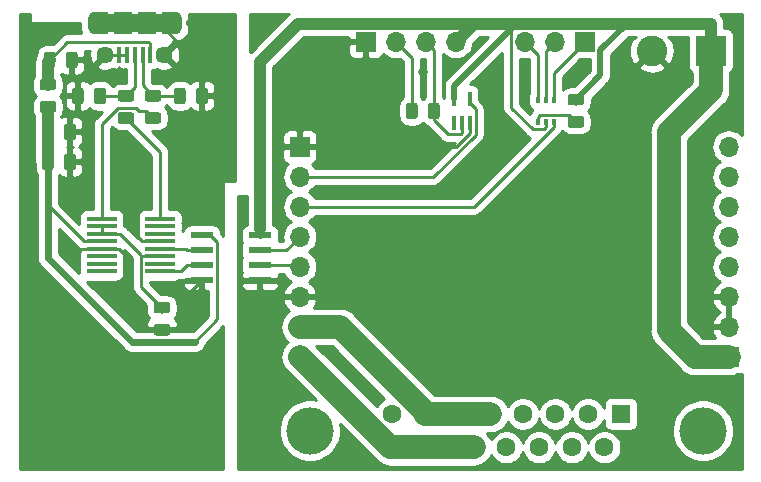
<source format=gbr>
G04 #@! TF.GenerationSoftware,KiCad,Pcbnew,(5.1.4)-1*
G04 #@! TF.CreationDate,2019-10-18T17:06:03-04:00*
G04 #@! TF.ProjectId,mtd415te,6d746434-3135-4746-952e-6b696361645f,rev?*
G04 #@! TF.SameCoordinates,Original*
G04 #@! TF.FileFunction,Copper,L1,Top*
G04 #@! TF.FilePolarity,Positive*
%FSLAX46Y46*%
G04 Gerber Fmt 4.6, Leading zero omitted, Abs format (unit mm)*
G04 Created by KiCad (PCBNEW (5.1.4)-1) date 2019-10-18 17:06:04*
%MOMM*%
%LPD*%
G04 APERTURE LIST*
%ADD10O,1.700000X1.700000*%
%ADD11R,1.700000X1.700000*%
%ADD12C,4.000000*%
%ADD13C,1.600000*%
%ADD14R,1.600000X1.600000*%
%ADD15R,2.540000X0.457200*%
%ADD16R,1.981200X0.558800*%
%ADD17C,2.600000*%
%ADD18R,2.600000X2.600000*%
%ADD19C,0.100000*%
%ADD20C,0.975000*%
%ADD21R,0.355600X1.168400*%
%ADD22R,0.400000X0.600000*%
%ADD23O,0.950000X1.900000*%
%ADD24R,1.200000X1.900000*%
%ADD25R,1.500000X1.900000*%
%ADD26R,0.400000X1.350000*%
%ADD27C,1.450000*%
%ADD28C,0.800000*%
%ADD29C,0.250000*%
%ADD30C,1.000000*%
%ADD31C,0.600000*%
%ADD32C,1.500000*%
%ADD33C,0.500000*%
%ADD34C,2.000000*%
%ADD35C,0.254000*%
G04 APERTURE END LIST*
D10*
X158242000Y-54864000D03*
X158242000Y-57404000D03*
X158242000Y-59944000D03*
X158242000Y-62484000D03*
X158242000Y-65024000D03*
X158242000Y-67564000D03*
X158242000Y-70104000D03*
D11*
X158242000Y-72644000D03*
D12*
X156053000Y-78890000D03*
X122753000Y-78890000D03*
D13*
X131093000Y-80310000D03*
X133863000Y-80310000D03*
X136633000Y-80310000D03*
X139403000Y-80310000D03*
X142173000Y-80310000D03*
X144943000Y-80310000D03*
X147713000Y-80310000D03*
X129708000Y-77470000D03*
X132478000Y-77470000D03*
X135248000Y-77470000D03*
X138018000Y-77470000D03*
X140788000Y-77470000D03*
X143558000Y-77470000D03*
X146328000Y-77470000D03*
D14*
X149098000Y-77470000D03*
D15*
X105156000Y-60960000D03*
X105156000Y-61595000D03*
X105156000Y-62230000D03*
X105156000Y-62865000D03*
X105156000Y-63500000D03*
X105156000Y-64135000D03*
X105156000Y-64770000D03*
X105156000Y-65405000D03*
X110083600Y-60960000D03*
X110083600Y-61595000D03*
X110083600Y-62230000D03*
X110083600Y-62865000D03*
X110083600Y-65405000D03*
X110083600Y-64135000D03*
X110083600Y-63500000D03*
X110083600Y-64770000D03*
D16*
X118541800Y-62357000D03*
X118541800Y-63627000D03*
X118541800Y-64897000D03*
X118541800Y-66167000D03*
X113614200Y-66167000D03*
X113614200Y-64897000D03*
X113614200Y-63627000D03*
X113614200Y-62357000D03*
D17*
X151718000Y-46736000D03*
D18*
X156718000Y-46736000D03*
D10*
X140970000Y-45974000D03*
X143510000Y-45974000D03*
D11*
X146050000Y-45974000D03*
D19*
G36*
X100851642Y-55435174D02*
G01*
X100875303Y-55438684D01*
X100898507Y-55444496D01*
X100921029Y-55452554D01*
X100942653Y-55462782D01*
X100963170Y-55475079D01*
X100982383Y-55489329D01*
X101000107Y-55505393D01*
X101016171Y-55523117D01*
X101030421Y-55542330D01*
X101042718Y-55562847D01*
X101052946Y-55584471D01*
X101061004Y-55606993D01*
X101066816Y-55630197D01*
X101070326Y-55653858D01*
X101071500Y-55677750D01*
X101071500Y-56590250D01*
X101070326Y-56614142D01*
X101066816Y-56637803D01*
X101061004Y-56661007D01*
X101052946Y-56683529D01*
X101042718Y-56705153D01*
X101030421Y-56725670D01*
X101016171Y-56744883D01*
X101000107Y-56762607D01*
X100982383Y-56778671D01*
X100963170Y-56792921D01*
X100942653Y-56805218D01*
X100921029Y-56815446D01*
X100898507Y-56823504D01*
X100875303Y-56829316D01*
X100851642Y-56832826D01*
X100827750Y-56834000D01*
X100340250Y-56834000D01*
X100316358Y-56832826D01*
X100292697Y-56829316D01*
X100269493Y-56823504D01*
X100246971Y-56815446D01*
X100225347Y-56805218D01*
X100204830Y-56792921D01*
X100185617Y-56778671D01*
X100167893Y-56762607D01*
X100151829Y-56744883D01*
X100137579Y-56725670D01*
X100125282Y-56705153D01*
X100115054Y-56683529D01*
X100106996Y-56661007D01*
X100101184Y-56637803D01*
X100097674Y-56614142D01*
X100096500Y-56590250D01*
X100096500Y-55677750D01*
X100097674Y-55653858D01*
X100101184Y-55630197D01*
X100106996Y-55606993D01*
X100115054Y-55584471D01*
X100125282Y-55562847D01*
X100137579Y-55542330D01*
X100151829Y-55523117D01*
X100167893Y-55505393D01*
X100185617Y-55489329D01*
X100204830Y-55475079D01*
X100225347Y-55462782D01*
X100246971Y-55452554D01*
X100269493Y-55444496D01*
X100292697Y-55438684D01*
X100316358Y-55435174D01*
X100340250Y-55434000D01*
X100827750Y-55434000D01*
X100851642Y-55435174D01*
X100851642Y-55435174D01*
G37*
D20*
X100584000Y-56134000D03*
D19*
G36*
X102726642Y-55435174D02*
G01*
X102750303Y-55438684D01*
X102773507Y-55444496D01*
X102796029Y-55452554D01*
X102817653Y-55462782D01*
X102838170Y-55475079D01*
X102857383Y-55489329D01*
X102875107Y-55505393D01*
X102891171Y-55523117D01*
X102905421Y-55542330D01*
X102917718Y-55562847D01*
X102927946Y-55584471D01*
X102936004Y-55606993D01*
X102941816Y-55630197D01*
X102945326Y-55653858D01*
X102946500Y-55677750D01*
X102946500Y-56590250D01*
X102945326Y-56614142D01*
X102941816Y-56637803D01*
X102936004Y-56661007D01*
X102927946Y-56683529D01*
X102917718Y-56705153D01*
X102905421Y-56725670D01*
X102891171Y-56744883D01*
X102875107Y-56762607D01*
X102857383Y-56778671D01*
X102838170Y-56792921D01*
X102817653Y-56805218D01*
X102796029Y-56815446D01*
X102773507Y-56823504D01*
X102750303Y-56829316D01*
X102726642Y-56832826D01*
X102702750Y-56834000D01*
X102215250Y-56834000D01*
X102191358Y-56832826D01*
X102167697Y-56829316D01*
X102144493Y-56823504D01*
X102121971Y-56815446D01*
X102100347Y-56805218D01*
X102079830Y-56792921D01*
X102060617Y-56778671D01*
X102042893Y-56762607D01*
X102026829Y-56744883D01*
X102012579Y-56725670D01*
X102000282Y-56705153D01*
X101990054Y-56683529D01*
X101981996Y-56661007D01*
X101976184Y-56637803D01*
X101972674Y-56614142D01*
X101971500Y-56590250D01*
X101971500Y-55677750D01*
X101972674Y-55653858D01*
X101976184Y-55630197D01*
X101981996Y-55606993D01*
X101990054Y-55584471D01*
X102000282Y-55562847D01*
X102012579Y-55542330D01*
X102026829Y-55523117D01*
X102042893Y-55505393D01*
X102060617Y-55489329D01*
X102079830Y-55475079D01*
X102100347Y-55462782D01*
X102121971Y-55452554D01*
X102144493Y-55444496D01*
X102167697Y-55438684D01*
X102191358Y-55435174D01*
X102215250Y-55434000D01*
X102702750Y-55434000D01*
X102726642Y-55435174D01*
X102726642Y-55435174D01*
G37*
D20*
X102459000Y-56134000D03*
D19*
G36*
X100851642Y-52895174D02*
G01*
X100875303Y-52898684D01*
X100898507Y-52904496D01*
X100921029Y-52912554D01*
X100942653Y-52922782D01*
X100963170Y-52935079D01*
X100982383Y-52949329D01*
X101000107Y-52965393D01*
X101016171Y-52983117D01*
X101030421Y-53002330D01*
X101042718Y-53022847D01*
X101052946Y-53044471D01*
X101061004Y-53066993D01*
X101066816Y-53090197D01*
X101070326Y-53113858D01*
X101071500Y-53137750D01*
X101071500Y-54050250D01*
X101070326Y-54074142D01*
X101066816Y-54097803D01*
X101061004Y-54121007D01*
X101052946Y-54143529D01*
X101042718Y-54165153D01*
X101030421Y-54185670D01*
X101016171Y-54204883D01*
X101000107Y-54222607D01*
X100982383Y-54238671D01*
X100963170Y-54252921D01*
X100942653Y-54265218D01*
X100921029Y-54275446D01*
X100898507Y-54283504D01*
X100875303Y-54289316D01*
X100851642Y-54292826D01*
X100827750Y-54294000D01*
X100340250Y-54294000D01*
X100316358Y-54292826D01*
X100292697Y-54289316D01*
X100269493Y-54283504D01*
X100246971Y-54275446D01*
X100225347Y-54265218D01*
X100204830Y-54252921D01*
X100185617Y-54238671D01*
X100167893Y-54222607D01*
X100151829Y-54204883D01*
X100137579Y-54185670D01*
X100125282Y-54165153D01*
X100115054Y-54143529D01*
X100106996Y-54121007D01*
X100101184Y-54097803D01*
X100097674Y-54074142D01*
X100096500Y-54050250D01*
X100096500Y-53137750D01*
X100097674Y-53113858D01*
X100101184Y-53090197D01*
X100106996Y-53066993D01*
X100115054Y-53044471D01*
X100125282Y-53022847D01*
X100137579Y-53002330D01*
X100151829Y-52983117D01*
X100167893Y-52965393D01*
X100185617Y-52949329D01*
X100204830Y-52935079D01*
X100225347Y-52922782D01*
X100246971Y-52912554D01*
X100269493Y-52904496D01*
X100292697Y-52898684D01*
X100316358Y-52895174D01*
X100340250Y-52894000D01*
X100827750Y-52894000D01*
X100851642Y-52895174D01*
X100851642Y-52895174D01*
G37*
D20*
X100584000Y-53594000D03*
D19*
G36*
X102726642Y-52895174D02*
G01*
X102750303Y-52898684D01*
X102773507Y-52904496D01*
X102796029Y-52912554D01*
X102817653Y-52922782D01*
X102838170Y-52935079D01*
X102857383Y-52949329D01*
X102875107Y-52965393D01*
X102891171Y-52983117D01*
X102905421Y-53002330D01*
X102917718Y-53022847D01*
X102927946Y-53044471D01*
X102936004Y-53066993D01*
X102941816Y-53090197D01*
X102945326Y-53113858D01*
X102946500Y-53137750D01*
X102946500Y-54050250D01*
X102945326Y-54074142D01*
X102941816Y-54097803D01*
X102936004Y-54121007D01*
X102927946Y-54143529D01*
X102917718Y-54165153D01*
X102905421Y-54185670D01*
X102891171Y-54204883D01*
X102875107Y-54222607D01*
X102857383Y-54238671D01*
X102838170Y-54252921D01*
X102817653Y-54265218D01*
X102796029Y-54275446D01*
X102773507Y-54283504D01*
X102750303Y-54289316D01*
X102726642Y-54292826D01*
X102702750Y-54294000D01*
X102215250Y-54294000D01*
X102191358Y-54292826D01*
X102167697Y-54289316D01*
X102144493Y-54283504D01*
X102121971Y-54275446D01*
X102100347Y-54265218D01*
X102079830Y-54252921D01*
X102060617Y-54238671D01*
X102042893Y-54222607D01*
X102026829Y-54204883D01*
X102012579Y-54185670D01*
X102000282Y-54165153D01*
X101990054Y-54143529D01*
X101981996Y-54121007D01*
X101976184Y-54097803D01*
X101972674Y-54074142D01*
X101971500Y-54050250D01*
X101971500Y-53137750D01*
X101972674Y-53113858D01*
X101976184Y-53090197D01*
X101981996Y-53066993D01*
X101990054Y-53044471D01*
X102000282Y-53022847D01*
X102012579Y-53002330D01*
X102026829Y-52983117D01*
X102042893Y-52965393D01*
X102060617Y-52949329D01*
X102079830Y-52935079D01*
X102100347Y-52922782D01*
X102121971Y-52912554D01*
X102144493Y-52904496D01*
X102167697Y-52898684D01*
X102191358Y-52895174D01*
X102215250Y-52894000D01*
X102702750Y-52894000D01*
X102726642Y-52895174D01*
X102726642Y-52895174D01*
G37*
D20*
X102459000Y-53594000D03*
D19*
G36*
X131664142Y-51117174D02*
G01*
X131687803Y-51120684D01*
X131711007Y-51126496D01*
X131733529Y-51134554D01*
X131755153Y-51144782D01*
X131775670Y-51157079D01*
X131794883Y-51171329D01*
X131812607Y-51187393D01*
X131828671Y-51205117D01*
X131842921Y-51224330D01*
X131855218Y-51244847D01*
X131865446Y-51266471D01*
X131873504Y-51288993D01*
X131879316Y-51312197D01*
X131882826Y-51335858D01*
X131884000Y-51359750D01*
X131884000Y-52272250D01*
X131882826Y-52296142D01*
X131879316Y-52319803D01*
X131873504Y-52343007D01*
X131865446Y-52365529D01*
X131855218Y-52387153D01*
X131842921Y-52407670D01*
X131828671Y-52426883D01*
X131812607Y-52444607D01*
X131794883Y-52460671D01*
X131775670Y-52474921D01*
X131755153Y-52487218D01*
X131733529Y-52497446D01*
X131711007Y-52505504D01*
X131687803Y-52511316D01*
X131664142Y-52514826D01*
X131640250Y-52516000D01*
X131152750Y-52516000D01*
X131128858Y-52514826D01*
X131105197Y-52511316D01*
X131081993Y-52505504D01*
X131059471Y-52497446D01*
X131037847Y-52487218D01*
X131017330Y-52474921D01*
X130998117Y-52460671D01*
X130980393Y-52444607D01*
X130964329Y-52426883D01*
X130950079Y-52407670D01*
X130937782Y-52387153D01*
X130927554Y-52365529D01*
X130919496Y-52343007D01*
X130913684Y-52319803D01*
X130910174Y-52296142D01*
X130909000Y-52272250D01*
X130909000Y-51359750D01*
X130910174Y-51335858D01*
X130913684Y-51312197D01*
X130919496Y-51288993D01*
X130927554Y-51266471D01*
X130937782Y-51244847D01*
X130950079Y-51224330D01*
X130964329Y-51205117D01*
X130980393Y-51187393D01*
X130998117Y-51171329D01*
X131017330Y-51157079D01*
X131037847Y-51144782D01*
X131059471Y-51134554D01*
X131081993Y-51126496D01*
X131105197Y-51120684D01*
X131128858Y-51117174D01*
X131152750Y-51116000D01*
X131640250Y-51116000D01*
X131664142Y-51117174D01*
X131664142Y-51117174D01*
G37*
D20*
X131396500Y-51816000D03*
D19*
G36*
X133539142Y-51117174D02*
G01*
X133562803Y-51120684D01*
X133586007Y-51126496D01*
X133608529Y-51134554D01*
X133630153Y-51144782D01*
X133650670Y-51157079D01*
X133669883Y-51171329D01*
X133687607Y-51187393D01*
X133703671Y-51205117D01*
X133717921Y-51224330D01*
X133730218Y-51244847D01*
X133740446Y-51266471D01*
X133748504Y-51288993D01*
X133754316Y-51312197D01*
X133757826Y-51335858D01*
X133759000Y-51359750D01*
X133759000Y-52272250D01*
X133757826Y-52296142D01*
X133754316Y-52319803D01*
X133748504Y-52343007D01*
X133740446Y-52365529D01*
X133730218Y-52387153D01*
X133717921Y-52407670D01*
X133703671Y-52426883D01*
X133687607Y-52444607D01*
X133669883Y-52460671D01*
X133650670Y-52474921D01*
X133630153Y-52487218D01*
X133608529Y-52497446D01*
X133586007Y-52505504D01*
X133562803Y-52511316D01*
X133539142Y-52514826D01*
X133515250Y-52516000D01*
X133027750Y-52516000D01*
X133003858Y-52514826D01*
X132980197Y-52511316D01*
X132956993Y-52505504D01*
X132934471Y-52497446D01*
X132912847Y-52487218D01*
X132892330Y-52474921D01*
X132873117Y-52460671D01*
X132855393Y-52444607D01*
X132839329Y-52426883D01*
X132825079Y-52407670D01*
X132812782Y-52387153D01*
X132802554Y-52365529D01*
X132794496Y-52343007D01*
X132788684Y-52319803D01*
X132785174Y-52296142D01*
X132784000Y-52272250D01*
X132784000Y-51359750D01*
X132785174Y-51335858D01*
X132788684Y-51312197D01*
X132794496Y-51288993D01*
X132802554Y-51266471D01*
X132812782Y-51244847D01*
X132825079Y-51224330D01*
X132839329Y-51205117D01*
X132855393Y-51187393D01*
X132873117Y-51171329D01*
X132892330Y-51157079D01*
X132912847Y-51144782D01*
X132934471Y-51134554D01*
X132956993Y-51126496D01*
X132980197Y-51120684D01*
X133003858Y-51117174D01*
X133027750Y-51116000D01*
X133515250Y-51116000D01*
X133539142Y-51117174D01*
X133539142Y-51117174D01*
G37*
D20*
X133271500Y-51816000D03*
D21*
X134975600Y-50774600D03*
X136296400Y-50774600D03*
X136296400Y-52857400D03*
X135636000Y-52857400D03*
X134975600Y-52857400D03*
D19*
G36*
X145768142Y-52267174D02*
G01*
X145791803Y-52270684D01*
X145815007Y-52276496D01*
X145837529Y-52284554D01*
X145859153Y-52294782D01*
X145879670Y-52307079D01*
X145898883Y-52321329D01*
X145916607Y-52337393D01*
X145932671Y-52355117D01*
X145946921Y-52374330D01*
X145959218Y-52394847D01*
X145969446Y-52416471D01*
X145977504Y-52438993D01*
X145983316Y-52462197D01*
X145986826Y-52485858D01*
X145988000Y-52509750D01*
X145988000Y-52997250D01*
X145986826Y-53021142D01*
X145983316Y-53044803D01*
X145977504Y-53068007D01*
X145969446Y-53090529D01*
X145959218Y-53112153D01*
X145946921Y-53132670D01*
X145932671Y-53151883D01*
X145916607Y-53169607D01*
X145898883Y-53185671D01*
X145879670Y-53199921D01*
X145859153Y-53212218D01*
X145837529Y-53222446D01*
X145815007Y-53230504D01*
X145791803Y-53236316D01*
X145768142Y-53239826D01*
X145744250Y-53241000D01*
X144831750Y-53241000D01*
X144807858Y-53239826D01*
X144784197Y-53236316D01*
X144760993Y-53230504D01*
X144738471Y-53222446D01*
X144716847Y-53212218D01*
X144696330Y-53199921D01*
X144677117Y-53185671D01*
X144659393Y-53169607D01*
X144643329Y-53151883D01*
X144629079Y-53132670D01*
X144616782Y-53112153D01*
X144606554Y-53090529D01*
X144598496Y-53068007D01*
X144592684Y-53044803D01*
X144589174Y-53021142D01*
X144588000Y-52997250D01*
X144588000Y-52509750D01*
X144589174Y-52485858D01*
X144592684Y-52462197D01*
X144598496Y-52438993D01*
X144606554Y-52416471D01*
X144616782Y-52394847D01*
X144629079Y-52374330D01*
X144643329Y-52355117D01*
X144659393Y-52337393D01*
X144677117Y-52321329D01*
X144696330Y-52307079D01*
X144716847Y-52294782D01*
X144738471Y-52284554D01*
X144760993Y-52276496D01*
X144784197Y-52270684D01*
X144807858Y-52267174D01*
X144831750Y-52266000D01*
X145744250Y-52266000D01*
X145768142Y-52267174D01*
X145768142Y-52267174D01*
G37*
D20*
X145288000Y-52753500D03*
D19*
G36*
X145768142Y-50392174D02*
G01*
X145791803Y-50395684D01*
X145815007Y-50401496D01*
X145837529Y-50409554D01*
X145859153Y-50419782D01*
X145879670Y-50432079D01*
X145898883Y-50446329D01*
X145916607Y-50462393D01*
X145932671Y-50480117D01*
X145946921Y-50499330D01*
X145959218Y-50519847D01*
X145969446Y-50541471D01*
X145977504Y-50563993D01*
X145983316Y-50587197D01*
X145986826Y-50610858D01*
X145988000Y-50634750D01*
X145988000Y-51122250D01*
X145986826Y-51146142D01*
X145983316Y-51169803D01*
X145977504Y-51193007D01*
X145969446Y-51215529D01*
X145959218Y-51237153D01*
X145946921Y-51257670D01*
X145932671Y-51276883D01*
X145916607Y-51294607D01*
X145898883Y-51310671D01*
X145879670Y-51324921D01*
X145859153Y-51337218D01*
X145837529Y-51347446D01*
X145815007Y-51355504D01*
X145791803Y-51361316D01*
X145768142Y-51364826D01*
X145744250Y-51366000D01*
X144831750Y-51366000D01*
X144807858Y-51364826D01*
X144784197Y-51361316D01*
X144760993Y-51355504D01*
X144738471Y-51347446D01*
X144716847Y-51337218D01*
X144696330Y-51324921D01*
X144677117Y-51310671D01*
X144659393Y-51294607D01*
X144643329Y-51276883D01*
X144629079Y-51257670D01*
X144616782Y-51237153D01*
X144606554Y-51215529D01*
X144598496Y-51193007D01*
X144592684Y-51169803D01*
X144589174Y-51146142D01*
X144588000Y-51122250D01*
X144588000Y-50634750D01*
X144589174Y-50610858D01*
X144592684Y-50587197D01*
X144598496Y-50563993D01*
X144606554Y-50541471D01*
X144616782Y-50519847D01*
X144629079Y-50499330D01*
X144643329Y-50480117D01*
X144659393Y-50462393D01*
X144677117Y-50446329D01*
X144696330Y-50432079D01*
X144716847Y-50419782D01*
X144738471Y-50409554D01*
X144760993Y-50401496D01*
X144784197Y-50395684D01*
X144807858Y-50392174D01*
X144831750Y-50391000D01*
X145744250Y-50391000D01*
X145768142Y-50392174D01*
X145768142Y-50392174D01*
G37*
D20*
X145288000Y-50878500D03*
D22*
X143398000Y-52766000D03*
X142748000Y-52766000D03*
X142098000Y-52766000D03*
X142098000Y-50866000D03*
X142748000Y-50866000D03*
X143398000Y-50866000D03*
D10*
X135128000Y-45974000D03*
X132588000Y-45974000D03*
X130048000Y-45974000D03*
D11*
X127508000Y-45974000D03*
D19*
G36*
X101008642Y-46799174D02*
G01*
X101032303Y-46802684D01*
X101055507Y-46808496D01*
X101078029Y-46816554D01*
X101099653Y-46826782D01*
X101120170Y-46839079D01*
X101139383Y-46853329D01*
X101157107Y-46869393D01*
X101173171Y-46887117D01*
X101187421Y-46906330D01*
X101199718Y-46926847D01*
X101209946Y-46948471D01*
X101218004Y-46970993D01*
X101223816Y-46994197D01*
X101227326Y-47017858D01*
X101228500Y-47041750D01*
X101228500Y-47954250D01*
X101227326Y-47978142D01*
X101223816Y-48001803D01*
X101218004Y-48025007D01*
X101209946Y-48047529D01*
X101199718Y-48069153D01*
X101187421Y-48089670D01*
X101173171Y-48108883D01*
X101157107Y-48126607D01*
X101139383Y-48142671D01*
X101120170Y-48156921D01*
X101099653Y-48169218D01*
X101078029Y-48179446D01*
X101055507Y-48187504D01*
X101032303Y-48193316D01*
X101008642Y-48196826D01*
X100984750Y-48198000D01*
X100497250Y-48198000D01*
X100473358Y-48196826D01*
X100449697Y-48193316D01*
X100426493Y-48187504D01*
X100403971Y-48179446D01*
X100382347Y-48169218D01*
X100361830Y-48156921D01*
X100342617Y-48142671D01*
X100324893Y-48126607D01*
X100308829Y-48108883D01*
X100294579Y-48089670D01*
X100282282Y-48069153D01*
X100272054Y-48047529D01*
X100263996Y-48025007D01*
X100258184Y-48001803D01*
X100254674Y-47978142D01*
X100253500Y-47954250D01*
X100253500Y-47041750D01*
X100254674Y-47017858D01*
X100258184Y-46994197D01*
X100263996Y-46970993D01*
X100272054Y-46948471D01*
X100282282Y-46926847D01*
X100294579Y-46906330D01*
X100308829Y-46887117D01*
X100324893Y-46869393D01*
X100342617Y-46853329D01*
X100361830Y-46839079D01*
X100382347Y-46826782D01*
X100403971Y-46816554D01*
X100426493Y-46808496D01*
X100449697Y-46802684D01*
X100473358Y-46799174D01*
X100497250Y-46798000D01*
X100984750Y-46798000D01*
X101008642Y-46799174D01*
X101008642Y-46799174D01*
G37*
D20*
X100741000Y-47498000D03*
D19*
G36*
X102883642Y-46799174D02*
G01*
X102907303Y-46802684D01*
X102930507Y-46808496D01*
X102953029Y-46816554D01*
X102974653Y-46826782D01*
X102995170Y-46839079D01*
X103014383Y-46853329D01*
X103032107Y-46869393D01*
X103048171Y-46887117D01*
X103062421Y-46906330D01*
X103074718Y-46926847D01*
X103084946Y-46948471D01*
X103093004Y-46970993D01*
X103098816Y-46994197D01*
X103102326Y-47017858D01*
X103103500Y-47041750D01*
X103103500Y-47954250D01*
X103102326Y-47978142D01*
X103098816Y-48001803D01*
X103093004Y-48025007D01*
X103084946Y-48047529D01*
X103074718Y-48069153D01*
X103062421Y-48089670D01*
X103048171Y-48108883D01*
X103032107Y-48126607D01*
X103014383Y-48142671D01*
X102995170Y-48156921D01*
X102974653Y-48169218D01*
X102953029Y-48179446D01*
X102930507Y-48187504D01*
X102907303Y-48193316D01*
X102883642Y-48196826D01*
X102859750Y-48198000D01*
X102372250Y-48198000D01*
X102348358Y-48196826D01*
X102324697Y-48193316D01*
X102301493Y-48187504D01*
X102278971Y-48179446D01*
X102257347Y-48169218D01*
X102236830Y-48156921D01*
X102217617Y-48142671D01*
X102199893Y-48126607D01*
X102183829Y-48108883D01*
X102169579Y-48089670D01*
X102157282Y-48069153D01*
X102147054Y-48047529D01*
X102138996Y-48025007D01*
X102133184Y-48001803D01*
X102129674Y-47978142D01*
X102128500Y-47954250D01*
X102128500Y-47041750D01*
X102129674Y-47017858D01*
X102133184Y-46994197D01*
X102138996Y-46970993D01*
X102147054Y-46948471D01*
X102157282Y-46926847D01*
X102169579Y-46906330D01*
X102183829Y-46887117D01*
X102199893Y-46869393D01*
X102217617Y-46853329D01*
X102236830Y-46839079D01*
X102257347Y-46826782D01*
X102278971Y-46816554D01*
X102301493Y-46808496D01*
X102324697Y-46802684D01*
X102348358Y-46799174D01*
X102372250Y-46798000D01*
X102859750Y-46798000D01*
X102883642Y-46799174D01*
X102883642Y-46799174D01*
G37*
D20*
X102616000Y-47498000D03*
D19*
G36*
X101064142Y-50997174D02*
G01*
X101087803Y-51000684D01*
X101111007Y-51006496D01*
X101133529Y-51014554D01*
X101155153Y-51024782D01*
X101175670Y-51037079D01*
X101194883Y-51051329D01*
X101212607Y-51067393D01*
X101228671Y-51085117D01*
X101242921Y-51104330D01*
X101255218Y-51124847D01*
X101265446Y-51146471D01*
X101273504Y-51168993D01*
X101279316Y-51192197D01*
X101282826Y-51215858D01*
X101284000Y-51239750D01*
X101284000Y-51727250D01*
X101282826Y-51751142D01*
X101279316Y-51774803D01*
X101273504Y-51798007D01*
X101265446Y-51820529D01*
X101255218Y-51842153D01*
X101242921Y-51862670D01*
X101228671Y-51881883D01*
X101212607Y-51899607D01*
X101194883Y-51915671D01*
X101175670Y-51929921D01*
X101155153Y-51942218D01*
X101133529Y-51952446D01*
X101111007Y-51960504D01*
X101087803Y-51966316D01*
X101064142Y-51969826D01*
X101040250Y-51971000D01*
X100127750Y-51971000D01*
X100103858Y-51969826D01*
X100080197Y-51966316D01*
X100056993Y-51960504D01*
X100034471Y-51952446D01*
X100012847Y-51942218D01*
X99992330Y-51929921D01*
X99973117Y-51915671D01*
X99955393Y-51899607D01*
X99939329Y-51881883D01*
X99925079Y-51862670D01*
X99912782Y-51842153D01*
X99902554Y-51820529D01*
X99894496Y-51798007D01*
X99888684Y-51774803D01*
X99885174Y-51751142D01*
X99884000Y-51727250D01*
X99884000Y-51239750D01*
X99885174Y-51215858D01*
X99888684Y-51192197D01*
X99894496Y-51168993D01*
X99902554Y-51146471D01*
X99912782Y-51124847D01*
X99925079Y-51104330D01*
X99939329Y-51085117D01*
X99955393Y-51067393D01*
X99973117Y-51051329D01*
X99992330Y-51037079D01*
X100012847Y-51024782D01*
X100034471Y-51014554D01*
X100056993Y-51006496D01*
X100080197Y-51000684D01*
X100103858Y-50997174D01*
X100127750Y-50996000D01*
X101040250Y-50996000D01*
X101064142Y-50997174D01*
X101064142Y-50997174D01*
G37*
D20*
X100584000Y-51483500D03*
D19*
G36*
X101064142Y-49122174D02*
G01*
X101087803Y-49125684D01*
X101111007Y-49131496D01*
X101133529Y-49139554D01*
X101155153Y-49149782D01*
X101175670Y-49162079D01*
X101194883Y-49176329D01*
X101212607Y-49192393D01*
X101228671Y-49210117D01*
X101242921Y-49229330D01*
X101255218Y-49249847D01*
X101265446Y-49271471D01*
X101273504Y-49293993D01*
X101279316Y-49317197D01*
X101282826Y-49340858D01*
X101284000Y-49364750D01*
X101284000Y-49852250D01*
X101282826Y-49876142D01*
X101279316Y-49899803D01*
X101273504Y-49923007D01*
X101265446Y-49945529D01*
X101255218Y-49967153D01*
X101242921Y-49987670D01*
X101228671Y-50006883D01*
X101212607Y-50024607D01*
X101194883Y-50040671D01*
X101175670Y-50054921D01*
X101155153Y-50067218D01*
X101133529Y-50077446D01*
X101111007Y-50085504D01*
X101087803Y-50091316D01*
X101064142Y-50094826D01*
X101040250Y-50096000D01*
X100127750Y-50096000D01*
X100103858Y-50094826D01*
X100080197Y-50091316D01*
X100056993Y-50085504D01*
X100034471Y-50077446D01*
X100012847Y-50067218D01*
X99992330Y-50054921D01*
X99973117Y-50040671D01*
X99955393Y-50024607D01*
X99939329Y-50006883D01*
X99925079Y-49987670D01*
X99912782Y-49967153D01*
X99902554Y-49945529D01*
X99894496Y-49923007D01*
X99888684Y-49899803D01*
X99885174Y-49876142D01*
X99884000Y-49852250D01*
X99884000Y-49364750D01*
X99885174Y-49340858D01*
X99888684Y-49317197D01*
X99894496Y-49293993D01*
X99902554Y-49271471D01*
X99912782Y-49249847D01*
X99925079Y-49229330D01*
X99939329Y-49210117D01*
X99955393Y-49192393D01*
X99973117Y-49176329D01*
X99992330Y-49162079D01*
X100012847Y-49149782D01*
X100034471Y-49139554D01*
X100056993Y-49131496D01*
X100080197Y-49125684D01*
X100103858Y-49122174D01*
X100127750Y-49121000D01*
X101040250Y-49121000D01*
X101064142Y-49122174D01*
X101064142Y-49122174D01*
G37*
D20*
X100584000Y-49608500D03*
D19*
G36*
X109954142Y-50059674D02*
G01*
X109977803Y-50063184D01*
X110001007Y-50068996D01*
X110023529Y-50077054D01*
X110045153Y-50087282D01*
X110065670Y-50099579D01*
X110084883Y-50113829D01*
X110102607Y-50129893D01*
X110118671Y-50147617D01*
X110132921Y-50166830D01*
X110145218Y-50187347D01*
X110155446Y-50208971D01*
X110163504Y-50231493D01*
X110169316Y-50254697D01*
X110172826Y-50278358D01*
X110174000Y-50302250D01*
X110174000Y-50789750D01*
X110172826Y-50813642D01*
X110169316Y-50837303D01*
X110163504Y-50860507D01*
X110155446Y-50883029D01*
X110145218Y-50904653D01*
X110132921Y-50925170D01*
X110118671Y-50944383D01*
X110102607Y-50962107D01*
X110084883Y-50978171D01*
X110065670Y-50992421D01*
X110045153Y-51004718D01*
X110023529Y-51014946D01*
X110001007Y-51023004D01*
X109977803Y-51028816D01*
X109954142Y-51032326D01*
X109930250Y-51033500D01*
X109017750Y-51033500D01*
X108993858Y-51032326D01*
X108970197Y-51028816D01*
X108946993Y-51023004D01*
X108924471Y-51014946D01*
X108902847Y-51004718D01*
X108882330Y-50992421D01*
X108863117Y-50978171D01*
X108845393Y-50962107D01*
X108829329Y-50944383D01*
X108815079Y-50925170D01*
X108802782Y-50904653D01*
X108792554Y-50883029D01*
X108784496Y-50860507D01*
X108778684Y-50837303D01*
X108775174Y-50813642D01*
X108774000Y-50789750D01*
X108774000Y-50302250D01*
X108775174Y-50278358D01*
X108778684Y-50254697D01*
X108784496Y-50231493D01*
X108792554Y-50208971D01*
X108802782Y-50187347D01*
X108815079Y-50166830D01*
X108829329Y-50147617D01*
X108845393Y-50129893D01*
X108863117Y-50113829D01*
X108882330Y-50099579D01*
X108902847Y-50087282D01*
X108924471Y-50077054D01*
X108946993Y-50068996D01*
X108970197Y-50063184D01*
X108993858Y-50059674D01*
X109017750Y-50058500D01*
X109930250Y-50058500D01*
X109954142Y-50059674D01*
X109954142Y-50059674D01*
G37*
D20*
X109474000Y-50546000D03*
D19*
G36*
X109954142Y-51934674D02*
G01*
X109977803Y-51938184D01*
X110001007Y-51943996D01*
X110023529Y-51952054D01*
X110045153Y-51962282D01*
X110065670Y-51974579D01*
X110084883Y-51988829D01*
X110102607Y-52004893D01*
X110118671Y-52022617D01*
X110132921Y-52041830D01*
X110145218Y-52062347D01*
X110155446Y-52083971D01*
X110163504Y-52106493D01*
X110169316Y-52129697D01*
X110172826Y-52153358D01*
X110174000Y-52177250D01*
X110174000Y-52664750D01*
X110172826Y-52688642D01*
X110169316Y-52712303D01*
X110163504Y-52735507D01*
X110155446Y-52758029D01*
X110145218Y-52779653D01*
X110132921Y-52800170D01*
X110118671Y-52819383D01*
X110102607Y-52837107D01*
X110084883Y-52853171D01*
X110065670Y-52867421D01*
X110045153Y-52879718D01*
X110023529Y-52889946D01*
X110001007Y-52898004D01*
X109977803Y-52903816D01*
X109954142Y-52907326D01*
X109930250Y-52908500D01*
X109017750Y-52908500D01*
X108993858Y-52907326D01*
X108970197Y-52903816D01*
X108946993Y-52898004D01*
X108924471Y-52889946D01*
X108902847Y-52879718D01*
X108882330Y-52867421D01*
X108863117Y-52853171D01*
X108845393Y-52837107D01*
X108829329Y-52819383D01*
X108815079Y-52800170D01*
X108802782Y-52779653D01*
X108792554Y-52758029D01*
X108784496Y-52735507D01*
X108778684Y-52712303D01*
X108775174Y-52688642D01*
X108774000Y-52664750D01*
X108774000Y-52177250D01*
X108775174Y-52153358D01*
X108778684Y-52129697D01*
X108784496Y-52106493D01*
X108792554Y-52083971D01*
X108802782Y-52062347D01*
X108815079Y-52041830D01*
X108829329Y-52022617D01*
X108845393Y-52004893D01*
X108863117Y-51988829D01*
X108882330Y-51974579D01*
X108902847Y-51962282D01*
X108924471Y-51952054D01*
X108946993Y-51943996D01*
X108970197Y-51938184D01*
X108993858Y-51934674D01*
X109017750Y-51933500D01*
X109930250Y-51933500D01*
X109954142Y-51934674D01*
X109954142Y-51934674D01*
G37*
D20*
X109474000Y-52421000D03*
D19*
G36*
X107668142Y-50059674D02*
G01*
X107691803Y-50063184D01*
X107715007Y-50068996D01*
X107737529Y-50077054D01*
X107759153Y-50087282D01*
X107779670Y-50099579D01*
X107798883Y-50113829D01*
X107816607Y-50129893D01*
X107832671Y-50147617D01*
X107846921Y-50166830D01*
X107859218Y-50187347D01*
X107869446Y-50208971D01*
X107877504Y-50231493D01*
X107883316Y-50254697D01*
X107886826Y-50278358D01*
X107888000Y-50302250D01*
X107888000Y-50789750D01*
X107886826Y-50813642D01*
X107883316Y-50837303D01*
X107877504Y-50860507D01*
X107869446Y-50883029D01*
X107859218Y-50904653D01*
X107846921Y-50925170D01*
X107832671Y-50944383D01*
X107816607Y-50962107D01*
X107798883Y-50978171D01*
X107779670Y-50992421D01*
X107759153Y-51004718D01*
X107737529Y-51014946D01*
X107715007Y-51023004D01*
X107691803Y-51028816D01*
X107668142Y-51032326D01*
X107644250Y-51033500D01*
X106731750Y-51033500D01*
X106707858Y-51032326D01*
X106684197Y-51028816D01*
X106660993Y-51023004D01*
X106638471Y-51014946D01*
X106616847Y-51004718D01*
X106596330Y-50992421D01*
X106577117Y-50978171D01*
X106559393Y-50962107D01*
X106543329Y-50944383D01*
X106529079Y-50925170D01*
X106516782Y-50904653D01*
X106506554Y-50883029D01*
X106498496Y-50860507D01*
X106492684Y-50837303D01*
X106489174Y-50813642D01*
X106488000Y-50789750D01*
X106488000Y-50302250D01*
X106489174Y-50278358D01*
X106492684Y-50254697D01*
X106498496Y-50231493D01*
X106506554Y-50208971D01*
X106516782Y-50187347D01*
X106529079Y-50166830D01*
X106543329Y-50147617D01*
X106559393Y-50129893D01*
X106577117Y-50113829D01*
X106596330Y-50099579D01*
X106616847Y-50087282D01*
X106638471Y-50077054D01*
X106660993Y-50068996D01*
X106684197Y-50063184D01*
X106707858Y-50059674D01*
X106731750Y-50058500D01*
X107644250Y-50058500D01*
X107668142Y-50059674D01*
X107668142Y-50059674D01*
G37*
D20*
X107188000Y-50546000D03*
D19*
G36*
X107668142Y-51934674D02*
G01*
X107691803Y-51938184D01*
X107715007Y-51943996D01*
X107737529Y-51952054D01*
X107759153Y-51962282D01*
X107779670Y-51974579D01*
X107798883Y-51988829D01*
X107816607Y-52004893D01*
X107832671Y-52022617D01*
X107846921Y-52041830D01*
X107859218Y-52062347D01*
X107869446Y-52083971D01*
X107877504Y-52106493D01*
X107883316Y-52129697D01*
X107886826Y-52153358D01*
X107888000Y-52177250D01*
X107888000Y-52664750D01*
X107886826Y-52688642D01*
X107883316Y-52712303D01*
X107877504Y-52735507D01*
X107869446Y-52758029D01*
X107859218Y-52779653D01*
X107846921Y-52800170D01*
X107832671Y-52819383D01*
X107816607Y-52837107D01*
X107798883Y-52853171D01*
X107779670Y-52867421D01*
X107759153Y-52879718D01*
X107737529Y-52889946D01*
X107715007Y-52898004D01*
X107691803Y-52903816D01*
X107668142Y-52907326D01*
X107644250Y-52908500D01*
X106731750Y-52908500D01*
X106707858Y-52907326D01*
X106684197Y-52903816D01*
X106660993Y-52898004D01*
X106638471Y-52889946D01*
X106616847Y-52879718D01*
X106596330Y-52867421D01*
X106577117Y-52853171D01*
X106559393Y-52837107D01*
X106543329Y-52819383D01*
X106529079Y-52800170D01*
X106516782Y-52779653D01*
X106506554Y-52758029D01*
X106498496Y-52735507D01*
X106492684Y-52712303D01*
X106489174Y-52688642D01*
X106488000Y-52664750D01*
X106488000Y-52177250D01*
X106489174Y-52153358D01*
X106492684Y-52129697D01*
X106498496Y-52106493D01*
X106506554Y-52083971D01*
X106516782Y-52062347D01*
X106529079Y-52041830D01*
X106543329Y-52022617D01*
X106559393Y-52004893D01*
X106577117Y-51988829D01*
X106596330Y-51974579D01*
X106616847Y-51962282D01*
X106638471Y-51952054D01*
X106660993Y-51943996D01*
X106684197Y-51938184D01*
X106707858Y-51934674D01*
X106731750Y-51933500D01*
X107644250Y-51933500D01*
X107668142Y-51934674D01*
X107668142Y-51934674D01*
G37*
D20*
X107188000Y-52421000D03*
D23*
X104450000Y-44354000D03*
X111450000Y-44354000D03*
D24*
X105050000Y-44354000D03*
X110850000Y-44354000D03*
D25*
X106950000Y-44354000D03*
X108950000Y-44354000D03*
D26*
X106650000Y-47054000D03*
X107300000Y-47054000D03*
X107950000Y-47054000D03*
X108600000Y-47054000D03*
X109250000Y-47054000D03*
D27*
X105450000Y-47054000D03*
X110450000Y-47054000D03*
D10*
X121920000Y-72644000D03*
X121920000Y-70104000D03*
X121920000Y-67564000D03*
X121920000Y-65024000D03*
X121920000Y-62484000D03*
X121920000Y-59944000D03*
X121920000Y-57404000D03*
D11*
X121920000Y-54864000D03*
D19*
G36*
X113902642Y-49847174D02*
G01*
X113926303Y-49850684D01*
X113949507Y-49856496D01*
X113972029Y-49864554D01*
X113993653Y-49874782D01*
X114014170Y-49887079D01*
X114033383Y-49901329D01*
X114051107Y-49917393D01*
X114067171Y-49935117D01*
X114081421Y-49954330D01*
X114093718Y-49974847D01*
X114103946Y-49996471D01*
X114112004Y-50018993D01*
X114117816Y-50042197D01*
X114121326Y-50065858D01*
X114122500Y-50089750D01*
X114122500Y-51002250D01*
X114121326Y-51026142D01*
X114117816Y-51049803D01*
X114112004Y-51073007D01*
X114103946Y-51095529D01*
X114093718Y-51117153D01*
X114081421Y-51137670D01*
X114067171Y-51156883D01*
X114051107Y-51174607D01*
X114033383Y-51190671D01*
X114014170Y-51204921D01*
X113993653Y-51217218D01*
X113972029Y-51227446D01*
X113949507Y-51235504D01*
X113926303Y-51241316D01*
X113902642Y-51244826D01*
X113878750Y-51246000D01*
X113391250Y-51246000D01*
X113367358Y-51244826D01*
X113343697Y-51241316D01*
X113320493Y-51235504D01*
X113297971Y-51227446D01*
X113276347Y-51217218D01*
X113255830Y-51204921D01*
X113236617Y-51190671D01*
X113218893Y-51174607D01*
X113202829Y-51156883D01*
X113188579Y-51137670D01*
X113176282Y-51117153D01*
X113166054Y-51095529D01*
X113157996Y-51073007D01*
X113152184Y-51049803D01*
X113148674Y-51026142D01*
X113147500Y-51002250D01*
X113147500Y-50089750D01*
X113148674Y-50065858D01*
X113152184Y-50042197D01*
X113157996Y-50018993D01*
X113166054Y-49996471D01*
X113176282Y-49974847D01*
X113188579Y-49954330D01*
X113202829Y-49935117D01*
X113218893Y-49917393D01*
X113236617Y-49901329D01*
X113255830Y-49887079D01*
X113276347Y-49874782D01*
X113297971Y-49864554D01*
X113320493Y-49856496D01*
X113343697Y-49850684D01*
X113367358Y-49847174D01*
X113391250Y-49846000D01*
X113878750Y-49846000D01*
X113902642Y-49847174D01*
X113902642Y-49847174D01*
G37*
D20*
X113635000Y-50546000D03*
D19*
G36*
X112027642Y-49847174D02*
G01*
X112051303Y-49850684D01*
X112074507Y-49856496D01*
X112097029Y-49864554D01*
X112118653Y-49874782D01*
X112139170Y-49887079D01*
X112158383Y-49901329D01*
X112176107Y-49917393D01*
X112192171Y-49935117D01*
X112206421Y-49954330D01*
X112218718Y-49974847D01*
X112228946Y-49996471D01*
X112237004Y-50018993D01*
X112242816Y-50042197D01*
X112246326Y-50065858D01*
X112247500Y-50089750D01*
X112247500Y-51002250D01*
X112246326Y-51026142D01*
X112242816Y-51049803D01*
X112237004Y-51073007D01*
X112228946Y-51095529D01*
X112218718Y-51117153D01*
X112206421Y-51137670D01*
X112192171Y-51156883D01*
X112176107Y-51174607D01*
X112158383Y-51190671D01*
X112139170Y-51204921D01*
X112118653Y-51217218D01*
X112097029Y-51227446D01*
X112074507Y-51235504D01*
X112051303Y-51241316D01*
X112027642Y-51244826D01*
X112003750Y-51246000D01*
X111516250Y-51246000D01*
X111492358Y-51244826D01*
X111468697Y-51241316D01*
X111445493Y-51235504D01*
X111422971Y-51227446D01*
X111401347Y-51217218D01*
X111380830Y-51204921D01*
X111361617Y-51190671D01*
X111343893Y-51174607D01*
X111327829Y-51156883D01*
X111313579Y-51137670D01*
X111301282Y-51117153D01*
X111291054Y-51095529D01*
X111282996Y-51073007D01*
X111277184Y-51049803D01*
X111273674Y-51026142D01*
X111272500Y-51002250D01*
X111272500Y-50089750D01*
X111273674Y-50065858D01*
X111277184Y-50042197D01*
X111282996Y-50018993D01*
X111291054Y-49996471D01*
X111301282Y-49974847D01*
X111313579Y-49954330D01*
X111327829Y-49935117D01*
X111343893Y-49917393D01*
X111361617Y-49901329D01*
X111380830Y-49887079D01*
X111401347Y-49874782D01*
X111422971Y-49864554D01*
X111445493Y-49856496D01*
X111468697Y-49850684D01*
X111492358Y-49847174D01*
X111516250Y-49846000D01*
X112003750Y-49846000D01*
X112027642Y-49847174D01*
X112027642Y-49847174D01*
G37*
D20*
X111760000Y-50546000D03*
D19*
G36*
X103391642Y-49847174D02*
G01*
X103415303Y-49850684D01*
X103438507Y-49856496D01*
X103461029Y-49864554D01*
X103482653Y-49874782D01*
X103503170Y-49887079D01*
X103522383Y-49901329D01*
X103540107Y-49917393D01*
X103556171Y-49935117D01*
X103570421Y-49954330D01*
X103582718Y-49974847D01*
X103592946Y-49996471D01*
X103601004Y-50018993D01*
X103606816Y-50042197D01*
X103610326Y-50065858D01*
X103611500Y-50089750D01*
X103611500Y-51002250D01*
X103610326Y-51026142D01*
X103606816Y-51049803D01*
X103601004Y-51073007D01*
X103592946Y-51095529D01*
X103582718Y-51117153D01*
X103570421Y-51137670D01*
X103556171Y-51156883D01*
X103540107Y-51174607D01*
X103522383Y-51190671D01*
X103503170Y-51204921D01*
X103482653Y-51217218D01*
X103461029Y-51227446D01*
X103438507Y-51235504D01*
X103415303Y-51241316D01*
X103391642Y-51244826D01*
X103367750Y-51246000D01*
X102880250Y-51246000D01*
X102856358Y-51244826D01*
X102832697Y-51241316D01*
X102809493Y-51235504D01*
X102786971Y-51227446D01*
X102765347Y-51217218D01*
X102744830Y-51204921D01*
X102725617Y-51190671D01*
X102707893Y-51174607D01*
X102691829Y-51156883D01*
X102677579Y-51137670D01*
X102665282Y-51117153D01*
X102655054Y-51095529D01*
X102646996Y-51073007D01*
X102641184Y-51049803D01*
X102637674Y-51026142D01*
X102636500Y-51002250D01*
X102636500Y-50089750D01*
X102637674Y-50065858D01*
X102641184Y-50042197D01*
X102646996Y-50018993D01*
X102655054Y-49996471D01*
X102665282Y-49974847D01*
X102677579Y-49954330D01*
X102691829Y-49935117D01*
X102707893Y-49917393D01*
X102725617Y-49901329D01*
X102744830Y-49887079D01*
X102765347Y-49874782D01*
X102786971Y-49864554D01*
X102809493Y-49856496D01*
X102832697Y-49850684D01*
X102856358Y-49847174D01*
X102880250Y-49846000D01*
X103367750Y-49846000D01*
X103391642Y-49847174D01*
X103391642Y-49847174D01*
G37*
D20*
X103124000Y-50546000D03*
D19*
G36*
X105266642Y-49847174D02*
G01*
X105290303Y-49850684D01*
X105313507Y-49856496D01*
X105336029Y-49864554D01*
X105357653Y-49874782D01*
X105378170Y-49887079D01*
X105397383Y-49901329D01*
X105415107Y-49917393D01*
X105431171Y-49935117D01*
X105445421Y-49954330D01*
X105457718Y-49974847D01*
X105467946Y-49996471D01*
X105476004Y-50018993D01*
X105481816Y-50042197D01*
X105485326Y-50065858D01*
X105486500Y-50089750D01*
X105486500Y-51002250D01*
X105485326Y-51026142D01*
X105481816Y-51049803D01*
X105476004Y-51073007D01*
X105467946Y-51095529D01*
X105457718Y-51117153D01*
X105445421Y-51137670D01*
X105431171Y-51156883D01*
X105415107Y-51174607D01*
X105397383Y-51190671D01*
X105378170Y-51204921D01*
X105357653Y-51217218D01*
X105336029Y-51227446D01*
X105313507Y-51235504D01*
X105290303Y-51241316D01*
X105266642Y-51244826D01*
X105242750Y-51246000D01*
X104755250Y-51246000D01*
X104731358Y-51244826D01*
X104707697Y-51241316D01*
X104684493Y-51235504D01*
X104661971Y-51227446D01*
X104640347Y-51217218D01*
X104619830Y-51204921D01*
X104600617Y-51190671D01*
X104582893Y-51174607D01*
X104566829Y-51156883D01*
X104552579Y-51137670D01*
X104540282Y-51117153D01*
X104530054Y-51095529D01*
X104521996Y-51073007D01*
X104516184Y-51049803D01*
X104512674Y-51026142D01*
X104511500Y-51002250D01*
X104511500Y-50089750D01*
X104512674Y-50065858D01*
X104516184Y-50042197D01*
X104521996Y-50018993D01*
X104530054Y-49996471D01*
X104540282Y-49974847D01*
X104552579Y-49954330D01*
X104566829Y-49935117D01*
X104582893Y-49917393D01*
X104600617Y-49901329D01*
X104619830Y-49887079D01*
X104640347Y-49874782D01*
X104661971Y-49864554D01*
X104684493Y-49856496D01*
X104707697Y-49850684D01*
X104731358Y-49847174D01*
X104755250Y-49846000D01*
X105242750Y-49846000D01*
X105266642Y-49847174D01*
X105266642Y-49847174D01*
G37*
D20*
X104999000Y-50546000D03*
D19*
G36*
X110716142Y-67996674D02*
G01*
X110739803Y-68000184D01*
X110763007Y-68005996D01*
X110785529Y-68014054D01*
X110807153Y-68024282D01*
X110827670Y-68036579D01*
X110846883Y-68050829D01*
X110864607Y-68066893D01*
X110880671Y-68084617D01*
X110894921Y-68103830D01*
X110907218Y-68124347D01*
X110917446Y-68145971D01*
X110925504Y-68168493D01*
X110931316Y-68191697D01*
X110934826Y-68215358D01*
X110936000Y-68239250D01*
X110936000Y-68726750D01*
X110934826Y-68750642D01*
X110931316Y-68774303D01*
X110925504Y-68797507D01*
X110917446Y-68820029D01*
X110907218Y-68841653D01*
X110894921Y-68862170D01*
X110880671Y-68881383D01*
X110864607Y-68899107D01*
X110846883Y-68915171D01*
X110827670Y-68929421D01*
X110807153Y-68941718D01*
X110785529Y-68951946D01*
X110763007Y-68960004D01*
X110739803Y-68965816D01*
X110716142Y-68969326D01*
X110692250Y-68970500D01*
X109779750Y-68970500D01*
X109755858Y-68969326D01*
X109732197Y-68965816D01*
X109708993Y-68960004D01*
X109686471Y-68951946D01*
X109664847Y-68941718D01*
X109644330Y-68929421D01*
X109625117Y-68915171D01*
X109607393Y-68899107D01*
X109591329Y-68881383D01*
X109577079Y-68862170D01*
X109564782Y-68841653D01*
X109554554Y-68820029D01*
X109546496Y-68797507D01*
X109540684Y-68774303D01*
X109537174Y-68750642D01*
X109536000Y-68726750D01*
X109536000Y-68239250D01*
X109537174Y-68215358D01*
X109540684Y-68191697D01*
X109546496Y-68168493D01*
X109554554Y-68145971D01*
X109564782Y-68124347D01*
X109577079Y-68103830D01*
X109591329Y-68084617D01*
X109607393Y-68066893D01*
X109625117Y-68050829D01*
X109644330Y-68036579D01*
X109664847Y-68024282D01*
X109686471Y-68014054D01*
X109708993Y-68005996D01*
X109732197Y-68000184D01*
X109755858Y-67996674D01*
X109779750Y-67995500D01*
X110692250Y-67995500D01*
X110716142Y-67996674D01*
X110716142Y-67996674D01*
G37*
D20*
X110236000Y-68483000D03*
D19*
G36*
X110716142Y-69871674D02*
G01*
X110739803Y-69875184D01*
X110763007Y-69880996D01*
X110785529Y-69889054D01*
X110807153Y-69899282D01*
X110827670Y-69911579D01*
X110846883Y-69925829D01*
X110864607Y-69941893D01*
X110880671Y-69959617D01*
X110894921Y-69978830D01*
X110907218Y-69999347D01*
X110917446Y-70020971D01*
X110925504Y-70043493D01*
X110931316Y-70066697D01*
X110934826Y-70090358D01*
X110936000Y-70114250D01*
X110936000Y-70601750D01*
X110934826Y-70625642D01*
X110931316Y-70649303D01*
X110925504Y-70672507D01*
X110917446Y-70695029D01*
X110907218Y-70716653D01*
X110894921Y-70737170D01*
X110880671Y-70756383D01*
X110864607Y-70774107D01*
X110846883Y-70790171D01*
X110827670Y-70804421D01*
X110807153Y-70816718D01*
X110785529Y-70826946D01*
X110763007Y-70835004D01*
X110739803Y-70840816D01*
X110716142Y-70844326D01*
X110692250Y-70845500D01*
X109779750Y-70845500D01*
X109755858Y-70844326D01*
X109732197Y-70840816D01*
X109708993Y-70835004D01*
X109686471Y-70826946D01*
X109664847Y-70816718D01*
X109644330Y-70804421D01*
X109625117Y-70790171D01*
X109607393Y-70774107D01*
X109591329Y-70756383D01*
X109577079Y-70737170D01*
X109564782Y-70716653D01*
X109554554Y-70695029D01*
X109546496Y-70672507D01*
X109540684Y-70649303D01*
X109537174Y-70625642D01*
X109536000Y-70601750D01*
X109536000Y-70114250D01*
X109537174Y-70090358D01*
X109540684Y-70066697D01*
X109546496Y-70043493D01*
X109554554Y-70020971D01*
X109564782Y-69999347D01*
X109577079Y-69978830D01*
X109591329Y-69959617D01*
X109607393Y-69941893D01*
X109625117Y-69925829D01*
X109644330Y-69911579D01*
X109664847Y-69899282D01*
X109686471Y-69889054D01*
X109708993Y-69880996D01*
X109732197Y-69875184D01*
X109755858Y-69871674D01*
X109779750Y-69870500D01*
X110692250Y-69870500D01*
X110716142Y-69871674D01*
X110716142Y-69871674D01*
G37*
D20*
X110236000Y-70358000D03*
D28*
X112268000Y-67564000D03*
X114554000Y-81280000D03*
X99060000Y-81280000D03*
X107696000Y-57150000D03*
X102362000Y-63754000D03*
X119126000Y-44450000D03*
X145288000Y-48768000D03*
X140970000Y-48768000D03*
X134874000Y-58166000D03*
X134366000Y-48514000D03*
X132334000Y-48514000D03*
X127270000Y-75130000D03*
D29*
X109250000Y-46129000D02*
X109250000Y-47054000D01*
X109124999Y-46003999D02*
X109250000Y-46129000D01*
X102235001Y-46003999D02*
X109124999Y-46003999D01*
X100741000Y-47498000D02*
X102235001Y-46003999D01*
D30*
X100584000Y-47655000D02*
X100741000Y-47498000D01*
X100584000Y-49608500D02*
X100584000Y-47655000D01*
X100584000Y-56134000D02*
X100584000Y-51483500D01*
D31*
X100584000Y-64238002D02*
X107719998Y-71374000D01*
X100584000Y-57404000D02*
X100584000Y-56134000D01*
X107719998Y-71374000D02*
X113030000Y-71374000D01*
D29*
X114929801Y-69474199D02*
X113030000Y-71374000D01*
X114929801Y-62961401D02*
X114929801Y-69474199D01*
X114325400Y-62357000D02*
X114929801Y-62961401D01*
X113614200Y-62357000D02*
X114325400Y-62357000D01*
X100584000Y-59813000D02*
X100584000Y-59182000D01*
X103636000Y-62865000D02*
X100584000Y-59813000D01*
X105156000Y-62865000D02*
X103636000Y-62865000D01*
D31*
X100584000Y-57404000D02*
X100584000Y-59182000D01*
X100584000Y-59182000D02*
X100584000Y-64238002D01*
D29*
X106650000Y-47054000D02*
X107300000Y-47054000D01*
X106650000Y-47054000D02*
X105450000Y-47054000D01*
X112268000Y-67513200D02*
X113614200Y-66167000D01*
X112268000Y-67564000D02*
X112268000Y-67513200D01*
X109950000Y-44354000D02*
X111824000Y-46228000D01*
X108950000Y-44354000D02*
X109950000Y-44354000D01*
D32*
X106950000Y-44354000D02*
X105711361Y-44354000D01*
X106950000Y-44354000D02*
X110188626Y-44354000D01*
D29*
X102616000Y-63500000D02*
X102362000Y-63754000D01*
X105156000Y-63500000D02*
X102616000Y-63500000D01*
X107696000Y-57715685D02*
X107696000Y-57150000D01*
X107696000Y-61997400D02*
X107696000Y-57715685D01*
X108563600Y-62865000D02*
X107696000Y-61997400D01*
X110083600Y-62865000D02*
X108563600Y-62865000D01*
X106604602Y-63500000D02*
X107442000Y-64337398D01*
X105156000Y-63500000D02*
X106604602Y-63500000D01*
X108563600Y-64135000D02*
X110083600Y-64135000D01*
X108488599Y-64210001D02*
X108563600Y-64135000D01*
X110236000Y-68483000D02*
X108488599Y-66735599D01*
X105156000Y-61595000D02*
X105156000Y-62230000D01*
X108488599Y-63988601D02*
X108488599Y-66324599D01*
X106729998Y-62230000D02*
X108488599Y-63988601D01*
X105156000Y-62230000D02*
X106729998Y-62230000D01*
X108488599Y-66735599D02*
X108488599Y-66324599D01*
X108488599Y-66324599D02*
X108488599Y-64210001D01*
X107188000Y-50546000D02*
X104999000Y-50546000D01*
X107950000Y-49784000D02*
X107188000Y-50546000D01*
X107950000Y-47054000D02*
X107950000Y-49784000D01*
X108600000Y-49672000D02*
X109474000Y-50546000D01*
X108600000Y-47054000D02*
X108600000Y-49672000D01*
X109474000Y-50546000D02*
X111760000Y-50546000D01*
D30*
X156718000Y-46736000D02*
X156718000Y-44436000D01*
X156718000Y-44436000D02*
X156705999Y-44423999D01*
X136625999Y-44476001D02*
X135128000Y-45974000D01*
X136625999Y-44423999D02*
X136625999Y-44476001D01*
D33*
X147350001Y-46705999D02*
X149632001Y-44423999D01*
X147350001Y-48816499D02*
X147350001Y-46705999D01*
X145288000Y-50878500D02*
X147350001Y-48816499D01*
D30*
X156705999Y-44423999D02*
X149632001Y-44423999D01*
D33*
X140234001Y-44431999D02*
X140234001Y-44423999D01*
X134975600Y-49690400D02*
X140234001Y-44431999D01*
X134975600Y-50774600D02*
X134975600Y-49690400D01*
D30*
X143483999Y-44423999D02*
X140234001Y-44423999D01*
X149632001Y-44423999D02*
X143483999Y-44423999D01*
X121791681Y-44423999D02*
X118618000Y-47597680D01*
X137895999Y-44423999D02*
X121791681Y-44423999D01*
X137895999Y-44423999D02*
X136625999Y-44423999D01*
X140234001Y-44423999D02*
X137895999Y-44423999D01*
X118618000Y-47597680D02*
X118541800Y-47673880D01*
D31*
X118541800Y-62357000D02*
X118541800Y-60375800D01*
D30*
X118541800Y-47673880D02*
X118541800Y-60375800D01*
X118541800Y-60375800D02*
X118541800Y-61798200D01*
D29*
X139794999Y-44863001D02*
X140234001Y-44423999D01*
X139794999Y-51548001D02*
X139794999Y-44863001D01*
X141637999Y-53391001D02*
X139794999Y-51548001D01*
X142558001Y-53391001D02*
X141637999Y-53391001D01*
X142748000Y-53201002D02*
X142558001Y-53391001D01*
X142748000Y-52766000D02*
X142748000Y-53201002D01*
D34*
X156718000Y-50036000D02*
X153162000Y-53592000D01*
X156718000Y-46736000D02*
X156718000Y-50036000D01*
X155392000Y-72644000D02*
X158242000Y-72644000D01*
X153162000Y-70414000D02*
X155392000Y-72644000D01*
X153162000Y-53592000D02*
X153162000Y-70414000D01*
D29*
X133271500Y-52616000D02*
X133271500Y-51816000D01*
X134422101Y-53766601D02*
X133271500Y-52616000D01*
X135560999Y-53766601D02*
X134422101Y-53766601D01*
X135636000Y-53691600D02*
X135560999Y-53766601D01*
X135636000Y-52857400D02*
X135636000Y-53691600D01*
X133271500Y-46657500D02*
X132588000Y-45974000D01*
X133271500Y-51816000D02*
X133271500Y-46657500D01*
X131396500Y-47322500D02*
X130048000Y-45974000D01*
X131396500Y-51816000D02*
X131396500Y-47322500D01*
X123274000Y-54864000D02*
X122174000Y-54864000D01*
X136296400Y-53691600D02*
X135124000Y-54864000D01*
X136296400Y-52857400D02*
X136296400Y-53691600D01*
X123444000Y-54864000D02*
X121920000Y-54864000D01*
X123444000Y-54864000D02*
X123274000Y-54864000D01*
X135124000Y-54864000D02*
X123444000Y-54864000D01*
X142748000Y-46736000D02*
X143510000Y-45974000D01*
X142748000Y-50866000D02*
X142748000Y-46736000D01*
D34*
X136633000Y-80310000D02*
X131093000Y-80310000D01*
X129586000Y-80310000D02*
X121920000Y-72644000D01*
X131093000Y-80310000D02*
X129586000Y-80310000D01*
X138018000Y-77470000D02*
X132478000Y-77470000D01*
X123122081Y-70104000D02*
X121920000Y-70104000D01*
X125302002Y-70104000D02*
X123122081Y-70104000D01*
X132478000Y-77279998D02*
X125302002Y-70104000D01*
X132478000Y-77470000D02*
X132478000Y-77279998D01*
D29*
X121793000Y-64897000D02*
X121920000Y-65024000D01*
X118541800Y-64897000D02*
X121793000Y-64897000D01*
X120777000Y-63627000D02*
X121920000Y-62484000D01*
X118541800Y-63627000D02*
X120777000Y-63627000D01*
X123376081Y-59944000D02*
X122174000Y-59944000D01*
X143398000Y-53201002D02*
X136655002Y-59944000D01*
X143398000Y-52766000D02*
X143398000Y-53201002D01*
X123122081Y-59944000D02*
X123698000Y-59944000D01*
X121920000Y-59944000D02*
X123122081Y-59944000D01*
X136655002Y-59944000D02*
X123698000Y-59944000D01*
X123698000Y-59944000D02*
X123376081Y-59944000D01*
X123376081Y-57404000D02*
X122174000Y-57404000D01*
X136799201Y-53825209D02*
X133220410Y-57404000D01*
X136799201Y-51683801D02*
X136799201Y-53825209D01*
X136296400Y-51181000D02*
X136799201Y-51683801D01*
X136296400Y-50774600D02*
X136296400Y-51181000D01*
X123952000Y-57404000D02*
X121920000Y-57404000D01*
X123952000Y-57404000D02*
X123376081Y-57404000D01*
X133220410Y-57404000D02*
X123952000Y-57404000D01*
X142098000Y-47102000D02*
X140970000Y-45974000D01*
X142098000Y-50866000D02*
X142098000Y-47102000D01*
X143398000Y-48626000D02*
X146050000Y-45974000D01*
X143398000Y-50866000D02*
X143398000Y-48626000D01*
X110083600Y-55316600D02*
X107188000Y-52421000D01*
X110083600Y-60960000D02*
X110083600Y-55316600D01*
X105156000Y-60481400D02*
X105156000Y-60960000D01*
X105156000Y-52948650D02*
X105156000Y-60481400D01*
X106496160Y-51608490D02*
X105156000Y-52948650D01*
X108033634Y-51608490D02*
X106496160Y-51608490D01*
X108289907Y-51864763D02*
X108033634Y-51608490D01*
X108917763Y-51864763D02*
X108289907Y-51864763D01*
X109474000Y-52421000D02*
X108917763Y-51864763D01*
X144731763Y-52197263D02*
X145288000Y-52753500D01*
X144675499Y-52140999D02*
X144731763Y-52197263D01*
X142287999Y-52140999D02*
X144675499Y-52140999D01*
X142098000Y-52330998D02*
X142287999Y-52140999D01*
X142098000Y-52766000D02*
X142098000Y-52330998D01*
X111603600Y-63500000D02*
X110083600Y-63500000D01*
X112246600Y-63500000D02*
X111603600Y-63500000D01*
X112373600Y-63627000D02*
X112246600Y-63500000D01*
X113614200Y-63627000D02*
X112373600Y-63627000D01*
X111603600Y-65405000D02*
X110083600Y-65405000D01*
X111865600Y-65405000D02*
X111603600Y-65405000D01*
X112373600Y-64897000D02*
X111865600Y-65405000D01*
X113614200Y-64897000D02*
X112373600Y-64897000D01*
D35*
G36*
X150368774Y-45566382D02*
G01*
X150073688Y-45698317D01*
X149902841Y-46039045D01*
X149801750Y-46406557D01*
X149774299Y-46786729D01*
X149821543Y-47164951D01*
X149941667Y-47526690D01*
X150073688Y-47773683D01*
X150368776Y-47905619D01*
X151538395Y-46736000D01*
X151524253Y-46721858D01*
X151703858Y-46542253D01*
X151718000Y-46556395D01*
X151732143Y-46542253D01*
X151911748Y-46721858D01*
X151897605Y-46736000D01*
X153067224Y-47905619D01*
X153362312Y-47773683D01*
X153533159Y-47432955D01*
X153634250Y-47065443D01*
X153661701Y-46685271D01*
X153614457Y-46307049D01*
X153494333Y-45945310D01*
X153362312Y-45698317D01*
X153067226Y-45566382D01*
X153074609Y-45558999D01*
X154779928Y-45558999D01*
X154779928Y-48036000D01*
X154792188Y-48160482D01*
X154828498Y-48280180D01*
X154887463Y-48390494D01*
X154966815Y-48487185D01*
X155063506Y-48566537D01*
X155083001Y-48576957D01*
X155083001Y-49358760D01*
X152062687Y-52379075D01*
X152000286Y-52430286D01*
X151795969Y-52679249D01*
X151644148Y-52963286D01*
X151550657Y-53271485D01*
X151528815Y-53493249D01*
X151519089Y-53592000D01*
X151527000Y-53672319D01*
X151527001Y-70333671D01*
X151519089Y-70414000D01*
X151550658Y-70734516D01*
X151644148Y-71042714D01*
X151729996Y-71203323D01*
X151795970Y-71326752D01*
X152000287Y-71575714D01*
X152062682Y-71626920D01*
X154179080Y-73743318D01*
X154230286Y-73805714D01*
X154479248Y-74010031D01*
X154763285Y-74161852D01*
X155071484Y-74255343D01*
X155311678Y-74279000D01*
X155311680Y-74279000D01*
X155391999Y-74286911D01*
X155472319Y-74279000D01*
X158322322Y-74279000D01*
X158562516Y-74255343D01*
X158870715Y-74161852D01*
X158926429Y-74132072D01*
X159092000Y-74132072D01*
X159216482Y-74119812D01*
X159336180Y-74083502D01*
X159360000Y-74070770D01*
X159360000Y-82144000D01*
X116713000Y-82144000D01*
X116713000Y-78630475D01*
X120118000Y-78630475D01*
X120118000Y-79149525D01*
X120219261Y-79658601D01*
X120417893Y-80138141D01*
X120706262Y-80569715D01*
X121073285Y-80936738D01*
X121504859Y-81225107D01*
X121984399Y-81423739D01*
X122493475Y-81525000D01*
X123012525Y-81525000D01*
X123521601Y-81423739D01*
X124001141Y-81225107D01*
X124432715Y-80936738D01*
X124799738Y-80569715D01*
X125088107Y-80138141D01*
X125286739Y-79658601D01*
X125388000Y-79149525D01*
X125388000Y-78630475D01*
X125336791Y-78373030D01*
X128373080Y-81409319D01*
X128424286Y-81471714D01*
X128673248Y-81676031D01*
X128957285Y-81827852D01*
X129265484Y-81921343D01*
X129505678Y-81945000D01*
X129505680Y-81945000D01*
X129585999Y-81952911D01*
X129666319Y-81945000D01*
X136713322Y-81945000D01*
X136953516Y-81921343D01*
X137261715Y-81827852D01*
X137545752Y-81676031D01*
X137794714Y-81471714D01*
X137999031Y-81222752D01*
X138127943Y-80981574D01*
X138131320Y-80989727D01*
X138288363Y-81224759D01*
X138488241Y-81424637D01*
X138723273Y-81581680D01*
X138984426Y-81689853D01*
X139261665Y-81745000D01*
X139544335Y-81745000D01*
X139821574Y-81689853D01*
X140082727Y-81581680D01*
X140317759Y-81424637D01*
X140517637Y-81224759D01*
X140674680Y-80989727D01*
X140782853Y-80728574D01*
X140788000Y-80702699D01*
X140793147Y-80728574D01*
X140901320Y-80989727D01*
X141058363Y-81224759D01*
X141258241Y-81424637D01*
X141493273Y-81581680D01*
X141754426Y-81689853D01*
X142031665Y-81745000D01*
X142314335Y-81745000D01*
X142591574Y-81689853D01*
X142852727Y-81581680D01*
X143087759Y-81424637D01*
X143287637Y-81224759D01*
X143444680Y-80989727D01*
X143552853Y-80728574D01*
X143558000Y-80702699D01*
X143563147Y-80728574D01*
X143671320Y-80989727D01*
X143828363Y-81224759D01*
X144028241Y-81424637D01*
X144263273Y-81581680D01*
X144524426Y-81689853D01*
X144801665Y-81745000D01*
X145084335Y-81745000D01*
X145361574Y-81689853D01*
X145622727Y-81581680D01*
X145857759Y-81424637D01*
X146057637Y-81224759D01*
X146214680Y-80989727D01*
X146322853Y-80728574D01*
X146328000Y-80702699D01*
X146333147Y-80728574D01*
X146441320Y-80989727D01*
X146598363Y-81224759D01*
X146798241Y-81424637D01*
X147033273Y-81581680D01*
X147294426Y-81689853D01*
X147571665Y-81745000D01*
X147854335Y-81745000D01*
X148131574Y-81689853D01*
X148392727Y-81581680D01*
X148627759Y-81424637D01*
X148827637Y-81224759D01*
X148984680Y-80989727D01*
X149092853Y-80728574D01*
X149148000Y-80451335D01*
X149148000Y-80168665D01*
X149092853Y-79891426D01*
X148984680Y-79630273D01*
X148827637Y-79395241D01*
X148627759Y-79195363D01*
X148392727Y-79038320D01*
X148131574Y-78930147D01*
X147854335Y-78875000D01*
X147571665Y-78875000D01*
X147294426Y-78930147D01*
X147033273Y-79038320D01*
X146798241Y-79195363D01*
X146598363Y-79395241D01*
X146441320Y-79630273D01*
X146333147Y-79891426D01*
X146328000Y-79917301D01*
X146322853Y-79891426D01*
X146214680Y-79630273D01*
X146057637Y-79395241D01*
X145857759Y-79195363D01*
X145622727Y-79038320D01*
X145361574Y-78930147D01*
X145084335Y-78875000D01*
X144801665Y-78875000D01*
X144524426Y-78930147D01*
X144263273Y-79038320D01*
X144028241Y-79195363D01*
X143828363Y-79395241D01*
X143671320Y-79630273D01*
X143563147Y-79891426D01*
X143558000Y-79917301D01*
X143552853Y-79891426D01*
X143444680Y-79630273D01*
X143287637Y-79395241D01*
X143087759Y-79195363D01*
X142852727Y-79038320D01*
X142591574Y-78930147D01*
X142314335Y-78875000D01*
X142031665Y-78875000D01*
X141754426Y-78930147D01*
X141493273Y-79038320D01*
X141258241Y-79195363D01*
X141058363Y-79395241D01*
X140901320Y-79630273D01*
X140793147Y-79891426D01*
X140788000Y-79917301D01*
X140782853Y-79891426D01*
X140674680Y-79630273D01*
X140517637Y-79395241D01*
X140317759Y-79195363D01*
X140082727Y-79038320D01*
X139821574Y-78930147D01*
X139544335Y-78875000D01*
X139261665Y-78875000D01*
X138984426Y-78930147D01*
X138723273Y-79038320D01*
X138488241Y-79195363D01*
X138288363Y-79395241D01*
X138131320Y-79630273D01*
X138127943Y-79638426D01*
X137999031Y-79397248D01*
X137794714Y-79148286D01*
X137741970Y-79105000D01*
X138098322Y-79105000D01*
X138338516Y-79081343D01*
X138646715Y-78987852D01*
X138930752Y-78836031D01*
X139179714Y-78631714D01*
X139384031Y-78382752D01*
X139512943Y-78141574D01*
X139516320Y-78149727D01*
X139673363Y-78384759D01*
X139873241Y-78584637D01*
X140108273Y-78741680D01*
X140369426Y-78849853D01*
X140646665Y-78905000D01*
X140929335Y-78905000D01*
X141206574Y-78849853D01*
X141467727Y-78741680D01*
X141702759Y-78584637D01*
X141902637Y-78384759D01*
X142059680Y-78149727D01*
X142167853Y-77888574D01*
X142173000Y-77862699D01*
X142178147Y-77888574D01*
X142286320Y-78149727D01*
X142443363Y-78384759D01*
X142643241Y-78584637D01*
X142878273Y-78741680D01*
X143139426Y-78849853D01*
X143416665Y-78905000D01*
X143699335Y-78905000D01*
X143976574Y-78849853D01*
X144237727Y-78741680D01*
X144472759Y-78584637D01*
X144672637Y-78384759D01*
X144829680Y-78149727D01*
X144937853Y-77888574D01*
X144943000Y-77862699D01*
X144948147Y-77888574D01*
X145056320Y-78149727D01*
X145213363Y-78384759D01*
X145413241Y-78584637D01*
X145648273Y-78741680D01*
X145909426Y-78849853D01*
X146186665Y-78905000D01*
X146469335Y-78905000D01*
X146746574Y-78849853D01*
X147007727Y-78741680D01*
X147242759Y-78584637D01*
X147442637Y-78384759D01*
X147599680Y-78149727D01*
X147659928Y-78004275D01*
X147659928Y-78270000D01*
X147672188Y-78394482D01*
X147708498Y-78514180D01*
X147767463Y-78624494D01*
X147846815Y-78721185D01*
X147943506Y-78800537D01*
X148053820Y-78859502D01*
X148173518Y-78895812D01*
X148298000Y-78908072D01*
X149898000Y-78908072D01*
X150022482Y-78895812D01*
X150142180Y-78859502D01*
X150252494Y-78800537D01*
X150349185Y-78721185D01*
X150423628Y-78630475D01*
X153418000Y-78630475D01*
X153418000Y-79149525D01*
X153519261Y-79658601D01*
X153717893Y-80138141D01*
X154006262Y-80569715D01*
X154373285Y-80936738D01*
X154804859Y-81225107D01*
X155284399Y-81423739D01*
X155793475Y-81525000D01*
X156312525Y-81525000D01*
X156821601Y-81423739D01*
X157301141Y-81225107D01*
X157732715Y-80936738D01*
X158099738Y-80569715D01*
X158388107Y-80138141D01*
X158586739Y-79658601D01*
X158688000Y-79149525D01*
X158688000Y-78630475D01*
X158586739Y-78121399D01*
X158388107Y-77641859D01*
X158099738Y-77210285D01*
X157732715Y-76843262D01*
X157301141Y-76554893D01*
X156821601Y-76356261D01*
X156312525Y-76255000D01*
X155793475Y-76255000D01*
X155284399Y-76356261D01*
X154804859Y-76554893D01*
X154373285Y-76843262D01*
X154006262Y-77210285D01*
X153717893Y-77641859D01*
X153519261Y-78121399D01*
X153418000Y-78630475D01*
X150423628Y-78630475D01*
X150428537Y-78624494D01*
X150487502Y-78514180D01*
X150523812Y-78394482D01*
X150536072Y-78270000D01*
X150536072Y-76670000D01*
X150523812Y-76545518D01*
X150487502Y-76425820D01*
X150428537Y-76315506D01*
X150349185Y-76218815D01*
X150252494Y-76139463D01*
X150142180Y-76080498D01*
X150022482Y-76044188D01*
X149898000Y-76031928D01*
X148298000Y-76031928D01*
X148173518Y-76044188D01*
X148053820Y-76080498D01*
X147943506Y-76139463D01*
X147846815Y-76218815D01*
X147767463Y-76315506D01*
X147708498Y-76425820D01*
X147672188Y-76545518D01*
X147659928Y-76670000D01*
X147659928Y-76935725D01*
X147599680Y-76790273D01*
X147442637Y-76555241D01*
X147242759Y-76355363D01*
X147007727Y-76198320D01*
X146746574Y-76090147D01*
X146469335Y-76035000D01*
X146186665Y-76035000D01*
X145909426Y-76090147D01*
X145648273Y-76198320D01*
X145413241Y-76355363D01*
X145213363Y-76555241D01*
X145056320Y-76790273D01*
X144948147Y-77051426D01*
X144943000Y-77077301D01*
X144937853Y-77051426D01*
X144829680Y-76790273D01*
X144672637Y-76555241D01*
X144472759Y-76355363D01*
X144237727Y-76198320D01*
X143976574Y-76090147D01*
X143699335Y-76035000D01*
X143416665Y-76035000D01*
X143139426Y-76090147D01*
X142878273Y-76198320D01*
X142643241Y-76355363D01*
X142443363Y-76555241D01*
X142286320Y-76790273D01*
X142178147Y-77051426D01*
X142173000Y-77077301D01*
X142167853Y-77051426D01*
X142059680Y-76790273D01*
X141902637Y-76555241D01*
X141702759Y-76355363D01*
X141467727Y-76198320D01*
X141206574Y-76090147D01*
X140929335Y-76035000D01*
X140646665Y-76035000D01*
X140369426Y-76090147D01*
X140108273Y-76198320D01*
X139873241Y-76355363D01*
X139673363Y-76555241D01*
X139516320Y-76790273D01*
X139512943Y-76798426D01*
X139384031Y-76557248D01*
X139179714Y-76308286D01*
X138930752Y-76103969D01*
X138646715Y-75952148D01*
X138338516Y-75858657D01*
X138098322Y-75835000D01*
X133345242Y-75835000D01*
X126514927Y-69004687D01*
X126463716Y-68942286D01*
X126214754Y-68737969D01*
X125930717Y-68586148D01*
X125622518Y-68492657D01*
X125382324Y-68469000D01*
X125382321Y-68469000D01*
X125302002Y-68461089D01*
X125221683Y-68469000D01*
X123088648Y-68469000D01*
X123191641Y-68330920D01*
X123316825Y-68068099D01*
X123361476Y-67920890D01*
X123240155Y-67691000D01*
X122047000Y-67691000D01*
X122047000Y-67711000D01*
X121793000Y-67711000D01*
X121793000Y-67691000D01*
X120599845Y-67691000D01*
X120478524Y-67920890D01*
X120523175Y-68068099D01*
X120648359Y-68330920D01*
X120822412Y-68564269D01*
X121012187Y-68735329D01*
X121007248Y-68737969D01*
X120758286Y-68942286D01*
X120553969Y-69191248D01*
X120402148Y-69475285D01*
X120308657Y-69783484D01*
X120277089Y-70104000D01*
X120308657Y-70424516D01*
X120402148Y-70732715D01*
X120553969Y-71016752D01*
X120758286Y-71265714D01*
X120890234Y-71374001D01*
X120758287Y-71482287D01*
X120553970Y-71731248D01*
X120402148Y-72015286D01*
X120308658Y-72323484D01*
X120277089Y-72644000D01*
X120308658Y-72964516D01*
X120402148Y-73272714D01*
X120553970Y-73556752D01*
X120707085Y-73743323D01*
X123269971Y-76306209D01*
X123012525Y-76255000D01*
X122493475Y-76255000D01*
X121984399Y-76356261D01*
X121504859Y-76554893D01*
X121073285Y-76843262D01*
X120706262Y-77210285D01*
X120417893Y-77641859D01*
X120219261Y-78121399D01*
X120118000Y-78630475D01*
X116713000Y-78630475D01*
X116713000Y-66452750D01*
X116916200Y-66452750D01*
X116925692Y-66572400D01*
X116962293Y-66692010D01*
X117021525Y-66802180D01*
X117101111Y-66898679D01*
X117197995Y-66977796D01*
X117308452Y-67036493D01*
X117428238Y-67072512D01*
X117552749Y-67084470D01*
X118256050Y-67081400D01*
X118414800Y-66922650D01*
X118414800Y-66294000D01*
X118668800Y-66294000D01*
X118668800Y-66922650D01*
X118827550Y-67081400D01*
X119530851Y-67084470D01*
X119655362Y-67072512D01*
X119775148Y-67036493D01*
X119885605Y-66977796D01*
X119982489Y-66898679D01*
X120062075Y-66802180D01*
X120121307Y-66692010D01*
X120157908Y-66572400D01*
X120167400Y-66452750D01*
X120008650Y-66294000D01*
X118668800Y-66294000D01*
X118414800Y-66294000D01*
X117074950Y-66294000D01*
X116916200Y-66452750D01*
X116713000Y-66452750D01*
X116713000Y-59055000D01*
X117406801Y-59055000D01*
X117406801Y-60320039D01*
X117406800Y-60320049D01*
X117406800Y-61457830D01*
X117307020Y-61488098D01*
X117196706Y-61547063D01*
X117100015Y-61626415D01*
X117020663Y-61723106D01*
X116961698Y-61833420D01*
X116925388Y-61953118D01*
X116913128Y-62077600D01*
X116913128Y-62636400D01*
X116925388Y-62760882D01*
X116961698Y-62880580D01*
X117020663Y-62990894D01*
X117021571Y-62992000D01*
X117020663Y-62993106D01*
X116961698Y-63103420D01*
X116925388Y-63223118D01*
X116913128Y-63347600D01*
X116913128Y-63906400D01*
X116925388Y-64030882D01*
X116961698Y-64150580D01*
X117020663Y-64260894D01*
X117021571Y-64262000D01*
X117020663Y-64263106D01*
X116961698Y-64373420D01*
X116925388Y-64493118D01*
X116913128Y-64617600D01*
X116913128Y-65176400D01*
X116925388Y-65300882D01*
X116961698Y-65420580D01*
X117020663Y-65530894D01*
X117021485Y-65531895D01*
X116962293Y-65641990D01*
X116925692Y-65761600D01*
X116916200Y-65881250D01*
X117074950Y-66040000D01*
X118414800Y-66040000D01*
X118414800Y-66020000D01*
X118668800Y-66020000D01*
X118668800Y-66040000D01*
X120008650Y-66040000D01*
X120167400Y-65881250D01*
X120157908Y-65761600D01*
X120125900Y-65657000D01*
X120574522Y-65657000D01*
X120679294Y-65853014D01*
X120864866Y-66079134D01*
X121090986Y-66264706D01*
X121155523Y-66299201D01*
X121038645Y-66368822D01*
X120822412Y-66563731D01*
X120648359Y-66797080D01*
X120523175Y-67059901D01*
X120478524Y-67207110D01*
X120599845Y-67437000D01*
X121793000Y-67437000D01*
X121793000Y-67417000D01*
X122047000Y-67417000D01*
X122047000Y-67437000D01*
X123240155Y-67437000D01*
X123361476Y-67207110D01*
X123316825Y-67059901D01*
X123191641Y-66797080D01*
X123017588Y-66563731D01*
X122801355Y-66368822D01*
X122684477Y-66299201D01*
X122749014Y-66264706D01*
X122975134Y-66079134D01*
X123160706Y-65853014D01*
X123298599Y-65595034D01*
X123383513Y-65315111D01*
X123412185Y-65024000D01*
X123383513Y-64732889D01*
X123298599Y-64452966D01*
X123160706Y-64194986D01*
X122975134Y-63968866D01*
X122749014Y-63783294D01*
X122694209Y-63754000D01*
X122749014Y-63724706D01*
X122975134Y-63539134D01*
X123160706Y-63313014D01*
X123298599Y-63055034D01*
X123383513Y-62775111D01*
X123412185Y-62484000D01*
X123383513Y-62192889D01*
X123298599Y-61912966D01*
X123160706Y-61654986D01*
X122975134Y-61428866D01*
X122749014Y-61243294D01*
X122694209Y-61214000D01*
X122749014Y-61184706D01*
X122975134Y-60999134D01*
X123160706Y-60773014D01*
X123197595Y-60704000D01*
X136617680Y-60704000D01*
X136655002Y-60707676D01*
X136692324Y-60704000D01*
X136692335Y-60704000D01*
X136803988Y-60693003D01*
X136947249Y-60649546D01*
X137079278Y-60578974D01*
X137195003Y-60484001D01*
X137218806Y-60454997D01*
X143909003Y-53764801D01*
X143938001Y-53741003D01*
X144032974Y-53625278D01*
X144103542Y-53493256D01*
X144208208Y-53620792D01*
X144341836Y-53730458D01*
X144494291Y-53811947D01*
X144659715Y-53862128D01*
X144831750Y-53879072D01*
X145744250Y-53879072D01*
X145916285Y-53862128D01*
X146081709Y-53811947D01*
X146234164Y-53730458D01*
X146367792Y-53620792D01*
X146477458Y-53487164D01*
X146558947Y-53334709D01*
X146609128Y-53169285D01*
X146626072Y-52997250D01*
X146626072Y-52509750D01*
X146609128Y-52337715D01*
X146558947Y-52172291D01*
X146477458Y-52019836D01*
X146367792Y-51886208D01*
X146282244Y-51816000D01*
X146367792Y-51745792D01*
X146477458Y-51612164D01*
X146558947Y-51459709D01*
X146609128Y-51294285D01*
X146626072Y-51122250D01*
X146626072Y-50792006D01*
X147945051Y-49473028D01*
X147978818Y-49445316D01*
X148072188Y-49331546D01*
X148089412Y-49310558D01*
X148115915Y-49260974D01*
X148171590Y-49156812D01*
X148222196Y-48989989D01*
X148235001Y-48859976D01*
X148235001Y-48859968D01*
X148239282Y-48816499D01*
X148235001Y-48773030D01*
X148235001Y-48085224D01*
X150548381Y-48085224D01*
X150680317Y-48380312D01*
X151021045Y-48551159D01*
X151388557Y-48652250D01*
X151768729Y-48679701D01*
X152146951Y-48632457D01*
X152508690Y-48512333D01*
X152755683Y-48380312D01*
X152887619Y-48085224D01*
X151718000Y-46915605D01*
X150548381Y-48085224D01*
X148235001Y-48085224D01*
X148235001Y-47072577D01*
X149748580Y-45558999D01*
X150361391Y-45558999D01*
X150368774Y-45566382D01*
X150368774Y-45566382D01*
G37*
X150368774Y-45566382D02*
X150073688Y-45698317D01*
X149902841Y-46039045D01*
X149801750Y-46406557D01*
X149774299Y-46786729D01*
X149821543Y-47164951D01*
X149941667Y-47526690D01*
X150073688Y-47773683D01*
X150368776Y-47905619D01*
X151538395Y-46736000D01*
X151524253Y-46721858D01*
X151703858Y-46542253D01*
X151718000Y-46556395D01*
X151732143Y-46542253D01*
X151911748Y-46721858D01*
X151897605Y-46736000D01*
X153067224Y-47905619D01*
X153362312Y-47773683D01*
X153533159Y-47432955D01*
X153634250Y-47065443D01*
X153661701Y-46685271D01*
X153614457Y-46307049D01*
X153494333Y-45945310D01*
X153362312Y-45698317D01*
X153067226Y-45566382D01*
X153074609Y-45558999D01*
X154779928Y-45558999D01*
X154779928Y-48036000D01*
X154792188Y-48160482D01*
X154828498Y-48280180D01*
X154887463Y-48390494D01*
X154966815Y-48487185D01*
X155063506Y-48566537D01*
X155083001Y-48576957D01*
X155083001Y-49358760D01*
X152062687Y-52379075D01*
X152000286Y-52430286D01*
X151795969Y-52679249D01*
X151644148Y-52963286D01*
X151550657Y-53271485D01*
X151528815Y-53493249D01*
X151519089Y-53592000D01*
X151527000Y-53672319D01*
X151527001Y-70333671D01*
X151519089Y-70414000D01*
X151550658Y-70734516D01*
X151644148Y-71042714D01*
X151729996Y-71203323D01*
X151795970Y-71326752D01*
X152000287Y-71575714D01*
X152062682Y-71626920D01*
X154179080Y-73743318D01*
X154230286Y-73805714D01*
X154479248Y-74010031D01*
X154763285Y-74161852D01*
X155071484Y-74255343D01*
X155311678Y-74279000D01*
X155311680Y-74279000D01*
X155391999Y-74286911D01*
X155472319Y-74279000D01*
X158322322Y-74279000D01*
X158562516Y-74255343D01*
X158870715Y-74161852D01*
X158926429Y-74132072D01*
X159092000Y-74132072D01*
X159216482Y-74119812D01*
X159336180Y-74083502D01*
X159360000Y-74070770D01*
X159360000Y-82144000D01*
X116713000Y-82144000D01*
X116713000Y-78630475D01*
X120118000Y-78630475D01*
X120118000Y-79149525D01*
X120219261Y-79658601D01*
X120417893Y-80138141D01*
X120706262Y-80569715D01*
X121073285Y-80936738D01*
X121504859Y-81225107D01*
X121984399Y-81423739D01*
X122493475Y-81525000D01*
X123012525Y-81525000D01*
X123521601Y-81423739D01*
X124001141Y-81225107D01*
X124432715Y-80936738D01*
X124799738Y-80569715D01*
X125088107Y-80138141D01*
X125286739Y-79658601D01*
X125388000Y-79149525D01*
X125388000Y-78630475D01*
X125336791Y-78373030D01*
X128373080Y-81409319D01*
X128424286Y-81471714D01*
X128673248Y-81676031D01*
X128957285Y-81827852D01*
X129265484Y-81921343D01*
X129505678Y-81945000D01*
X129505680Y-81945000D01*
X129585999Y-81952911D01*
X129666319Y-81945000D01*
X136713322Y-81945000D01*
X136953516Y-81921343D01*
X137261715Y-81827852D01*
X137545752Y-81676031D01*
X137794714Y-81471714D01*
X137999031Y-81222752D01*
X138127943Y-80981574D01*
X138131320Y-80989727D01*
X138288363Y-81224759D01*
X138488241Y-81424637D01*
X138723273Y-81581680D01*
X138984426Y-81689853D01*
X139261665Y-81745000D01*
X139544335Y-81745000D01*
X139821574Y-81689853D01*
X140082727Y-81581680D01*
X140317759Y-81424637D01*
X140517637Y-81224759D01*
X140674680Y-80989727D01*
X140782853Y-80728574D01*
X140788000Y-80702699D01*
X140793147Y-80728574D01*
X140901320Y-80989727D01*
X141058363Y-81224759D01*
X141258241Y-81424637D01*
X141493273Y-81581680D01*
X141754426Y-81689853D01*
X142031665Y-81745000D01*
X142314335Y-81745000D01*
X142591574Y-81689853D01*
X142852727Y-81581680D01*
X143087759Y-81424637D01*
X143287637Y-81224759D01*
X143444680Y-80989727D01*
X143552853Y-80728574D01*
X143558000Y-80702699D01*
X143563147Y-80728574D01*
X143671320Y-80989727D01*
X143828363Y-81224759D01*
X144028241Y-81424637D01*
X144263273Y-81581680D01*
X144524426Y-81689853D01*
X144801665Y-81745000D01*
X145084335Y-81745000D01*
X145361574Y-81689853D01*
X145622727Y-81581680D01*
X145857759Y-81424637D01*
X146057637Y-81224759D01*
X146214680Y-80989727D01*
X146322853Y-80728574D01*
X146328000Y-80702699D01*
X146333147Y-80728574D01*
X146441320Y-80989727D01*
X146598363Y-81224759D01*
X146798241Y-81424637D01*
X147033273Y-81581680D01*
X147294426Y-81689853D01*
X147571665Y-81745000D01*
X147854335Y-81745000D01*
X148131574Y-81689853D01*
X148392727Y-81581680D01*
X148627759Y-81424637D01*
X148827637Y-81224759D01*
X148984680Y-80989727D01*
X149092853Y-80728574D01*
X149148000Y-80451335D01*
X149148000Y-80168665D01*
X149092853Y-79891426D01*
X148984680Y-79630273D01*
X148827637Y-79395241D01*
X148627759Y-79195363D01*
X148392727Y-79038320D01*
X148131574Y-78930147D01*
X147854335Y-78875000D01*
X147571665Y-78875000D01*
X147294426Y-78930147D01*
X147033273Y-79038320D01*
X146798241Y-79195363D01*
X146598363Y-79395241D01*
X146441320Y-79630273D01*
X146333147Y-79891426D01*
X146328000Y-79917301D01*
X146322853Y-79891426D01*
X146214680Y-79630273D01*
X146057637Y-79395241D01*
X145857759Y-79195363D01*
X145622727Y-79038320D01*
X145361574Y-78930147D01*
X145084335Y-78875000D01*
X144801665Y-78875000D01*
X144524426Y-78930147D01*
X144263273Y-79038320D01*
X144028241Y-79195363D01*
X143828363Y-79395241D01*
X143671320Y-79630273D01*
X143563147Y-79891426D01*
X143558000Y-79917301D01*
X143552853Y-79891426D01*
X143444680Y-79630273D01*
X143287637Y-79395241D01*
X143087759Y-79195363D01*
X142852727Y-79038320D01*
X142591574Y-78930147D01*
X142314335Y-78875000D01*
X142031665Y-78875000D01*
X141754426Y-78930147D01*
X141493273Y-79038320D01*
X141258241Y-79195363D01*
X141058363Y-79395241D01*
X140901320Y-79630273D01*
X140793147Y-79891426D01*
X140788000Y-79917301D01*
X140782853Y-79891426D01*
X140674680Y-79630273D01*
X140517637Y-79395241D01*
X140317759Y-79195363D01*
X140082727Y-79038320D01*
X139821574Y-78930147D01*
X139544335Y-78875000D01*
X139261665Y-78875000D01*
X138984426Y-78930147D01*
X138723273Y-79038320D01*
X138488241Y-79195363D01*
X138288363Y-79395241D01*
X138131320Y-79630273D01*
X138127943Y-79638426D01*
X137999031Y-79397248D01*
X137794714Y-79148286D01*
X137741970Y-79105000D01*
X138098322Y-79105000D01*
X138338516Y-79081343D01*
X138646715Y-78987852D01*
X138930752Y-78836031D01*
X139179714Y-78631714D01*
X139384031Y-78382752D01*
X139512943Y-78141574D01*
X139516320Y-78149727D01*
X139673363Y-78384759D01*
X139873241Y-78584637D01*
X140108273Y-78741680D01*
X140369426Y-78849853D01*
X140646665Y-78905000D01*
X140929335Y-78905000D01*
X141206574Y-78849853D01*
X141467727Y-78741680D01*
X141702759Y-78584637D01*
X141902637Y-78384759D01*
X142059680Y-78149727D01*
X142167853Y-77888574D01*
X142173000Y-77862699D01*
X142178147Y-77888574D01*
X142286320Y-78149727D01*
X142443363Y-78384759D01*
X142643241Y-78584637D01*
X142878273Y-78741680D01*
X143139426Y-78849853D01*
X143416665Y-78905000D01*
X143699335Y-78905000D01*
X143976574Y-78849853D01*
X144237727Y-78741680D01*
X144472759Y-78584637D01*
X144672637Y-78384759D01*
X144829680Y-78149727D01*
X144937853Y-77888574D01*
X144943000Y-77862699D01*
X144948147Y-77888574D01*
X145056320Y-78149727D01*
X145213363Y-78384759D01*
X145413241Y-78584637D01*
X145648273Y-78741680D01*
X145909426Y-78849853D01*
X146186665Y-78905000D01*
X146469335Y-78905000D01*
X146746574Y-78849853D01*
X147007727Y-78741680D01*
X147242759Y-78584637D01*
X147442637Y-78384759D01*
X147599680Y-78149727D01*
X147659928Y-78004275D01*
X147659928Y-78270000D01*
X147672188Y-78394482D01*
X147708498Y-78514180D01*
X147767463Y-78624494D01*
X147846815Y-78721185D01*
X147943506Y-78800537D01*
X148053820Y-78859502D01*
X148173518Y-78895812D01*
X148298000Y-78908072D01*
X149898000Y-78908072D01*
X150022482Y-78895812D01*
X150142180Y-78859502D01*
X150252494Y-78800537D01*
X150349185Y-78721185D01*
X150423628Y-78630475D01*
X153418000Y-78630475D01*
X153418000Y-79149525D01*
X153519261Y-79658601D01*
X153717893Y-80138141D01*
X154006262Y-80569715D01*
X154373285Y-80936738D01*
X154804859Y-81225107D01*
X155284399Y-81423739D01*
X155793475Y-81525000D01*
X156312525Y-81525000D01*
X156821601Y-81423739D01*
X157301141Y-81225107D01*
X157732715Y-80936738D01*
X158099738Y-80569715D01*
X158388107Y-80138141D01*
X158586739Y-79658601D01*
X158688000Y-79149525D01*
X158688000Y-78630475D01*
X158586739Y-78121399D01*
X158388107Y-77641859D01*
X158099738Y-77210285D01*
X157732715Y-76843262D01*
X157301141Y-76554893D01*
X156821601Y-76356261D01*
X156312525Y-76255000D01*
X155793475Y-76255000D01*
X155284399Y-76356261D01*
X154804859Y-76554893D01*
X154373285Y-76843262D01*
X154006262Y-77210285D01*
X153717893Y-77641859D01*
X153519261Y-78121399D01*
X153418000Y-78630475D01*
X150423628Y-78630475D01*
X150428537Y-78624494D01*
X150487502Y-78514180D01*
X150523812Y-78394482D01*
X150536072Y-78270000D01*
X150536072Y-76670000D01*
X150523812Y-76545518D01*
X150487502Y-76425820D01*
X150428537Y-76315506D01*
X150349185Y-76218815D01*
X150252494Y-76139463D01*
X150142180Y-76080498D01*
X150022482Y-76044188D01*
X149898000Y-76031928D01*
X148298000Y-76031928D01*
X148173518Y-76044188D01*
X148053820Y-76080498D01*
X147943506Y-76139463D01*
X147846815Y-76218815D01*
X147767463Y-76315506D01*
X147708498Y-76425820D01*
X147672188Y-76545518D01*
X147659928Y-76670000D01*
X147659928Y-76935725D01*
X147599680Y-76790273D01*
X147442637Y-76555241D01*
X147242759Y-76355363D01*
X147007727Y-76198320D01*
X146746574Y-76090147D01*
X146469335Y-76035000D01*
X146186665Y-76035000D01*
X145909426Y-76090147D01*
X145648273Y-76198320D01*
X145413241Y-76355363D01*
X145213363Y-76555241D01*
X145056320Y-76790273D01*
X144948147Y-77051426D01*
X144943000Y-77077301D01*
X144937853Y-77051426D01*
X144829680Y-76790273D01*
X144672637Y-76555241D01*
X144472759Y-76355363D01*
X144237727Y-76198320D01*
X143976574Y-76090147D01*
X143699335Y-76035000D01*
X143416665Y-76035000D01*
X143139426Y-76090147D01*
X142878273Y-76198320D01*
X142643241Y-76355363D01*
X142443363Y-76555241D01*
X142286320Y-76790273D01*
X142178147Y-77051426D01*
X142173000Y-77077301D01*
X142167853Y-77051426D01*
X142059680Y-76790273D01*
X141902637Y-76555241D01*
X141702759Y-76355363D01*
X141467727Y-76198320D01*
X141206574Y-76090147D01*
X140929335Y-76035000D01*
X140646665Y-76035000D01*
X140369426Y-76090147D01*
X140108273Y-76198320D01*
X139873241Y-76355363D01*
X139673363Y-76555241D01*
X139516320Y-76790273D01*
X139512943Y-76798426D01*
X139384031Y-76557248D01*
X139179714Y-76308286D01*
X138930752Y-76103969D01*
X138646715Y-75952148D01*
X138338516Y-75858657D01*
X138098322Y-75835000D01*
X133345242Y-75835000D01*
X126514927Y-69004687D01*
X126463716Y-68942286D01*
X126214754Y-68737969D01*
X125930717Y-68586148D01*
X125622518Y-68492657D01*
X125382324Y-68469000D01*
X125382321Y-68469000D01*
X125302002Y-68461089D01*
X125221683Y-68469000D01*
X123088648Y-68469000D01*
X123191641Y-68330920D01*
X123316825Y-68068099D01*
X123361476Y-67920890D01*
X123240155Y-67691000D01*
X122047000Y-67691000D01*
X122047000Y-67711000D01*
X121793000Y-67711000D01*
X121793000Y-67691000D01*
X120599845Y-67691000D01*
X120478524Y-67920890D01*
X120523175Y-68068099D01*
X120648359Y-68330920D01*
X120822412Y-68564269D01*
X121012187Y-68735329D01*
X121007248Y-68737969D01*
X120758286Y-68942286D01*
X120553969Y-69191248D01*
X120402148Y-69475285D01*
X120308657Y-69783484D01*
X120277089Y-70104000D01*
X120308657Y-70424516D01*
X120402148Y-70732715D01*
X120553969Y-71016752D01*
X120758286Y-71265714D01*
X120890234Y-71374001D01*
X120758287Y-71482287D01*
X120553970Y-71731248D01*
X120402148Y-72015286D01*
X120308658Y-72323484D01*
X120277089Y-72644000D01*
X120308658Y-72964516D01*
X120402148Y-73272714D01*
X120553970Y-73556752D01*
X120707085Y-73743323D01*
X123269971Y-76306209D01*
X123012525Y-76255000D01*
X122493475Y-76255000D01*
X121984399Y-76356261D01*
X121504859Y-76554893D01*
X121073285Y-76843262D01*
X120706262Y-77210285D01*
X120417893Y-77641859D01*
X120219261Y-78121399D01*
X120118000Y-78630475D01*
X116713000Y-78630475D01*
X116713000Y-66452750D01*
X116916200Y-66452750D01*
X116925692Y-66572400D01*
X116962293Y-66692010D01*
X117021525Y-66802180D01*
X117101111Y-66898679D01*
X117197995Y-66977796D01*
X117308452Y-67036493D01*
X117428238Y-67072512D01*
X117552749Y-67084470D01*
X118256050Y-67081400D01*
X118414800Y-66922650D01*
X118414800Y-66294000D01*
X118668800Y-66294000D01*
X118668800Y-66922650D01*
X118827550Y-67081400D01*
X119530851Y-67084470D01*
X119655362Y-67072512D01*
X119775148Y-67036493D01*
X119885605Y-66977796D01*
X119982489Y-66898679D01*
X120062075Y-66802180D01*
X120121307Y-66692010D01*
X120157908Y-66572400D01*
X120167400Y-66452750D01*
X120008650Y-66294000D01*
X118668800Y-66294000D01*
X118414800Y-66294000D01*
X117074950Y-66294000D01*
X116916200Y-66452750D01*
X116713000Y-66452750D01*
X116713000Y-59055000D01*
X117406801Y-59055000D01*
X117406801Y-60320039D01*
X117406800Y-60320049D01*
X117406800Y-61457830D01*
X117307020Y-61488098D01*
X117196706Y-61547063D01*
X117100015Y-61626415D01*
X117020663Y-61723106D01*
X116961698Y-61833420D01*
X116925388Y-61953118D01*
X116913128Y-62077600D01*
X116913128Y-62636400D01*
X116925388Y-62760882D01*
X116961698Y-62880580D01*
X117020663Y-62990894D01*
X117021571Y-62992000D01*
X117020663Y-62993106D01*
X116961698Y-63103420D01*
X116925388Y-63223118D01*
X116913128Y-63347600D01*
X116913128Y-63906400D01*
X116925388Y-64030882D01*
X116961698Y-64150580D01*
X117020663Y-64260894D01*
X117021571Y-64262000D01*
X117020663Y-64263106D01*
X116961698Y-64373420D01*
X116925388Y-64493118D01*
X116913128Y-64617600D01*
X116913128Y-65176400D01*
X116925388Y-65300882D01*
X116961698Y-65420580D01*
X117020663Y-65530894D01*
X117021485Y-65531895D01*
X116962293Y-65641990D01*
X116925692Y-65761600D01*
X116916200Y-65881250D01*
X117074950Y-66040000D01*
X118414800Y-66040000D01*
X118414800Y-66020000D01*
X118668800Y-66020000D01*
X118668800Y-66040000D01*
X120008650Y-66040000D01*
X120167400Y-65881250D01*
X120157908Y-65761600D01*
X120125900Y-65657000D01*
X120574522Y-65657000D01*
X120679294Y-65853014D01*
X120864866Y-66079134D01*
X121090986Y-66264706D01*
X121155523Y-66299201D01*
X121038645Y-66368822D01*
X120822412Y-66563731D01*
X120648359Y-66797080D01*
X120523175Y-67059901D01*
X120478524Y-67207110D01*
X120599845Y-67437000D01*
X121793000Y-67437000D01*
X121793000Y-67417000D01*
X122047000Y-67417000D01*
X122047000Y-67437000D01*
X123240155Y-67437000D01*
X123361476Y-67207110D01*
X123316825Y-67059901D01*
X123191641Y-66797080D01*
X123017588Y-66563731D01*
X122801355Y-66368822D01*
X122684477Y-66299201D01*
X122749014Y-66264706D01*
X122975134Y-66079134D01*
X123160706Y-65853014D01*
X123298599Y-65595034D01*
X123383513Y-65315111D01*
X123412185Y-65024000D01*
X123383513Y-64732889D01*
X123298599Y-64452966D01*
X123160706Y-64194986D01*
X122975134Y-63968866D01*
X122749014Y-63783294D01*
X122694209Y-63754000D01*
X122749014Y-63724706D01*
X122975134Y-63539134D01*
X123160706Y-63313014D01*
X123298599Y-63055034D01*
X123383513Y-62775111D01*
X123412185Y-62484000D01*
X123383513Y-62192889D01*
X123298599Y-61912966D01*
X123160706Y-61654986D01*
X122975134Y-61428866D01*
X122749014Y-61243294D01*
X122694209Y-61214000D01*
X122749014Y-61184706D01*
X122975134Y-60999134D01*
X123160706Y-60773014D01*
X123197595Y-60704000D01*
X136617680Y-60704000D01*
X136655002Y-60707676D01*
X136692324Y-60704000D01*
X136692335Y-60704000D01*
X136803988Y-60693003D01*
X136947249Y-60649546D01*
X137079278Y-60578974D01*
X137195003Y-60484001D01*
X137218806Y-60454997D01*
X143909003Y-53764801D01*
X143938001Y-53741003D01*
X144032974Y-53625278D01*
X144103542Y-53493256D01*
X144208208Y-53620792D01*
X144341836Y-53730458D01*
X144494291Y-53811947D01*
X144659715Y-53862128D01*
X144831750Y-53879072D01*
X145744250Y-53879072D01*
X145916285Y-53862128D01*
X146081709Y-53811947D01*
X146234164Y-53730458D01*
X146367792Y-53620792D01*
X146477458Y-53487164D01*
X146558947Y-53334709D01*
X146609128Y-53169285D01*
X146626072Y-52997250D01*
X146626072Y-52509750D01*
X146609128Y-52337715D01*
X146558947Y-52172291D01*
X146477458Y-52019836D01*
X146367792Y-51886208D01*
X146282244Y-51816000D01*
X146367792Y-51745792D01*
X146477458Y-51612164D01*
X146558947Y-51459709D01*
X146609128Y-51294285D01*
X146626072Y-51122250D01*
X146626072Y-50792006D01*
X147945051Y-49473028D01*
X147978818Y-49445316D01*
X148072188Y-49331546D01*
X148089412Y-49310558D01*
X148115915Y-49260974D01*
X148171590Y-49156812D01*
X148222196Y-48989989D01*
X148235001Y-48859976D01*
X148235001Y-48859968D01*
X148239282Y-48816499D01*
X148235001Y-48773030D01*
X148235001Y-48085224D01*
X150548381Y-48085224D01*
X150680317Y-48380312D01*
X151021045Y-48551159D01*
X151388557Y-48652250D01*
X151768729Y-48679701D01*
X152146951Y-48632457D01*
X152508690Y-48512333D01*
X152755683Y-48380312D01*
X152887619Y-48085224D01*
X151718000Y-46915605D01*
X150548381Y-48085224D01*
X148235001Y-48085224D01*
X148235001Y-47072577D01*
X149748580Y-45558999D01*
X150361391Y-45558999D01*
X150368774Y-45566382D01*
G36*
X129067736Y-76181974D02*
G01*
X129028273Y-76198320D01*
X128793241Y-76355363D01*
X128593363Y-76555241D01*
X128436320Y-76790273D01*
X128419388Y-76831150D01*
X123327238Y-71739000D01*
X124624764Y-71739000D01*
X129067736Y-76181974D01*
X129067736Y-76181974D01*
G37*
X129067736Y-76181974D02*
X129028273Y-76198320D01*
X128793241Y-76355363D01*
X128593363Y-76555241D01*
X128436320Y-76790273D01*
X128419388Y-76831150D01*
X123327238Y-71739000D01*
X124624764Y-71739000D01*
X129067736Y-76181974D01*
G36*
X159360001Y-53885469D02*
G01*
X159297134Y-53808866D01*
X159071014Y-53623294D01*
X158813034Y-53485401D01*
X158533111Y-53400487D01*
X158314950Y-53379000D01*
X158169050Y-53379000D01*
X157950889Y-53400487D01*
X157670966Y-53485401D01*
X157412986Y-53623294D01*
X157186866Y-53808866D01*
X157001294Y-54034986D01*
X156863401Y-54292966D01*
X156778487Y-54572889D01*
X156749815Y-54864000D01*
X156778487Y-55155111D01*
X156863401Y-55435034D01*
X157001294Y-55693014D01*
X157186866Y-55919134D01*
X157412986Y-56104706D01*
X157467791Y-56134000D01*
X157412986Y-56163294D01*
X157186866Y-56348866D01*
X157001294Y-56574986D01*
X156863401Y-56832966D01*
X156778487Y-57112889D01*
X156749815Y-57404000D01*
X156778487Y-57695111D01*
X156863401Y-57975034D01*
X157001294Y-58233014D01*
X157186866Y-58459134D01*
X157412986Y-58644706D01*
X157467791Y-58674000D01*
X157412986Y-58703294D01*
X157186866Y-58888866D01*
X157001294Y-59114986D01*
X156863401Y-59372966D01*
X156778487Y-59652889D01*
X156749815Y-59944000D01*
X156778487Y-60235111D01*
X156863401Y-60515034D01*
X157001294Y-60773014D01*
X157186866Y-60999134D01*
X157412986Y-61184706D01*
X157467791Y-61214000D01*
X157412986Y-61243294D01*
X157186866Y-61428866D01*
X157001294Y-61654986D01*
X156863401Y-61912966D01*
X156778487Y-62192889D01*
X156749815Y-62484000D01*
X156778487Y-62775111D01*
X156863401Y-63055034D01*
X157001294Y-63313014D01*
X157186866Y-63539134D01*
X157412986Y-63724706D01*
X157467791Y-63754000D01*
X157412986Y-63783294D01*
X157186866Y-63968866D01*
X157001294Y-64194986D01*
X156863401Y-64452966D01*
X156778487Y-64732889D01*
X156749815Y-65024000D01*
X156778487Y-65315111D01*
X156863401Y-65595034D01*
X157001294Y-65853014D01*
X157186866Y-66079134D01*
X157412986Y-66264706D01*
X157477523Y-66299201D01*
X157360645Y-66368822D01*
X157144412Y-66563731D01*
X156970359Y-66797080D01*
X156845175Y-67059901D01*
X156800524Y-67207110D01*
X156921845Y-67437000D01*
X158115000Y-67437000D01*
X158115000Y-67417000D01*
X158369000Y-67417000D01*
X158369000Y-67437000D01*
X158389000Y-67437000D01*
X158389000Y-67691000D01*
X158369000Y-67691000D01*
X158369000Y-69977000D01*
X158389000Y-69977000D01*
X158389000Y-70231000D01*
X158369000Y-70231000D01*
X158369000Y-70251000D01*
X158115000Y-70251000D01*
X158115000Y-70231000D01*
X156921845Y-70231000D01*
X156800524Y-70460890D01*
X156845175Y-70608099D01*
X156970359Y-70870920D01*
X157073352Y-71009000D01*
X156069239Y-71009000D01*
X154797000Y-69736762D01*
X154797000Y-67920890D01*
X156800524Y-67920890D01*
X156845175Y-68068099D01*
X156970359Y-68330920D01*
X157144412Y-68564269D01*
X157360645Y-68759178D01*
X157486255Y-68834000D01*
X157360645Y-68908822D01*
X157144412Y-69103731D01*
X156970359Y-69337080D01*
X156845175Y-69599901D01*
X156800524Y-69747110D01*
X156921845Y-69977000D01*
X158115000Y-69977000D01*
X158115000Y-67691000D01*
X156921845Y-67691000D01*
X156800524Y-67920890D01*
X154797000Y-67920890D01*
X154797000Y-54269238D01*
X157817319Y-51248920D01*
X157879714Y-51197714D01*
X158084031Y-50948752D01*
X158235852Y-50664715D01*
X158329343Y-50356516D01*
X158353000Y-50116322D01*
X158353000Y-50116320D01*
X158360911Y-50036001D01*
X158353000Y-49955681D01*
X158353000Y-48576957D01*
X158372494Y-48566537D01*
X158469185Y-48487185D01*
X158548537Y-48390494D01*
X158607502Y-48280180D01*
X158643812Y-48160482D01*
X158656072Y-48036000D01*
X158656072Y-45436000D01*
X158643812Y-45311518D01*
X158607502Y-45191820D01*
X158548537Y-45081506D01*
X158469185Y-44984815D01*
X158372494Y-44905463D01*
X158262180Y-44846498D01*
X158142482Y-44810188D01*
X158018000Y-44797928D01*
X157853000Y-44797928D01*
X157853000Y-44491751D01*
X157858491Y-44436000D01*
X157836577Y-44213502D01*
X157832937Y-44201501D01*
X157771676Y-43999553D01*
X157666284Y-43802377D01*
X157524449Y-43629551D01*
X157517858Y-43624141D01*
X157512448Y-43617550D01*
X157474004Y-43586000D01*
X159360001Y-43586000D01*
X159360001Y-53885469D01*
X159360001Y-53885469D01*
G37*
X159360001Y-53885469D02*
X159297134Y-53808866D01*
X159071014Y-53623294D01*
X158813034Y-53485401D01*
X158533111Y-53400487D01*
X158314950Y-53379000D01*
X158169050Y-53379000D01*
X157950889Y-53400487D01*
X157670966Y-53485401D01*
X157412986Y-53623294D01*
X157186866Y-53808866D01*
X157001294Y-54034986D01*
X156863401Y-54292966D01*
X156778487Y-54572889D01*
X156749815Y-54864000D01*
X156778487Y-55155111D01*
X156863401Y-55435034D01*
X157001294Y-55693014D01*
X157186866Y-55919134D01*
X157412986Y-56104706D01*
X157467791Y-56134000D01*
X157412986Y-56163294D01*
X157186866Y-56348866D01*
X157001294Y-56574986D01*
X156863401Y-56832966D01*
X156778487Y-57112889D01*
X156749815Y-57404000D01*
X156778487Y-57695111D01*
X156863401Y-57975034D01*
X157001294Y-58233014D01*
X157186866Y-58459134D01*
X157412986Y-58644706D01*
X157467791Y-58674000D01*
X157412986Y-58703294D01*
X157186866Y-58888866D01*
X157001294Y-59114986D01*
X156863401Y-59372966D01*
X156778487Y-59652889D01*
X156749815Y-59944000D01*
X156778487Y-60235111D01*
X156863401Y-60515034D01*
X157001294Y-60773014D01*
X157186866Y-60999134D01*
X157412986Y-61184706D01*
X157467791Y-61214000D01*
X157412986Y-61243294D01*
X157186866Y-61428866D01*
X157001294Y-61654986D01*
X156863401Y-61912966D01*
X156778487Y-62192889D01*
X156749815Y-62484000D01*
X156778487Y-62775111D01*
X156863401Y-63055034D01*
X157001294Y-63313014D01*
X157186866Y-63539134D01*
X157412986Y-63724706D01*
X157467791Y-63754000D01*
X157412986Y-63783294D01*
X157186866Y-63968866D01*
X157001294Y-64194986D01*
X156863401Y-64452966D01*
X156778487Y-64732889D01*
X156749815Y-65024000D01*
X156778487Y-65315111D01*
X156863401Y-65595034D01*
X157001294Y-65853014D01*
X157186866Y-66079134D01*
X157412986Y-66264706D01*
X157477523Y-66299201D01*
X157360645Y-66368822D01*
X157144412Y-66563731D01*
X156970359Y-66797080D01*
X156845175Y-67059901D01*
X156800524Y-67207110D01*
X156921845Y-67437000D01*
X158115000Y-67437000D01*
X158115000Y-67417000D01*
X158369000Y-67417000D01*
X158369000Y-67437000D01*
X158389000Y-67437000D01*
X158389000Y-67691000D01*
X158369000Y-67691000D01*
X158369000Y-69977000D01*
X158389000Y-69977000D01*
X158389000Y-70231000D01*
X158369000Y-70231000D01*
X158369000Y-70251000D01*
X158115000Y-70251000D01*
X158115000Y-70231000D01*
X156921845Y-70231000D01*
X156800524Y-70460890D01*
X156845175Y-70608099D01*
X156970359Y-70870920D01*
X157073352Y-71009000D01*
X156069239Y-71009000D01*
X154797000Y-69736762D01*
X154797000Y-67920890D01*
X156800524Y-67920890D01*
X156845175Y-68068099D01*
X156970359Y-68330920D01*
X157144412Y-68564269D01*
X157360645Y-68759178D01*
X157486255Y-68834000D01*
X157360645Y-68908822D01*
X157144412Y-69103731D01*
X156970359Y-69337080D01*
X156845175Y-69599901D01*
X156800524Y-69747110D01*
X156921845Y-69977000D01*
X158115000Y-69977000D01*
X158115000Y-67691000D01*
X156921845Y-67691000D01*
X156800524Y-67920890D01*
X154797000Y-67920890D01*
X154797000Y-54269238D01*
X157817319Y-51248920D01*
X157879714Y-51197714D01*
X158084031Y-50948752D01*
X158235852Y-50664715D01*
X158329343Y-50356516D01*
X158353000Y-50116322D01*
X158353000Y-50116320D01*
X158360911Y-50036001D01*
X158353000Y-49955681D01*
X158353000Y-48576957D01*
X158372494Y-48566537D01*
X158469185Y-48487185D01*
X158548537Y-48390494D01*
X158607502Y-48280180D01*
X158643812Y-48160482D01*
X158656072Y-48036000D01*
X158656072Y-45436000D01*
X158643812Y-45311518D01*
X158607502Y-45191820D01*
X158548537Y-45081506D01*
X158469185Y-44984815D01*
X158372494Y-44905463D01*
X158262180Y-44846498D01*
X158142482Y-44810188D01*
X158018000Y-44797928D01*
X157853000Y-44797928D01*
X157853000Y-44491751D01*
X157858491Y-44436000D01*
X157836577Y-44213502D01*
X157832937Y-44201501D01*
X157771676Y-43999553D01*
X157666284Y-43802377D01*
X157524449Y-43629551D01*
X157517858Y-43624141D01*
X157512448Y-43617550D01*
X157474004Y-43586000D01*
X159360001Y-43586000D01*
X159360001Y-53885469D01*
G36*
X126023000Y-45688250D02*
G01*
X126181750Y-45847000D01*
X127381000Y-45847000D01*
X127381000Y-45827000D01*
X127635000Y-45827000D01*
X127635000Y-45847000D01*
X127655000Y-45847000D01*
X127655000Y-46101000D01*
X127635000Y-46101000D01*
X127635000Y-47300250D01*
X127793750Y-47459000D01*
X128358000Y-47462072D01*
X128482482Y-47449812D01*
X128602180Y-47413502D01*
X128712494Y-47354537D01*
X128809185Y-47275185D01*
X128888537Y-47178494D01*
X128947502Y-47068180D01*
X128968393Y-46999313D01*
X128992866Y-47029134D01*
X129218986Y-47214706D01*
X129476966Y-47352599D01*
X129756889Y-47437513D01*
X129975050Y-47459000D01*
X130120950Y-47459000D01*
X130339111Y-47437513D01*
X130413995Y-47414797D01*
X130636501Y-47637303D01*
X130636500Y-50648155D01*
X130529208Y-50736208D01*
X130419542Y-50869836D01*
X130338053Y-51022291D01*
X130287872Y-51187715D01*
X130270928Y-51359750D01*
X130270928Y-52272250D01*
X130287872Y-52444285D01*
X130338053Y-52609709D01*
X130419542Y-52762164D01*
X130529208Y-52895792D01*
X130662836Y-53005458D01*
X130815291Y-53086947D01*
X130980715Y-53137128D01*
X131152750Y-53154072D01*
X131640250Y-53154072D01*
X131812285Y-53137128D01*
X131977709Y-53086947D01*
X132130164Y-53005458D01*
X132263792Y-52895792D01*
X132334000Y-52810244D01*
X132404208Y-52895792D01*
X132537836Y-53005458D01*
X132662745Y-53072223D01*
X132669127Y-53080000D01*
X132731499Y-53156001D01*
X132760503Y-53179804D01*
X133858302Y-54277604D01*
X133882100Y-54306602D01*
X133911098Y-54330400D01*
X133997825Y-54401575D01*
X134129854Y-54472147D01*
X134273115Y-54515604D01*
X134422101Y-54530278D01*
X134459434Y-54526601D01*
X135023007Y-54526601D01*
X132905609Y-56644000D01*
X123197595Y-56644000D01*
X123160706Y-56574986D01*
X122975134Y-56348866D01*
X122945313Y-56324393D01*
X123014180Y-56303502D01*
X123124494Y-56244537D01*
X123221185Y-56165185D01*
X123300537Y-56068494D01*
X123359502Y-55958180D01*
X123395812Y-55838482D01*
X123408072Y-55714000D01*
X123405000Y-55149750D01*
X123246250Y-54991000D01*
X122047000Y-54991000D01*
X122047000Y-55011000D01*
X121793000Y-55011000D01*
X121793000Y-54991000D01*
X120593750Y-54991000D01*
X120435000Y-55149750D01*
X120431928Y-55714000D01*
X120444188Y-55838482D01*
X120480498Y-55958180D01*
X120539463Y-56068494D01*
X120618815Y-56165185D01*
X120715506Y-56244537D01*
X120825820Y-56303502D01*
X120894687Y-56324393D01*
X120864866Y-56348866D01*
X120679294Y-56574986D01*
X120541401Y-56832966D01*
X120456487Y-57112889D01*
X120427815Y-57404000D01*
X120456487Y-57695111D01*
X120541401Y-57975034D01*
X120679294Y-58233014D01*
X120864866Y-58459134D01*
X121090986Y-58644706D01*
X121145791Y-58674000D01*
X121090986Y-58703294D01*
X120864866Y-58888866D01*
X120679294Y-59114986D01*
X120541401Y-59372966D01*
X120456487Y-59652889D01*
X120427815Y-59944000D01*
X120456487Y-60235111D01*
X120541401Y-60515034D01*
X120679294Y-60773014D01*
X120864866Y-60999134D01*
X121090986Y-61184706D01*
X121145791Y-61214000D01*
X121090986Y-61243294D01*
X120864866Y-61428866D01*
X120679294Y-61654986D01*
X120541401Y-61912966D01*
X120456487Y-62192889D01*
X120427815Y-62484000D01*
X120456487Y-62775111D01*
X120479203Y-62849996D01*
X120462199Y-62867000D01*
X120126021Y-62867000D01*
X120158212Y-62760882D01*
X120170472Y-62636400D01*
X120170472Y-62077600D01*
X120158212Y-61953118D01*
X120121902Y-61833420D01*
X120062937Y-61723106D01*
X119983585Y-61626415D01*
X119886894Y-61547063D01*
X119776580Y-61488098D01*
X119676800Y-61457830D01*
X119676800Y-54014000D01*
X120431928Y-54014000D01*
X120435000Y-54578250D01*
X120593750Y-54737000D01*
X121793000Y-54737000D01*
X121793000Y-53537750D01*
X122047000Y-53537750D01*
X122047000Y-54737000D01*
X123246250Y-54737000D01*
X123405000Y-54578250D01*
X123408072Y-54014000D01*
X123395812Y-53889518D01*
X123359502Y-53769820D01*
X123300537Y-53659506D01*
X123221185Y-53562815D01*
X123124494Y-53483463D01*
X123014180Y-53424498D01*
X122894482Y-53388188D01*
X122770000Y-53375928D01*
X122205750Y-53379000D01*
X122047000Y-53537750D01*
X121793000Y-53537750D01*
X121634250Y-53379000D01*
X121070000Y-53375928D01*
X120945518Y-53388188D01*
X120825820Y-53424498D01*
X120715506Y-53483463D01*
X120618815Y-53562815D01*
X120539463Y-53659506D01*
X120480498Y-53769820D01*
X120444188Y-53889518D01*
X120431928Y-54014000D01*
X119676800Y-54014000D01*
X119676800Y-48144011D01*
X120996812Y-46824000D01*
X126019928Y-46824000D01*
X126032188Y-46948482D01*
X126068498Y-47068180D01*
X126127463Y-47178494D01*
X126206815Y-47275185D01*
X126303506Y-47354537D01*
X126413820Y-47413502D01*
X126533518Y-47449812D01*
X126658000Y-47462072D01*
X127222250Y-47459000D01*
X127381000Y-47300250D01*
X127381000Y-46101000D01*
X126181750Y-46101000D01*
X126023000Y-46259750D01*
X126019928Y-46824000D01*
X120996812Y-46824000D01*
X122261814Y-45558999D01*
X126022296Y-45558999D01*
X126023000Y-45688250D01*
X126023000Y-45688250D01*
G37*
X126023000Y-45688250D02*
X126181750Y-45847000D01*
X127381000Y-45847000D01*
X127381000Y-45827000D01*
X127635000Y-45827000D01*
X127635000Y-45847000D01*
X127655000Y-45847000D01*
X127655000Y-46101000D01*
X127635000Y-46101000D01*
X127635000Y-47300250D01*
X127793750Y-47459000D01*
X128358000Y-47462072D01*
X128482482Y-47449812D01*
X128602180Y-47413502D01*
X128712494Y-47354537D01*
X128809185Y-47275185D01*
X128888537Y-47178494D01*
X128947502Y-47068180D01*
X128968393Y-46999313D01*
X128992866Y-47029134D01*
X129218986Y-47214706D01*
X129476966Y-47352599D01*
X129756889Y-47437513D01*
X129975050Y-47459000D01*
X130120950Y-47459000D01*
X130339111Y-47437513D01*
X130413995Y-47414797D01*
X130636501Y-47637303D01*
X130636500Y-50648155D01*
X130529208Y-50736208D01*
X130419542Y-50869836D01*
X130338053Y-51022291D01*
X130287872Y-51187715D01*
X130270928Y-51359750D01*
X130270928Y-52272250D01*
X130287872Y-52444285D01*
X130338053Y-52609709D01*
X130419542Y-52762164D01*
X130529208Y-52895792D01*
X130662836Y-53005458D01*
X130815291Y-53086947D01*
X130980715Y-53137128D01*
X131152750Y-53154072D01*
X131640250Y-53154072D01*
X131812285Y-53137128D01*
X131977709Y-53086947D01*
X132130164Y-53005458D01*
X132263792Y-52895792D01*
X132334000Y-52810244D01*
X132404208Y-52895792D01*
X132537836Y-53005458D01*
X132662745Y-53072223D01*
X132669127Y-53080000D01*
X132731499Y-53156001D01*
X132760503Y-53179804D01*
X133858302Y-54277604D01*
X133882100Y-54306602D01*
X133911098Y-54330400D01*
X133997825Y-54401575D01*
X134129854Y-54472147D01*
X134273115Y-54515604D01*
X134422101Y-54530278D01*
X134459434Y-54526601D01*
X135023007Y-54526601D01*
X132905609Y-56644000D01*
X123197595Y-56644000D01*
X123160706Y-56574986D01*
X122975134Y-56348866D01*
X122945313Y-56324393D01*
X123014180Y-56303502D01*
X123124494Y-56244537D01*
X123221185Y-56165185D01*
X123300537Y-56068494D01*
X123359502Y-55958180D01*
X123395812Y-55838482D01*
X123408072Y-55714000D01*
X123405000Y-55149750D01*
X123246250Y-54991000D01*
X122047000Y-54991000D01*
X122047000Y-55011000D01*
X121793000Y-55011000D01*
X121793000Y-54991000D01*
X120593750Y-54991000D01*
X120435000Y-55149750D01*
X120431928Y-55714000D01*
X120444188Y-55838482D01*
X120480498Y-55958180D01*
X120539463Y-56068494D01*
X120618815Y-56165185D01*
X120715506Y-56244537D01*
X120825820Y-56303502D01*
X120894687Y-56324393D01*
X120864866Y-56348866D01*
X120679294Y-56574986D01*
X120541401Y-56832966D01*
X120456487Y-57112889D01*
X120427815Y-57404000D01*
X120456487Y-57695111D01*
X120541401Y-57975034D01*
X120679294Y-58233014D01*
X120864866Y-58459134D01*
X121090986Y-58644706D01*
X121145791Y-58674000D01*
X121090986Y-58703294D01*
X120864866Y-58888866D01*
X120679294Y-59114986D01*
X120541401Y-59372966D01*
X120456487Y-59652889D01*
X120427815Y-59944000D01*
X120456487Y-60235111D01*
X120541401Y-60515034D01*
X120679294Y-60773014D01*
X120864866Y-60999134D01*
X121090986Y-61184706D01*
X121145791Y-61214000D01*
X121090986Y-61243294D01*
X120864866Y-61428866D01*
X120679294Y-61654986D01*
X120541401Y-61912966D01*
X120456487Y-62192889D01*
X120427815Y-62484000D01*
X120456487Y-62775111D01*
X120479203Y-62849996D01*
X120462199Y-62867000D01*
X120126021Y-62867000D01*
X120158212Y-62760882D01*
X120170472Y-62636400D01*
X120170472Y-62077600D01*
X120158212Y-61953118D01*
X120121902Y-61833420D01*
X120062937Y-61723106D01*
X119983585Y-61626415D01*
X119886894Y-61547063D01*
X119776580Y-61488098D01*
X119676800Y-61457830D01*
X119676800Y-54014000D01*
X120431928Y-54014000D01*
X120435000Y-54578250D01*
X120593750Y-54737000D01*
X121793000Y-54737000D01*
X121793000Y-53537750D01*
X122047000Y-53537750D01*
X122047000Y-54737000D01*
X123246250Y-54737000D01*
X123405000Y-54578250D01*
X123408072Y-54014000D01*
X123395812Y-53889518D01*
X123359502Y-53769820D01*
X123300537Y-53659506D01*
X123221185Y-53562815D01*
X123124494Y-53483463D01*
X123014180Y-53424498D01*
X122894482Y-53388188D01*
X122770000Y-53375928D01*
X122205750Y-53379000D01*
X122047000Y-53537750D01*
X121793000Y-53537750D01*
X121634250Y-53379000D01*
X121070000Y-53375928D01*
X120945518Y-53388188D01*
X120825820Y-53424498D01*
X120715506Y-53483463D01*
X120618815Y-53562815D01*
X120539463Y-53659506D01*
X120480498Y-53769820D01*
X120444188Y-53889518D01*
X120431928Y-54014000D01*
X119676800Y-54014000D01*
X119676800Y-48144011D01*
X120996812Y-46824000D01*
X126019928Y-46824000D01*
X126032188Y-46948482D01*
X126068498Y-47068180D01*
X126127463Y-47178494D01*
X126206815Y-47275185D01*
X126303506Y-47354537D01*
X126413820Y-47413502D01*
X126533518Y-47449812D01*
X126658000Y-47462072D01*
X127222250Y-47459000D01*
X127381000Y-47300250D01*
X127381000Y-46101000D01*
X126181750Y-46101000D01*
X126023000Y-46259750D01*
X126019928Y-46824000D01*
X120996812Y-46824000D01*
X122261814Y-45558999D01*
X126022296Y-45558999D01*
X126023000Y-45688250D01*
G36*
X139034999Y-51510678D02*
G01*
X139031323Y-51548001D01*
X139034999Y-51585323D01*
X139034999Y-51585333D01*
X139045996Y-51696986D01*
X139085716Y-51827928D01*
X139089453Y-51840247D01*
X139160025Y-51972277D01*
X139196726Y-52016997D01*
X139254998Y-52088002D01*
X139284002Y-52111805D01*
X141074200Y-53902004D01*
X141097998Y-53931002D01*
X141126996Y-53954800D01*
X141213723Y-54025975D01*
X141345752Y-54096547D01*
X141408591Y-54115609D01*
X136340201Y-59184000D01*
X123197595Y-59184000D01*
X123160706Y-59114986D01*
X122975134Y-58888866D01*
X122749014Y-58703294D01*
X122694209Y-58674000D01*
X122749014Y-58644706D01*
X122975134Y-58459134D01*
X123160706Y-58233014D01*
X123197595Y-58164000D01*
X133183088Y-58164000D01*
X133220410Y-58167676D01*
X133257732Y-58164000D01*
X133257743Y-58164000D01*
X133369396Y-58153003D01*
X133512657Y-58109546D01*
X133644686Y-58038974D01*
X133760411Y-57944001D01*
X133784214Y-57914997D01*
X137310204Y-54389008D01*
X137339202Y-54365210D01*
X137434175Y-54249485D01*
X137504747Y-54117456D01*
X137548204Y-53974195D01*
X137559201Y-53862542D01*
X137559201Y-53862534D01*
X137562877Y-53825209D01*
X137559201Y-53787884D01*
X137559201Y-51721123D01*
X137562877Y-51683801D01*
X137559201Y-51646478D01*
X137559201Y-51646468D01*
X137548204Y-51534815D01*
X137504747Y-51391554D01*
X137452755Y-51294285D01*
X137434175Y-51259524D01*
X137375242Y-51187715D01*
X137339202Y-51143800D01*
X137310199Y-51119998D01*
X137112272Y-50922071D01*
X137112272Y-50190400D01*
X137100012Y-50065918D01*
X137063702Y-49946220D01*
X137004737Y-49835906D01*
X136925385Y-49739215D01*
X136828694Y-49659863D01*
X136718380Y-49600898D01*
X136598682Y-49564588D01*
X136474200Y-49552328D01*
X136365250Y-49552328D01*
X139035000Y-46882579D01*
X139034999Y-51510678D01*
X139034999Y-51510678D01*
G37*
X139034999Y-51510678D02*
X139031323Y-51548001D01*
X139034999Y-51585323D01*
X139034999Y-51585333D01*
X139045996Y-51696986D01*
X139085716Y-51827928D01*
X139089453Y-51840247D01*
X139160025Y-51972277D01*
X139196726Y-52016997D01*
X139254998Y-52088002D01*
X139284002Y-52111805D01*
X141074200Y-53902004D01*
X141097998Y-53931002D01*
X141126996Y-53954800D01*
X141213723Y-54025975D01*
X141345752Y-54096547D01*
X141408591Y-54115609D01*
X136340201Y-59184000D01*
X123197595Y-59184000D01*
X123160706Y-59114986D01*
X122975134Y-58888866D01*
X122749014Y-58703294D01*
X122694209Y-58674000D01*
X122749014Y-58644706D01*
X122975134Y-58459134D01*
X123160706Y-58233014D01*
X123197595Y-58164000D01*
X133183088Y-58164000D01*
X133220410Y-58167676D01*
X133257732Y-58164000D01*
X133257743Y-58164000D01*
X133369396Y-58153003D01*
X133512657Y-58109546D01*
X133644686Y-58038974D01*
X133760411Y-57944001D01*
X133784214Y-57914997D01*
X137310204Y-54389008D01*
X137339202Y-54365210D01*
X137434175Y-54249485D01*
X137504747Y-54117456D01*
X137548204Y-53974195D01*
X137559201Y-53862542D01*
X137559201Y-53862534D01*
X137562877Y-53825209D01*
X137559201Y-53787884D01*
X137559201Y-51721123D01*
X137562877Y-51683801D01*
X137559201Y-51646478D01*
X137559201Y-51646468D01*
X137548204Y-51534815D01*
X137504747Y-51391554D01*
X137452755Y-51294285D01*
X137434175Y-51259524D01*
X137375242Y-51187715D01*
X137339202Y-51143800D01*
X137310199Y-51119998D01*
X137112272Y-50922071D01*
X137112272Y-50190400D01*
X137100012Y-50065918D01*
X137063702Y-49946220D01*
X137004737Y-49835906D01*
X136925385Y-49739215D01*
X136828694Y-49659863D01*
X136718380Y-49600898D01*
X136598682Y-49564588D01*
X136474200Y-49552328D01*
X136365250Y-49552328D01*
X139035000Y-46882579D01*
X139034999Y-51510678D01*
G36*
X140678889Y-47437513D02*
G01*
X140897050Y-47459000D01*
X141042950Y-47459000D01*
X141261111Y-47437513D01*
X141335995Y-47414797D01*
X141338001Y-47416803D01*
X141338000Y-50266626D01*
X141308498Y-50321820D01*
X141272188Y-50441518D01*
X141259928Y-50566000D01*
X141259928Y-51166000D01*
X141272188Y-51290482D01*
X141308498Y-51410180D01*
X141367463Y-51520494D01*
X141446815Y-51617185D01*
X141543506Y-51696537D01*
X141617897Y-51736300D01*
X141586998Y-51767199D01*
X141558000Y-51790997D01*
X141463026Y-51906722D01*
X141392454Y-52038751D01*
X141385029Y-52063229D01*
X140554999Y-51233200D01*
X140554999Y-47399931D01*
X140678889Y-47437513D01*
X140678889Y-47437513D01*
G37*
X140678889Y-47437513D02*
X140897050Y-47459000D01*
X141042950Y-47459000D01*
X141261111Y-47437513D01*
X141335995Y-47414797D01*
X141338001Y-47416803D01*
X141338000Y-50266626D01*
X141308498Y-50321820D01*
X141272188Y-50441518D01*
X141259928Y-50566000D01*
X141259928Y-51166000D01*
X141272188Y-51290482D01*
X141308498Y-51410180D01*
X141367463Y-51520494D01*
X141446815Y-51617185D01*
X141543506Y-51696537D01*
X141617897Y-51736300D01*
X141586998Y-51767199D01*
X141558000Y-51790997D01*
X141463026Y-51906722D01*
X141392454Y-52038751D01*
X141385029Y-52063229D01*
X140554999Y-51233200D01*
X140554999Y-47399931D01*
X140678889Y-47437513D01*
G36*
X132296889Y-47437513D02*
G01*
X132511501Y-47458650D01*
X132511500Y-50648155D01*
X132404208Y-50736208D01*
X132334000Y-50821756D01*
X132263792Y-50736208D01*
X132156500Y-50648155D01*
X132156500Y-47394926D01*
X132296889Y-47437513D01*
X132296889Y-47437513D01*
G37*
X132296889Y-47437513D02*
X132511501Y-47458650D01*
X132511500Y-50648155D01*
X132404208Y-50736208D01*
X132334000Y-50821756D01*
X132263792Y-50736208D01*
X132156500Y-50648155D01*
X132156500Y-47394926D01*
X132296889Y-47437513D01*
G36*
X134380552Y-49033870D02*
G01*
X134346784Y-49061583D01*
X134319071Y-49095351D01*
X134319068Y-49095354D01*
X134236190Y-49196341D01*
X134154012Y-49350087D01*
X134103405Y-49516910D01*
X134086319Y-49690400D01*
X134090601Y-49733878D01*
X134090600Y-50696658D01*
X134031500Y-50648155D01*
X134031500Y-46978729D01*
X134072866Y-47029134D01*
X134298986Y-47214706D01*
X134556966Y-47352599D01*
X134836889Y-47437513D01*
X135055050Y-47459000D01*
X135200950Y-47459000D01*
X135419111Y-47437513D01*
X135699034Y-47352599D01*
X135957014Y-47214706D01*
X136183134Y-47029134D01*
X136368706Y-46803014D01*
X136506599Y-46545034D01*
X136591513Y-46265111D01*
X136607845Y-46099287D01*
X137148134Y-45558999D01*
X137855422Y-45558999D01*
X134380552Y-49033870D01*
X134380552Y-49033870D01*
G37*
X134380552Y-49033870D02*
X134346784Y-49061583D01*
X134319071Y-49095351D01*
X134319068Y-49095354D01*
X134236190Y-49196341D01*
X134154012Y-49350087D01*
X134103405Y-49516910D01*
X134086319Y-49690400D01*
X134090601Y-49733878D01*
X134090600Y-50696658D01*
X134031500Y-50648155D01*
X134031500Y-46978729D01*
X134072866Y-47029134D01*
X134298986Y-47214706D01*
X134556966Y-47352599D01*
X134836889Y-47437513D01*
X135055050Y-47459000D01*
X135200950Y-47459000D01*
X135419111Y-47437513D01*
X135699034Y-47352599D01*
X135957014Y-47214706D01*
X136183134Y-47029134D01*
X136368706Y-46803014D01*
X136506599Y-46545034D01*
X136591513Y-46265111D01*
X136607845Y-46099287D01*
X137148134Y-45558999D01*
X137855422Y-45558999D01*
X134380552Y-49033870D01*
G36*
X146465001Y-48449920D02*
G01*
X145161994Y-49752928D01*
X144831750Y-49752928D01*
X144659715Y-49769872D01*
X144494291Y-49820053D01*
X144341836Y-49901542D01*
X144208208Y-50011208D01*
X144158000Y-50072386D01*
X144158000Y-48940801D01*
X145636730Y-47462072D01*
X146465002Y-47462072D01*
X146465001Y-48449920D01*
X146465001Y-48449920D01*
G37*
X146465001Y-48449920D02*
X145161994Y-49752928D01*
X144831750Y-49752928D01*
X144659715Y-49769872D01*
X144494291Y-49820053D01*
X144341836Y-49901542D01*
X144208208Y-50011208D01*
X144158000Y-50072386D01*
X144158000Y-48940801D01*
X145636730Y-47462072D01*
X146465002Y-47462072D01*
X146465001Y-48449920D01*
G36*
X120985232Y-43617550D02*
G01*
X120949694Y-43660853D01*
X117854857Y-46755692D01*
X117778665Y-46831884D01*
X117735351Y-46867431D01*
X117729000Y-46875170D01*
X117729000Y-43586000D01*
X121023676Y-43586000D01*
X120985232Y-43617550D01*
X120985232Y-43617550D01*
G37*
X120985232Y-43617550D02*
X120949694Y-43660853D01*
X117854857Y-46755692D01*
X117778665Y-46831884D01*
X117735351Y-46867431D01*
X117729000Y-46875170D01*
X117729000Y-43586000D01*
X121023676Y-43586000D01*
X120985232Y-43617550D01*
G36*
X143637000Y-45847000D02*
G01*
X143657000Y-45847000D01*
X143657000Y-46101000D01*
X143637000Y-46101000D01*
X143637000Y-46121000D01*
X143383000Y-46121000D01*
X143383000Y-46101000D01*
X143363000Y-46101000D01*
X143363000Y-45847000D01*
X143383000Y-45847000D01*
X143383000Y-45827000D01*
X143637000Y-45827000D01*
X143637000Y-45847000D01*
X143637000Y-45847000D01*
G37*
X143637000Y-45847000D02*
X143657000Y-45847000D01*
X143657000Y-46101000D01*
X143637000Y-46101000D01*
X143637000Y-46121000D01*
X143383000Y-46121000D01*
X143383000Y-46101000D01*
X143363000Y-46101000D01*
X143363000Y-45847000D01*
X143383000Y-45847000D01*
X143383000Y-45827000D01*
X143637000Y-45827000D01*
X143637000Y-45847000D01*
G36*
X99077248Y-44413500D02*
G01*
X103340000Y-44413500D01*
X103340000Y-44956000D01*
X103386105Y-45170110D01*
X103418083Y-45243999D01*
X102272323Y-45243999D01*
X102235000Y-45240323D01*
X102197677Y-45243999D01*
X102197668Y-45243999D01*
X102086015Y-45254996D01*
X101942754Y-45298453D01*
X101810725Y-45369025D01*
X101806771Y-45372270D01*
X101723997Y-45440200D01*
X101723993Y-45440204D01*
X101695000Y-45463998D01*
X101671206Y-45492991D01*
X101002520Y-46161678D01*
X100984750Y-46159928D01*
X100497250Y-46159928D01*
X100325215Y-46176872D01*
X100159791Y-46227053D01*
X100007336Y-46308542D01*
X99873708Y-46418208D01*
X99764042Y-46551836D01*
X99682553Y-46704291D01*
X99632372Y-46869715D01*
X99615428Y-47041750D01*
X99615428Y-47059336D01*
X99530324Y-47218554D01*
X99465423Y-47432502D01*
X99443509Y-47655000D01*
X99449001Y-47710761D01*
X99449000Y-48808478D01*
X99394542Y-48874836D01*
X99313053Y-49027291D01*
X99262872Y-49192715D01*
X99245928Y-49364750D01*
X99245928Y-49852250D01*
X99262872Y-50024285D01*
X99313053Y-50189709D01*
X99394542Y-50342164D01*
X99504208Y-50475792D01*
X99589756Y-50546000D01*
X99504208Y-50616208D01*
X99394542Y-50749836D01*
X99313053Y-50902291D01*
X99262872Y-51067715D01*
X99245928Y-51239750D01*
X99245928Y-51727250D01*
X99262872Y-51899285D01*
X99313053Y-52064709D01*
X99394542Y-52217164D01*
X99449001Y-52283522D01*
X99449000Y-56189751D01*
X99458428Y-56285476D01*
X99458428Y-56590250D01*
X99475372Y-56762285D01*
X99525553Y-56927709D01*
X99607042Y-57080164D01*
X99649000Y-57131290D01*
X99649000Y-57358069D01*
X99649001Y-59136059D01*
X99649000Y-59136069D01*
X99649001Y-64192060D01*
X99644476Y-64238002D01*
X99662529Y-64421293D01*
X99699895Y-64544472D01*
X99715994Y-64597542D01*
X99802815Y-64759974D01*
X99919657Y-64902346D01*
X99955336Y-64931627D01*
X107026373Y-72002665D01*
X107055654Y-72038344D01*
X107198026Y-72155186D01*
X107360458Y-72242007D01*
X107483241Y-72279253D01*
X107536705Y-72295471D01*
X107719997Y-72313524D01*
X107765929Y-72309000D01*
X113075932Y-72309000D01*
X113213292Y-72295471D01*
X113389540Y-72242007D01*
X113551972Y-72155186D01*
X113694344Y-72038344D01*
X113811186Y-71895972D01*
X113898007Y-71733540D01*
X113951471Y-71557292D01*
X113954744Y-71524057D01*
X115440804Y-70037998D01*
X115443000Y-70036196D01*
X115443000Y-82144000D01*
X98196000Y-82144000D01*
X98196000Y-43586000D01*
X99077248Y-43586000D01*
X99077248Y-44413500D01*
X99077248Y-44413500D01*
G37*
X99077248Y-44413500D02*
X103340000Y-44413500D01*
X103340000Y-44956000D01*
X103386105Y-45170110D01*
X103418083Y-45243999D01*
X102272323Y-45243999D01*
X102235000Y-45240323D01*
X102197677Y-45243999D01*
X102197668Y-45243999D01*
X102086015Y-45254996D01*
X101942754Y-45298453D01*
X101810725Y-45369025D01*
X101806771Y-45372270D01*
X101723997Y-45440200D01*
X101723993Y-45440204D01*
X101695000Y-45463998D01*
X101671206Y-45492991D01*
X101002520Y-46161678D01*
X100984750Y-46159928D01*
X100497250Y-46159928D01*
X100325215Y-46176872D01*
X100159791Y-46227053D01*
X100007336Y-46308542D01*
X99873708Y-46418208D01*
X99764042Y-46551836D01*
X99682553Y-46704291D01*
X99632372Y-46869715D01*
X99615428Y-47041750D01*
X99615428Y-47059336D01*
X99530324Y-47218554D01*
X99465423Y-47432502D01*
X99443509Y-47655000D01*
X99449001Y-47710761D01*
X99449000Y-48808478D01*
X99394542Y-48874836D01*
X99313053Y-49027291D01*
X99262872Y-49192715D01*
X99245928Y-49364750D01*
X99245928Y-49852250D01*
X99262872Y-50024285D01*
X99313053Y-50189709D01*
X99394542Y-50342164D01*
X99504208Y-50475792D01*
X99589756Y-50546000D01*
X99504208Y-50616208D01*
X99394542Y-50749836D01*
X99313053Y-50902291D01*
X99262872Y-51067715D01*
X99245928Y-51239750D01*
X99245928Y-51727250D01*
X99262872Y-51899285D01*
X99313053Y-52064709D01*
X99394542Y-52217164D01*
X99449001Y-52283522D01*
X99449000Y-56189751D01*
X99458428Y-56285476D01*
X99458428Y-56590250D01*
X99475372Y-56762285D01*
X99525553Y-56927709D01*
X99607042Y-57080164D01*
X99649000Y-57131290D01*
X99649000Y-57358069D01*
X99649001Y-59136059D01*
X99649000Y-59136069D01*
X99649001Y-64192060D01*
X99644476Y-64238002D01*
X99662529Y-64421293D01*
X99699895Y-64544472D01*
X99715994Y-64597542D01*
X99802815Y-64759974D01*
X99919657Y-64902346D01*
X99955336Y-64931627D01*
X107026373Y-72002665D01*
X107055654Y-72038344D01*
X107198026Y-72155186D01*
X107360458Y-72242007D01*
X107483241Y-72279253D01*
X107536705Y-72295471D01*
X107719997Y-72313524D01*
X107765929Y-72309000D01*
X113075932Y-72309000D01*
X113213292Y-72295471D01*
X113389540Y-72242007D01*
X113551972Y-72155186D01*
X113694344Y-72038344D01*
X113811186Y-71895972D01*
X113898007Y-71733540D01*
X113951471Y-71557292D01*
X113954744Y-71524057D01*
X115440804Y-70037998D01*
X115443000Y-70036196D01*
X115443000Y-82144000D01*
X98196000Y-82144000D01*
X98196000Y-43586000D01*
X99077248Y-43586000D01*
X99077248Y-44413500D01*
G36*
X107728599Y-64303404D02*
G01*
X107728600Y-65159473D01*
X107728599Y-66287266D01*
X107728599Y-66698277D01*
X107724923Y-66735599D01*
X107728599Y-66772921D01*
X107728599Y-66772931D01*
X107739596Y-66884584D01*
X107767871Y-66977796D01*
X107783053Y-67027845D01*
X107853625Y-67159875D01*
X107893470Y-67208425D01*
X107948598Y-67275600D01*
X107977602Y-67299403D01*
X108899678Y-68221480D01*
X108897928Y-68239250D01*
X108897928Y-68726750D01*
X108914872Y-68898785D01*
X108965053Y-69064209D01*
X109046542Y-69216664D01*
X109156208Y-69350292D01*
X109162564Y-69355508D01*
X109084815Y-69419315D01*
X109005463Y-69516006D01*
X108946498Y-69626320D01*
X108910188Y-69746018D01*
X108897928Y-69870500D01*
X108901000Y-70072250D01*
X109059750Y-70231000D01*
X110109000Y-70231000D01*
X110109000Y-70211000D01*
X110363000Y-70211000D01*
X110363000Y-70231000D01*
X111412250Y-70231000D01*
X111571000Y-70072250D01*
X111574072Y-69870500D01*
X111561812Y-69746018D01*
X111525502Y-69626320D01*
X111466537Y-69516006D01*
X111387185Y-69419315D01*
X111309436Y-69355508D01*
X111315792Y-69350292D01*
X111425458Y-69216664D01*
X111506947Y-69064209D01*
X111557128Y-68898785D01*
X111574072Y-68726750D01*
X111574072Y-68239250D01*
X111557128Y-68067215D01*
X111506947Y-67901791D01*
X111425458Y-67749336D01*
X111315792Y-67615708D01*
X111182164Y-67506042D01*
X111029709Y-67424553D01*
X110864285Y-67374372D01*
X110692250Y-67357428D01*
X110185230Y-67357428D01*
X109280552Y-66452750D01*
X111988600Y-66452750D01*
X111998092Y-66572400D01*
X112034693Y-66692010D01*
X112093925Y-66802180D01*
X112173511Y-66898679D01*
X112270395Y-66977796D01*
X112380852Y-67036493D01*
X112500638Y-67072512D01*
X112625149Y-67084470D01*
X113328450Y-67081400D01*
X113487200Y-66922650D01*
X113487200Y-66294000D01*
X112147350Y-66294000D01*
X111988600Y-66452750D01*
X109280552Y-66452750D01*
X109248599Y-66420798D01*
X109248599Y-66271672D01*
X111353600Y-66271672D01*
X111478082Y-66259412D01*
X111597780Y-66223102D01*
X111706479Y-66165000D01*
X111828278Y-66165000D01*
X111865600Y-66168676D01*
X111902922Y-66165000D01*
X111902933Y-66165000D01*
X112014586Y-66154003D01*
X112157847Y-66110546D01*
X112289827Y-66040000D01*
X113487200Y-66040000D01*
X113487200Y-66020000D01*
X113741200Y-66020000D01*
X113741200Y-66040000D01*
X113761200Y-66040000D01*
X113761200Y-66294000D01*
X113741200Y-66294000D01*
X113741200Y-66922650D01*
X113899950Y-67081400D01*
X114169802Y-67082578D01*
X114169802Y-69159396D01*
X112890199Y-70439000D01*
X108107288Y-70439000D01*
X103939959Y-66271672D01*
X106426000Y-66271672D01*
X106550482Y-66259412D01*
X106670180Y-66223102D01*
X106780494Y-66164137D01*
X106877185Y-66084785D01*
X106956537Y-65988094D01*
X107015502Y-65877780D01*
X107051812Y-65758082D01*
X107064072Y-65633600D01*
X107064072Y-65176400D01*
X107055316Y-65087500D01*
X107064072Y-64998600D01*
X107064072Y-64541400D01*
X107055316Y-64452500D01*
X107064072Y-64363600D01*
X107064072Y-63906400D01*
X107055144Y-63815747D01*
X107061000Y-63760350D01*
X107038420Y-63737770D01*
X107015502Y-63662220D01*
X106996677Y-63627002D01*
X107052198Y-63627002D01*
X107728599Y-64303404D01*
X107728599Y-64303404D01*
G37*
X107728599Y-64303404D02*
X107728600Y-65159473D01*
X107728599Y-66287266D01*
X107728599Y-66698277D01*
X107724923Y-66735599D01*
X107728599Y-66772921D01*
X107728599Y-66772931D01*
X107739596Y-66884584D01*
X107767871Y-66977796D01*
X107783053Y-67027845D01*
X107853625Y-67159875D01*
X107893470Y-67208425D01*
X107948598Y-67275600D01*
X107977602Y-67299403D01*
X108899678Y-68221480D01*
X108897928Y-68239250D01*
X108897928Y-68726750D01*
X108914872Y-68898785D01*
X108965053Y-69064209D01*
X109046542Y-69216664D01*
X109156208Y-69350292D01*
X109162564Y-69355508D01*
X109084815Y-69419315D01*
X109005463Y-69516006D01*
X108946498Y-69626320D01*
X108910188Y-69746018D01*
X108897928Y-69870500D01*
X108901000Y-70072250D01*
X109059750Y-70231000D01*
X110109000Y-70231000D01*
X110109000Y-70211000D01*
X110363000Y-70211000D01*
X110363000Y-70231000D01*
X111412250Y-70231000D01*
X111571000Y-70072250D01*
X111574072Y-69870500D01*
X111561812Y-69746018D01*
X111525502Y-69626320D01*
X111466537Y-69516006D01*
X111387185Y-69419315D01*
X111309436Y-69355508D01*
X111315792Y-69350292D01*
X111425458Y-69216664D01*
X111506947Y-69064209D01*
X111557128Y-68898785D01*
X111574072Y-68726750D01*
X111574072Y-68239250D01*
X111557128Y-68067215D01*
X111506947Y-67901791D01*
X111425458Y-67749336D01*
X111315792Y-67615708D01*
X111182164Y-67506042D01*
X111029709Y-67424553D01*
X110864285Y-67374372D01*
X110692250Y-67357428D01*
X110185230Y-67357428D01*
X109280552Y-66452750D01*
X111988600Y-66452750D01*
X111998092Y-66572400D01*
X112034693Y-66692010D01*
X112093925Y-66802180D01*
X112173511Y-66898679D01*
X112270395Y-66977796D01*
X112380852Y-67036493D01*
X112500638Y-67072512D01*
X112625149Y-67084470D01*
X113328450Y-67081400D01*
X113487200Y-66922650D01*
X113487200Y-66294000D01*
X112147350Y-66294000D01*
X111988600Y-66452750D01*
X109280552Y-66452750D01*
X109248599Y-66420798D01*
X109248599Y-66271672D01*
X111353600Y-66271672D01*
X111478082Y-66259412D01*
X111597780Y-66223102D01*
X111706479Y-66165000D01*
X111828278Y-66165000D01*
X111865600Y-66168676D01*
X111902922Y-66165000D01*
X111902933Y-66165000D01*
X112014586Y-66154003D01*
X112157847Y-66110546D01*
X112289827Y-66040000D01*
X113487200Y-66040000D01*
X113487200Y-66020000D01*
X113741200Y-66020000D01*
X113741200Y-66040000D01*
X113761200Y-66040000D01*
X113761200Y-66294000D01*
X113741200Y-66294000D01*
X113741200Y-66922650D01*
X113899950Y-67081400D01*
X114169802Y-67082578D01*
X114169802Y-69159396D01*
X112890199Y-70439000D01*
X108107288Y-70439000D01*
X103939959Y-66271672D01*
X106426000Y-66271672D01*
X106550482Y-66259412D01*
X106670180Y-66223102D01*
X106780494Y-66164137D01*
X106877185Y-66084785D01*
X106956537Y-65988094D01*
X107015502Y-65877780D01*
X107051812Y-65758082D01*
X107064072Y-65633600D01*
X107064072Y-65176400D01*
X107055316Y-65087500D01*
X107064072Y-64998600D01*
X107064072Y-64541400D01*
X107055316Y-64452500D01*
X107064072Y-64363600D01*
X107064072Y-63906400D01*
X107055144Y-63815747D01*
X107061000Y-63760350D01*
X107038420Y-63737770D01*
X107015502Y-63662220D01*
X106996677Y-63627002D01*
X107052198Y-63627002D01*
X107728599Y-64303404D01*
G36*
X103072201Y-63376003D02*
G01*
X103095999Y-63405001D01*
X103211724Y-63499974D01*
X103251000Y-63520968D01*
X103251000Y-63627002D01*
X103315323Y-63627002D01*
X103296498Y-63662220D01*
X103273580Y-63737770D01*
X103251000Y-63760350D01*
X103256856Y-63815747D01*
X103247928Y-63906400D01*
X103247928Y-64363600D01*
X103256684Y-64452500D01*
X103247928Y-64541400D01*
X103247928Y-64998600D01*
X103256684Y-65087500D01*
X103247928Y-65176400D01*
X103247928Y-65579641D01*
X101519000Y-63850713D01*
X101519000Y-61822801D01*
X103072201Y-63376003D01*
X103072201Y-63376003D01*
G37*
X103072201Y-63376003D02*
X103095999Y-63405001D01*
X103211724Y-63499974D01*
X103251000Y-63520968D01*
X103251000Y-63627002D01*
X103315323Y-63627002D01*
X103296498Y-63662220D01*
X103273580Y-63737770D01*
X103251000Y-63760350D01*
X103256856Y-63815747D01*
X103247928Y-63906400D01*
X103247928Y-64363600D01*
X103256684Y-64452500D01*
X103247928Y-64541400D01*
X103247928Y-64998600D01*
X103256684Y-65087500D01*
X103247928Y-65176400D01*
X103247928Y-65579641D01*
X101519000Y-63850713D01*
X101519000Y-61822801D01*
X103072201Y-63376003D01*
G36*
X106108208Y-53288292D02*
G01*
X106241836Y-53397958D01*
X106394291Y-53479447D01*
X106559715Y-53529628D01*
X106731750Y-53546572D01*
X107238771Y-53546572D01*
X109323601Y-55631403D01*
X109323600Y-60093328D01*
X108813600Y-60093328D01*
X108689118Y-60105588D01*
X108569420Y-60141898D01*
X108459106Y-60200863D01*
X108362415Y-60280215D01*
X108283063Y-60376906D01*
X108224098Y-60487220D01*
X108187788Y-60606918D01*
X108175528Y-60731400D01*
X108175528Y-61188600D01*
X108184284Y-61277500D01*
X108175528Y-61366400D01*
X108175528Y-61823600D01*
X108184284Y-61912500D01*
X108175528Y-62001400D01*
X108175528Y-62458600D01*
X108184456Y-62549253D01*
X108178681Y-62603881D01*
X107293801Y-61719002D01*
X107269999Y-61689999D01*
X107154274Y-61595026D01*
X107064072Y-61546811D01*
X107064072Y-61366400D01*
X107055316Y-61277500D01*
X107064072Y-61188600D01*
X107064072Y-60731400D01*
X107051812Y-60606918D01*
X107015502Y-60487220D01*
X106956537Y-60376906D01*
X106877185Y-60280215D01*
X106780494Y-60200863D01*
X106670180Y-60141898D01*
X106550482Y-60105588D01*
X106426000Y-60093328D01*
X105916000Y-60093328D01*
X105916000Y-53263451D01*
X106010372Y-53169079D01*
X106108208Y-53288292D01*
X106108208Y-53288292D01*
G37*
X106108208Y-53288292D02*
X106241836Y-53397958D01*
X106394291Y-53479447D01*
X106559715Y-53529628D01*
X106731750Y-53546572D01*
X107238771Y-53546572D01*
X109323601Y-55631403D01*
X109323600Y-60093328D01*
X108813600Y-60093328D01*
X108689118Y-60105588D01*
X108569420Y-60141898D01*
X108459106Y-60200863D01*
X108362415Y-60280215D01*
X108283063Y-60376906D01*
X108224098Y-60487220D01*
X108187788Y-60606918D01*
X108175528Y-60731400D01*
X108175528Y-61188600D01*
X108184284Y-61277500D01*
X108175528Y-61366400D01*
X108175528Y-61823600D01*
X108184284Y-61912500D01*
X108175528Y-62001400D01*
X108175528Y-62458600D01*
X108184456Y-62549253D01*
X108178681Y-62603881D01*
X107293801Y-61719002D01*
X107269999Y-61689999D01*
X107154274Y-61595026D01*
X107064072Y-61546811D01*
X107064072Y-61366400D01*
X107055316Y-61277500D01*
X107064072Y-61188600D01*
X107064072Y-60731400D01*
X107051812Y-60606918D01*
X107015502Y-60487220D01*
X106956537Y-60376906D01*
X106877185Y-60280215D01*
X106780494Y-60200863D01*
X106670180Y-60141898D01*
X106550482Y-60105588D01*
X106426000Y-60093328D01*
X105916000Y-60093328D01*
X105916000Y-53263451D01*
X106010372Y-53169079D01*
X106108208Y-53288292D01*
G36*
X116459000Y-57785000D02*
G01*
X115570000Y-57785000D01*
X115545224Y-57787440D01*
X115521399Y-57794667D01*
X115499443Y-57806403D01*
X115480197Y-57822197D01*
X115464403Y-57841443D01*
X115452667Y-57863399D01*
X115445440Y-57887224D01*
X115443000Y-57912000D01*
X115443000Y-62399404D01*
X115440805Y-62397603D01*
X115242872Y-62199670D01*
X115242872Y-62077600D01*
X115230612Y-61953118D01*
X115194302Y-61833420D01*
X115135337Y-61723106D01*
X115055985Y-61626415D01*
X114959294Y-61547063D01*
X114848980Y-61488098D01*
X114729282Y-61451788D01*
X114604800Y-61439528D01*
X112623600Y-61439528D01*
X112499118Y-61451788D01*
X112379420Y-61488098D01*
X112269106Y-61547063D01*
X112172415Y-61626415D01*
X112093063Y-61723106D01*
X112034098Y-61833420D01*
X111997788Y-61953118D01*
X111991672Y-62015217D01*
X111991672Y-62001400D01*
X111982916Y-61912500D01*
X111991672Y-61823600D01*
X111991672Y-61366400D01*
X111982916Y-61277500D01*
X111991672Y-61188600D01*
X111991672Y-60731400D01*
X111979412Y-60606918D01*
X111943102Y-60487220D01*
X111884137Y-60376906D01*
X111804785Y-60280215D01*
X111708094Y-60200863D01*
X111597780Y-60141898D01*
X111478082Y-60105588D01*
X111353600Y-60093328D01*
X110843600Y-60093328D01*
X110843600Y-55353925D01*
X110847276Y-55316600D01*
X110843600Y-55279275D01*
X110843600Y-55279267D01*
X110832603Y-55167614D01*
X110789146Y-55024353D01*
X110718574Y-54892324D01*
X110623601Y-54776599D01*
X110594603Y-54752801D01*
X109388374Y-53546572D01*
X109930250Y-53546572D01*
X110102285Y-53529628D01*
X110267709Y-53479447D01*
X110420164Y-53397958D01*
X110553792Y-53288292D01*
X110663458Y-53154664D01*
X110744947Y-53002209D01*
X110795128Y-52836785D01*
X110812072Y-52664750D01*
X110812072Y-52177250D01*
X110795128Y-52005215D01*
X110744947Y-51839791D01*
X110663458Y-51687336D01*
X110553792Y-51553708D01*
X110468244Y-51483500D01*
X110553792Y-51413292D01*
X110641845Y-51306000D01*
X110691327Y-51306000D01*
X110701553Y-51339709D01*
X110783042Y-51492164D01*
X110892708Y-51625792D01*
X111026336Y-51735458D01*
X111178791Y-51816947D01*
X111344215Y-51867128D01*
X111516250Y-51884072D01*
X112003750Y-51884072D01*
X112175785Y-51867128D01*
X112341209Y-51816947D01*
X112493664Y-51735458D01*
X112627292Y-51625792D01*
X112632508Y-51619436D01*
X112696315Y-51697185D01*
X112793006Y-51776537D01*
X112903320Y-51835502D01*
X113023018Y-51871812D01*
X113147500Y-51884072D01*
X113349250Y-51881000D01*
X113508000Y-51722250D01*
X113508000Y-50673000D01*
X113762000Y-50673000D01*
X113762000Y-51722250D01*
X113920750Y-51881000D01*
X114122500Y-51884072D01*
X114246982Y-51871812D01*
X114366680Y-51835502D01*
X114476994Y-51776537D01*
X114573685Y-51697185D01*
X114653037Y-51600494D01*
X114712002Y-51490180D01*
X114748312Y-51370482D01*
X114760572Y-51246000D01*
X114757500Y-50831750D01*
X114598750Y-50673000D01*
X113762000Y-50673000D01*
X113508000Y-50673000D01*
X113488000Y-50673000D01*
X113488000Y-50419000D01*
X113508000Y-50419000D01*
X113508000Y-49369750D01*
X113762000Y-49369750D01*
X113762000Y-50419000D01*
X114598750Y-50419000D01*
X114757500Y-50260250D01*
X114760572Y-49846000D01*
X114748312Y-49721518D01*
X114712002Y-49601820D01*
X114653037Y-49491506D01*
X114573685Y-49394815D01*
X114476994Y-49315463D01*
X114366680Y-49256498D01*
X114246982Y-49220188D01*
X114122500Y-49207928D01*
X113920750Y-49211000D01*
X113762000Y-49369750D01*
X113508000Y-49369750D01*
X113349250Y-49211000D01*
X113147500Y-49207928D01*
X113023018Y-49220188D01*
X112903320Y-49256498D01*
X112793006Y-49315463D01*
X112696315Y-49394815D01*
X112632508Y-49472564D01*
X112627292Y-49466208D01*
X112493664Y-49356542D01*
X112341209Y-49275053D01*
X112175785Y-49224872D01*
X112003750Y-49207928D01*
X111516250Y-49207928D01*
X111344215Y-49224872D01*
X111178791Y-49275053D01*
X111026336Y-49356542D01*
X110892708Y-49466208D01*
X110783042Y-49599836D01*
X110701553Y-49752291D01*
X110691327Y-49786000D01*
X110641845Y-49786000D01*
X110553792Y-49678708D01*
X110420164Y-49569042D01*
X110267709Y-49487553D01*
X110102285Y-49437372D01*
X109930250Y-49420428D01*
X109423229Y-49420428D01*
X109360000Y-49357199D01*
X109360000Y-48367072D01*
X109450000Y-48367072D01*
X109574482Y-48354812D01*
X109694180Y-48318502D01*
X109804494Y-48259537D01*
X109809162Y-48255706D01*
X109995678Y-48342850D01*
X110255849Y-48406719D01*
X110523482Y-48418604D01*
X110788291Y-48378048D01*
X111040100Y-48286609D01*
X111147035Y-48229450D01*
X111209528Y-47993133D01*
X110450000Y-47233605D01*
X110435858Y-47247748D01*
X110256253Y-47068143D01*
X110270395Y-47054000D01*
X110629605Y-47054000D01*
X111389133Y-47813528D01*
X111625450Y-47751035D01*
X111738850Y-47508322D01*
X111802719Y-47248151D01*
X111814604Y-46980518D01*
X111774048Y-46715709D01*
X111682609Y-46463900D01*
X111625450Y-46356965D01*
X111389133Y-46294472D01*
X110629605Y-47054000D01*
X110270395Y-47054000D01*
X110256253Y-47039858D01*
X110435858Y-46860253D01*
X110450000Y-46874395D01*
X111209528Y-46114867D01*
X111163091Y-45939267D01*
X111450000Y-45942072D01*
X111481192Y-45939000D01*
X111577002Y-45939000D01*
X111577002Y-45929048D01*
X111694180Y-45893502D01*
X111721658Y-45878815D01*
X111747938Y-45898268D01*
X111961086Y-45822487D01*
X112145085Y-45703690D01*
X112302373Y-45551279D01*
X112426905Y-45371111D01*
X112513895Y-45170110D01*
X112560000Y-44956000D01*
X112560000Y-44481000D01*
X112385050Y-44481000D01*
X112385050Y-44227000D01*
X112560000Y-44227000D01*
X112560000Y-43752000D01*
X112524255Y-43586000D01*
X116459000Y-43586000D01*
X116459000Y-57785000D01*
X116459000Y-57785000D01*
G37*
X116459000Y-57785000D02*
X115570000Y-57785000D01*
X115545224Y-57787440D01*
X115521399Y-57794667D01*
X115499443Y-57806403D01*
X115480197Y-57822197D01*
X115464403Y-57841443D01*
X115452667Y-57863399D01*
X115445440Y-57887224D01*
X115443000Y-57912000D01*
X115443000Y-62399404D01*
X115440805Y-62397603D01*
X115242872Y-62199670D01*
X115242872Y-62077600D01*
X115230612Y-61953118D01*
X115194302Y-61833420D01*
X115135337Y-61723106D01*
X115055985Y-61626415D01*
X114959294Y-61547063D01*
X114848980Y-61488098D01*
X114729282Y-61451788D01*
X114604800Y-61439528D01*
X112623600Y-61439528D01*
X112499118Y-61451788D01*
X112379420Y-61488098D01*
X112269106Y-61547063D01*
X112172415Y-61626415D01*
X112093063Y-61723106D01*
X112034098Y-61833420D01*
X111997788Y-61953118D01*
X111991672Y-62015217D01*
X111991672Y-62001400D01*
X111982916Y-61912500D01*
X111991672Y-61823600D01*
X111991672Y-61366400D01*
X111982916Y-61277500D01*
X111991672Y-61188600D01*
X111991672Y-60731400D01*
X111979412Y-60606918D01*
X111943102Y-60487220D01*
X111884137Y-60376906D01*
X111804785Y-60280215D01*
X111708094Y-60200863D01*
X111597780Y-60141898D01*
X111478082Y-60105588D01*
X111353600Y-60093328D01*
X110843600Y-60093328D01*
X110843600Y-55353925D01*
X110847276Y-55316600D01*
X110843600Y-55279275D01*
X110843600Y-55279267D01*
X110832603Y-55167614D01*
X110789146Y-55024353D01*
X110718574Y-54892324D01*
X110623601Y-54776599D01*
X110594603Y-54752801D01*
X109388374Y-53546572D01*
X109930250Y-53546572D01*
X110102285Y-53529628D01*
X110267709Y-53479447D01*
X110420164Y-53397958D01*
X110553792Y-53288292D01*
X110663458Y-53154664D01*
X110744947Y-53002209D01*
X110795128Y-52836785D01*
X110812072Y-52664750D01*
X110812072Y-52177250D01*
X110795128Y-52005215D01*
X110744947Y-51839791D01*
X110663458Y-51687336D01*
X110553792Y-51553708D01*
X110468244Y-51483500D01*
X110553792Y-51413292D01*
X110641845Y-51306000D01*
X110691327Y-51306000D01*
X110701553Y-51339709D01*
X110783042Y-51492164D01*
X110892708Y-51625792D01*
X111026336Y-51735458D01*
X111178791Y-51816947D01*
X111344215Y-51867128D01*
X111516250Y-51884072D01*
X112003750Y-51884072D01*
X112175785Y-51867128D01*
X112341209Y-51816947D01*
X112493664Y-51735458D01*
X112627292Y-51625792D01*
X112632508Y-51619436D01*
X112696315Y-51697185D01*
X112793006Y-51776537D01*
X112903320Y-51835502D01*
X113023018Y-51871812D01*
X113147500Y-51884072D01*
X113349250Y-51881000D01*
X113508000Y-51722250D01*
X113508000Y-50673000D01*
X113762000Y-50673000D01*
X113762000Y-51722250D01*
X113920750Y-51881000D01*
X114122500Y-51884072D01*
X114246982Y-51871812D01*
X114366680Y-51835502D01*
X114476994Y-51776537D01*
X114573685Y-51697185D01*
X114653037Y-51600494D01*
X114712002Y-51490180D01*
X114748312Y-51370482D01*
X114760572Y-51246000D01*
X114757500Y-50831750D01*
X114598750Y-50673000D01*
X113762000Y-50673000D01*
X113508000Y-50673000D01*
X113488000Y-50673000D01*
X113488000Y-50419000D01*
X113508000Y-50419000D01*
X113508000Y-49369750D01*
X113762000Y-49369750D01*
X113762000Y-50419000D01*
X114598750Y-50419000D01*
X114757500Y-50260250D01*
X114760572Y-49846000D01*
X114748312Y-49721518D01*
X114712002Y-49601820D01*
X114653037Y-49491506D01*
X114573685Y-49394815D01*
X114476994Y-49315463D01*
X114366680Y-49256498D01*
X114246982Y-49220188D01*
X114122500Y-49207928D01*
X113920750Y-49211000D01*
X113762000Y-49369750D01*
X113508000Y-49369750D01*
X113349250Y-49211000D01*
X113147500Y-49207928D01*
X113023018Y-49220188D01*
X112903320Y-49256498D01*
X112793006Y-49315463D01*
X112696315Y-49394815D01*
X112632508Y-49472564D01*
X112627292Y-49466208D01*
X112493664Y-49356542D01*
X112341209Y-49275053D01*
X112175785Y-49224872D01*
X112003750Y-49207928D01*
X111516250Y-49207928D01*
X111344215Y-49224872D01*
X111178791Y-49275053D01*
X111026336Y-49356542D01*
X110892708Y-49466208D01*
X110783042Y-49599836D01*
X110701553Y-49752291D01*
X110691327Y-49786000D01*
X110641845Y-49786000D01*
X110553792Y-49678708D01*
X110420164Y-49569042D01*
X110267709Y-49487553D01*
X110102285Y-49437372D01*
X109930250Y-49420428D01*
X109423229Y-49420428D01*
X109360000Y-49357199D01*
X109360000Y-48367072D01*
X109450000Y-48367072D01*
X109574482Y-48354812D01*
X109694180Y-48318502D01*
X109804494Y-48259537D01*
X109809162Y-48255706D01*
X109995678Y-48342850D01*
X110255849Y-48406719D01*
X110523482Y-48418604D01*
X110788291Y-48378048D01*
X111040100Y-48286609D01*
X111147035Y-48229450D01*
X111209528Y-47993133D01*
X110450000Y-47233605D01*
X110435858Y-47247748D01*
X110256253Y-47068143D01*
X110270395Y-47054000D01*
X110629605Y-47054000D01*
X111389133Y-47813528D01*
X111625450Y-47751035D01*
X111738850Y-47508322D01*
X111802719Y-47248151D01*
X111814604Y-46980518D01*
X111774048Y-46715709D01*
X111682609Y-46463900D01*
X111625450Y-46356965D01*
X111389133Y-46294472D01*
X110629605Y-47054000D01*
X110270395Y-47054000D01*
X110256253Y-47039858D01*
X110435858Y-46860253D01*
X110450000Y-46874395D01*
X111209528Y-46114867D01*
X111163091Y-45939267D01*
X111450000Y-45942072D01*
X111481192Y-45939000D01*
X111577002Y-45939000D01*
X111577002Y-45929048D01*
X111694180Y-45893502D01*
X111721658Y-45878815D01*
X111747938Y-45898268D01*
X111961086Y-45822487D01*
X112145085Y-45703690D01*
X112302373Y-45551279D01*
X112426905Y-45371111D01*
X112513895Y-45170110D01*
X112560000Y-44956000D01*
X112560000Y-44481000D01*
X112385050Y-44481000D01*
X112385050Y-44227000D01*
X112560000Y-44227000D01*
X112560000Y-43752000D01*
X112524255Y-43586000D01*
X116459000Y-43586000D01*
X116459000Y-57785000D01*
G36*
X104097281Y-46859849D02*
G01*
X104085396Y-47127482D01*
X104125952Y-47392291D01*
X104217391Y-47644100D01*
X104274550Y-47751035D01*
X104510867Y-47813528D01*
X105270395Y-47054000D01*
X105256253Y-47039858D01*
X105435858Y-46860253D01*
X105450000Y-46874395D01*
X105464143Y-46860253D01*
X105643748Y-47039858D01*
X105629605Y-47054000D01*
X105643748Y-47068143D01*
X105464143Y-47247748D01*
X105450000Y-47233605D01*
X104690472Y-47993133D01*
X104752965Y-48229450D01*
X104995678Y-48342850D01*
X105255849Y-48406719D01*
X105523482Y-48418604D01*
X105788291Y-48378048D01*
X106040100Y-48286609D01*
X106094136Y-48257725D01*
X106196424Y-48314521D01*
X106315526Y-48352741D01*
X106418250Y-48364000D01*
X106577000Y-48205250D01*
X106577000Y-48091506D01*
X106641657Y-48172912D01*
X106737067Y-48253800D01*
X106814601Y-48296851D01*
X106881750Y-48364000D01*
X106975000Y-48353779D01*
X107068250Y-48364000D01*
X107135399Y-48296851D01*
X107172998Y-48275974D01*
X107172998Y-48364000D01*
X107190000Y-48364000D01*
X107190001Y-49420428D01*
X106731750Y-49420428D01*
X106559715Y-49437372D01*
X106394291Y-49487553D01*
X106241836Y-49569042D01*
X106108208Y-49678708D01*
X106053650Y-49745187D01*
X105975958Y-49599836D01*
X105866292Y-49466208D01*
X105732664Y-49356542D01*
X105580209Y-49275053D01*
X105414785Y-49224872D01*
X105242750Y-49207928D01*
X104755250Y-49207928D01*
X104583215Y-49224872D01*
X104417791Y-49275053D01*
X104265336Y-49356542D01*
X104131708Y-49466208D01*
X104126492Y-49472564D01*
X104062685Y-49394815D01*
X103965994Y-49315463D01*
X103855680Y-49256498D01*
X103735982Y-49220188D01*
X103611500Y-49207928D01*
X103409750Y-49211000D01*
X103251000Y-49369750D01*
X103251000Y-50419000D01*
X103271000Y-50419000D01*
X103271000Y-50673000D01*
X103251000Y-50673000D01*
X103251000Y-51722250D01*
X103409750Y-51881000D01*
X103611500Y-51884072D01*
X103735982Y-51871812D01*
X103855680Y-51835502D01*
X103965994Y-51776537D01*
X104062685Y-51697185D01*
X104126492Y-51619436D01*
X104131708Y-51625792D01*
X104265336Y-51735458D01*
X104417791Y-51816947D01*
X104583215Y-51867128D01*
X104755250Y-51884072D01*
X105145776Y-51884072D01*
X104645002Y-52384847D01*
X104615999Y-52408649D01*
X104573481Y-52460458D01*
X104521026Y-52524374D01*
X104475754Y-52609072D01*
X104450454Y-52656404D01*
X104406997Y-52799665D01*
X104396000Y-52911318D01*
X104396000Y-52911328D01*
X104392324Y-52948650D01*
X104396000Y-52985972D01*
X104396001Y-60093328D01*
X103886000Y-60093328D01*
X103761518Y-60105588D01*
X103641820Y-60141898D01*
X103531506Y-60200863D01*
X103434815Y-60280215D01*
X103355463Y-60376906D01*
X103296498Y-60487220D01*
X103260188Y-60606918D01*
X103247928Y-60731400D01*
X103247928Y-61188600D01*
X103256684Y-61277500D01*
X103247928Y-61366400D01*
X103247928Y-61402126D01*
X101519000Y-59673199D01*
X101519000Y-57283583D01*
X101520315Y-57285185D01*
X101617006Y-57364537D01*
X101727320Y-57423502D01*
X101847018Y-57459812D01*
X101971500Y-57472072D01*
X102173250Y-57469000D01*
X102332000Y-57310250D01*
X102332000Y-56261000D01*
X102586000Y-56261000D01*
X102586000Y-57310250D01*
X102744750Y-57469000D01*
X102946500Y-57472072D01*
X103070982Y-57459812D01*
X103190680Y-57423502D01*
X103300994Y-57364537D01*
X103397685Y-57285185D01*
X103477037Y-57188494D01*
X103536002Y-57078180D01*
X103572312Y-56958482D01*
X103584572Y-56834000D01*
X103581500Y-56419750D01*
X103422750Y-56261000D01*
X102586000Y-56261000D01*
X102332000Y-56261000D01*
X102312000Y-56261000D01*
X102312000Y-56007000D01*
X102332000Y-56007000D01*
X102332000Y-54957750D01*
X102238250Y-54864000D01*
X102332000Y-54770250D01*
X102332000Y-53721000D01*
X102586000Y-53721000D01*
X102586000Y-54770250D01*
X102679750Y-54864000D01*
X102586000Y-54957750D01*
X102586000Y-56007000D01*
X103422750Y-56007000D01*
X103581500Y-55848250D01*
X103584572Y-55434000D01*
X103572312Y-55309518D01*
X103536002Y-55189820D01*
X103477037Y-55079506D01*
X103397685Y-54982815D01*
X103300994Y-54903463D01*
X103227165Y-54864000D01*
X103300994Y-54824537D01*
X103397685Y-54745185D01*
X103477037Y-54648494D01*
X103536002Y-54538180D01*
X103572312Y-54418482D01*
X103584572Y-54294000D01*
X103581500Y-53879750D01*
X103422750Y-53721000D01*
X102586000Y-53721000D01*
X102332000Y-53721000D01*
X102312000Y-53721000D01*
X102312000Y-53467000D01*
X102332000Y-53467000D01*
X102332000Y-52417750D01*
X102586000Y-52417750D01*
X102586000Y-53467000D01*
X103422750Y-53467000D01*
X103581500Y-53308250D01*
X103584572Y-52894000D01*
X103572312Y-52769518D01*
X103536002Y-52649820D01*
X103477037Y-52539506D01*
X103397685Y-52442815D01*
X103300994Y-52363463D01*
X103190680Y-52304498D01*
X103070982Y-52268188D01*
X102946500Y-52255928D01*
X102744750Y-52259000D01*
X102586000Y-52417750D01*
X102332000Y-52417750D01*
X102173250Y-52259000D01*
X101971500Y-52255928D01*
X101847018Y-52268188D01*
X101727320Y-52304498D01*
X101719000Y-52308945D01*
X101719000Y-52283521D01*
X101773458Y-52217164D01*
X101854947Y-52064709D01*
X101905128Y-51899285D01*
X101922072Y-51727250D01*
X101922072Y-51246000D01*
X101998428Y-51246000D01*
X102010688Y-51370482D01*
X102046998Y-51490180D01*
X102105963Y-51600494D01*
X102185315Y-51697185D01*
X102282006Y-51776537D01*
X102392320Y-51835502D01*
X102512018Y-51871812D01*
X102636500Y-51884072D01*
X102838250Y-51881000D01*
X102997000Y-51722250D01*
X102997000Y-50673000D01*
X102160250Y-50673000D01*
X102001500Y-50831750D01*
X101998428Y-51246000D01*
X101922072Y-51246000D01*
X101922072Y-51239750D01*
X101905128Y-51067715D01*
X101854947Y-50902291D01*
X101773458Y-50749836D01*
X101663792Y-50616208D01*
X101578244Y-50546000D01*
X101663792Y-50475792D01*
X101773458Y-50342164D01*
X101854947Y-50189709D01*
X101905128Y-50024285D01*
X101922072Y-49852250D01*
X101922072Y-49846000D01*
X101998428Y-49846000D01*
X102001500Y-50260250D01*
X102160250Y-50419000D01*
X102997000Y-50419000D01*
X102997000Y-49369750D01*
X102838250Y-49211000D01*
X102636500Y-49207928D01*
X102512018Y-49220188D01*
X102392320Y-49256498D01*
X102282006Y-49315463D01*
X102185315Y-49394815D01*
X102105963Y-49491506D01*
X102046998Y-49601820D01*
X102010688Y-49721518D01*
X101998428Y-49846000D01*
X101922072Y-49846000D01*
X101922072Y-49364750D01*
X101905128Y-49192715D01*
X101854947Y-49027291D01*
X101773458Y-48874836D01*
X101719000Y-48808479D01*
X101719000Y-48683395D01*
X101774006Y-48728537D01*
X101884320Y-48787502D01*
X102004018Y-48823812D01*
X102128500Y-48836072D01*
X102330250Y-48833000D01*
X102489000Y-48674250D01*
X102489000Y-47625000D01*
X102743000Y-47625000D01*
X102743000Y-48674250D01*
X102901750Y-48833000D01*
X103103500Y-48836072D01*
X103227982Y-48823812D01*
X103347680Y-48787502D01*
X103457994Y-48728537D01*
X103554685Y-48649185D01*
X103634037Y-48552494D01*
X103693002Y-48442180D01*
X103729312Y-48322482D01*
X103741572Y-48198000D01*
X103738500Y-47783750D01*
X103579750Y-47625000D01*
X102743000Y-47625000D01*
X102489000Y-47625000D01*
X102469000Y-47625000D01*
X102469000Y-47371000D01*
X102489000Y-47371000D01*
X102489000Y-47351000D01*
X102743000Y-47351000D01*
X102743000Y-47371000D01*
X103579750Y-47371000D01*
X103738500Y-47212250D01*
X103741572Y-46798000D01*
X103738223Y-46763999D01*
X104120811Y-46763999D01*
X104097281Y-46859849D01*
X104097281Y-46859849D01*
G37*
X104097281Y-46859849D02*
X104085396Y-47127482D01*
X104125952Y-47392291D01*
X104217391Y-47644100D01*
X104274550Y-47751035D01*
X104510867Y-47813528D01*
X105270395Y-47054000D01*
X105256253Y-47039858D01*
X105435858Y-46860253D01*
X105450000Y-46874395D01*
X105464143Y-46860253D01*
X105643748Y-47039858D01*
X105629605Y-47054000D01*
X105643748Y-47068143D01*
X105464143Y-47247748D01*
X105450000Y-47233605D01*
X104690472Y-47993133D01*
X104752965Y-48229450D01*
X104995678Y-48342850D01*
X105255849Y-48406719D01*
X105523482Y-48418604D01*
X105788291Y-48378048D01*
X106040100Y-48286609D01*
X106094136Y-48257725D01*
X106196424Y-48314521D01*
X106315526Y-48352741D01*
X106418250Y-48364000D01*
X106577000Y-48205250D01*
X106577000Y-48091506D01*
X106641657Y-48172912D01*
X106737067Y-48253800D01*
X106814601Y-48296851D01*
X106881750Y-48364000D01*
X106975000Y-48353779D01*
X107068250Y-48364000D01*
X107135399Y-48296851D01*
X107172998Y-48275974D01*
X107172998Y-48364000D01*
X107190000Y-48364000D01*
X107190001Y-49420428D01*
X106731750Y-49420428D01*
X106559715Y-49437372D01*
X106394291Y-49487553D01*
X106241836Y-49569042D01*
X106108208Y-49678708D01*
X106053650Y-49745187D01*
X105975958Y-49599836D01*
X105866292Y-49466208D01*
X105732664Y-49356542D01*
X105580209Y-49275053D01*
X105414785Y-49224872D01*
X105242750Y-49207928D01*
X104755250Y-49207928D01*
X104583215Y-49224872D01*
X104417791Y-49275053D01*
X104265336Y-49356542D01*
X104131708Y-49466208D01*
X104126492Y-49472564D01*
X104062685Y-49394815D01*
X103965994Y-49315463D01*
X103855680Y-49256498D01*
X103735982Y-49220188D01*
X103611500Y-49207928D01*
X103409750Y-49211000D01*
X103251000Y-49369750D01*
X103251000Y-50419000D01*
X103271000Y-50419000D01*
X103271000Y-50673000D01*
X103251000Y-50673000D01*
X103251000Y-51722250D01*
X103409750Y-51881000D01*
X103611500Y-51884072D01*
X103735982Y-51871812D01*
X103855680Y-51835502D01*
X103965994Y-51776537D01*
X104062685Y-51697185D01*
X104126492Y-51619436D01*
X104131708Y-51625792D01*
X104265336Y-51735458D01*
X104417791Y-51816947D01*
X104583215Y-51867128D01*
X104755250Y-51884072D01*
X105145776Y-51884072D01*
X104645002Y-52384847D01*
X104615999Y-52408649D01*
X104573481Y-52460458D01*
X104521026Y-52524374D01*
X104475754Y-52609072D01*
X104450454Y-52656404D01*
X104406997Y-52799665D01*
X104396000Y-52911318D01*
X104396000Y-52911328D01*
X104392324Y-52948650D01*
X104396000Y-52985972D01*
X104396001Y-60093328D01*
X103886000Y-60093328D01*
X103761518Y-60105588D01*
X103641820Y-60141898D01*
X103531506Y-60200863D01*
X103434815Y-60280215D01*
X103355463Y-60376906D01*
X103296498Y-60487220D01*
X103260188Y-60606918D01*
X103247928Y-60731400D01*
X103247928Y-61188600D01*
X103256684Y-61277500D01*
X103247928Y-61366400D01*
X103247928Y-61402126D01*
X101519000Y-59673199D01*
X101519000Y-57283583D01*
X101520315Y-57285185D01*
X101617006Y-57364537D01*
X101727320Y-57423502D01*
X101847018Y-57459812D01*
X101971500Y-57472072D01*
X102173250Y-57469000D01*
X102332000Y-57310250D01*
X102332000Y-56261000D01*
X102586000Y-56261000D01*
X102586000Y-57310250D01*
X102744750Y-57469000D01*
X102946500Y-57472072D01*
X103070982Y-57459812D01*
X103190680Y-57423502D01*
X103300994Y-57364537D01*
X103397685Y-57285185D01*
X103477037Y-57188494D01*
X103536002Y-57078180D01*
X103572312Y-56958482D01*
X103584572Y-56834000D01*
X103581500Y-56419750D01*
X103422750Y-56261000D01*
X102586000Y-56261000D01*
X102332000Y-56261000D01*
X102312000Y-56261000D01*
X102312000Y-56007000D01*
X102332000Y-56007000D01*
X102332000Y-54957750D01*
X102238250Y-54864000D01*
X102332000Y-54770250D01*
X102332000Y-53721000D01*
X102586000Y-53721000D01*
X102586000Y-54770250D01*
X102679750Y-54864000D01*
X102586000Y-54957750D01*
X102586000Y-56007000D01*
X103422750Y-56007000D01*
X103581500Y-55848250D01*
X103584572Y-55434000D01*
X103572312Y-55309518D01*
X103536002Y-55189820D01*
X103477037Y-55079506D01*
X103397685Y-54982815D01*
X103300994Y-54903463D01*
X103227165Y-54864000D01*
X103300994Y-54824537D01*
X103397685Y-54745185D01*
X103477037Y-54648494D01*
X103536002Y-54538180D01*
X103572312Y-54418482D01*
X103584572Y-54294000D01*
X103581500Y-53879750D01*
X103422750Y-53721000D01*
X102586000Y-53721000D01*
X102332000Y-53721000D01*
X102312000Y-53721000D01*
X102312000Y-53467000D01*
X102332000Y-53467000D01*
X102332000Y-52417750D01*
X102586000Y-52417750D01*
X102586000Y-53467000D01*
X103422750Y-53467000D01*
X103581500Y-53308250D01*
X103584572Y-52894000D01*
X103572312Y-52769518D01*
X103536002Y-52649820D01*
X103477037Y-52539506D01*
X103397685Y-52442815D01*
X103300994Y-52363463D01*
X103190680Y-52304498D01*
X103070982Y-52268188D01*
X102946500Y-52255928D01*
X102744750Y-52259000D01*
X102586000Y-52417750D01*
X102332000Y-52417750D01*
X102173250Y-52259000D01*
X101971500Y-52255928D01*
X101847018Y-52268188D01*
X101727320Y-52304498D01*
X101719000Y-52308945D01*
X101719000Y-52283521D01*
X101773458Y-52217164D01*
X101854947Y-52064709D01*
X101905128Y-51899285D01*
X101922072Y-51727250D01*
X101922072Y-51246000D01*
X101998428Y-51246000D01*
X102010688Y-51370482D01*
X102046998Y-51490180D01*
X102105963Y-51600494D01*
X102185315Y-51697185D01*
X102282006Y-51776537D01*
X102392320Y-51835502D01*
X102512018Y-51871812D01*
X102636500Y-51884072D01*
X102838250Y-51881000D01*
X102997000Y-51722250D01*
X102997000Y-50673000D01*
X102160250Y-50673000D01*
X102001500Y-50831750D01*
X101998428Y-51246000D01*
X101922072Y-51246000D01*
X101922072Y-51239750D01*
X101905128Y-51067715D01*
X101854947Y-50902291D01*
X101773458Y-50749836D01*
X101663792Y-50616208D01*
X101578244Y-50546000D01*
X101663792Y-50475792D01*
X101773458Y-50342164D01*
X101854947Y-50189709D01*
X101905128Y-50024285D01*
X101922072Y-49852250D01*
X101922072Y-49846000D01*
X101998428Y-49846000D01*
X102001500Y-50260250D01*
X102160250Y-50419000D01*
X102997000Y-50419000D01*
X102997000Y-49369750D01*
X102838250Y-49211000D01*
X102636500Y-49207928D01*
X102512018Y-49220188D01*
X102392320Y-49256498D01*
X102282006Y-49315463D01*
X102185315Y-49394815D01*
X102105963Y-49491506D01*
X102046998Y-49601820D01*
X102010688Y-49721518D01*
X101998428Y-49846000D01*
X101922072Y-49846000D01*
X101922072Y-49364750D01*
X101905128Y-49192715D01*
X101854947Y-49027291D01*
X101773458Y-48874836D01*
X101719000Y-48808479D01*
X101719000Y-48683395D01*
X101774006Y-48728537D01*
X101884320Y-48787502D01*
X102004018Y-48823812D01*
X102128500Y-48836072D01*
X102330250Y-48833000D01*
X102489000Y-48674250D01*
X102489000Y-47625000D01*
X102743000Y-47625000D01*
X102743000Y-48674250D01*
X102901750Y-48833000D01*
X103103500Y-48836072D01*
X103227982Y-48823812D01*
X103347680Y-48787502D01*
X103457994Y-48728537D01*
X103554685Y-48649185D01*
X103634037Y-48552494D01*
X103693002Y-48442180D01*
X103729312Y-48322482D01*
X103741572Y-48198000D01*
X103738500Y-47783750D01*
X103579750Y-47625000D01*
X102743000Y-47625000D01*
X102489000Y-47625000D01*
X102469000Y-47625000D01*
X102469000Y-47371000D01*
X102489000Y-47371000D01*
X102489000Y-47351000D01*
X102743000Y-47351000D01*
X102743000Y-47371000D01*
X103579750Y-47371000D01*
X103738500Y-47212250D01*
X103741572Y-46798000D01*
X103738223Y-46763999D01*
X104120811Y-46763999D01*
X104097281Y-46859849D01*
G36*
X109077000Y-44227000D02*
G01*
X110514950Y-44227000D01*
X110514950Y-44481000D01*
X109077000Y-44481000D01*
X109077000Y-44501000D01*
X108823000Y-44501000D01*
X108823000Y-44481000D01*
X107077000Y-44481000D01*
X107077000Y-44501000D01*
X106823000Y-44501000D01*
X106823000Y-44481000D01*
X106803000Y-44481000D01*
X106803000Y-44413500D01*
X107206772Y-44413500D01*
X107206772Y-44227000D01*
X108823000Y-44227000D01*
X108823000Y-44207000D01*
X109077000Y-44207000D01*
X109077000Y-44227000D01*
X109077000Y-44227000D01*
G37*
X109077000Y-44227000D02*
X110514950Y-44227000D01*
X110514950Y-44481000D01*
X109077000Y-44481000D01*
X109077000Y-44501000D01*
X108823000Y-44501000D01*
X108823000Y-44481000D01*
X107077000Y-44481000D01*
X107077000Y-44501000D01*
X106823000Y-44501000D01*
X106823000Y-44481000D01*
X106803000Y-44481000D01*
X106803000Y-44413500D01*
X107206772Y-44413500D01*
X107206772Y-44227000D01*
X108823000Y-44227000D01*
X108823000Y-44207000D01*
X109077000Y-44207000D01*
X109077000Y-44227000D01*
M02*

</source>
